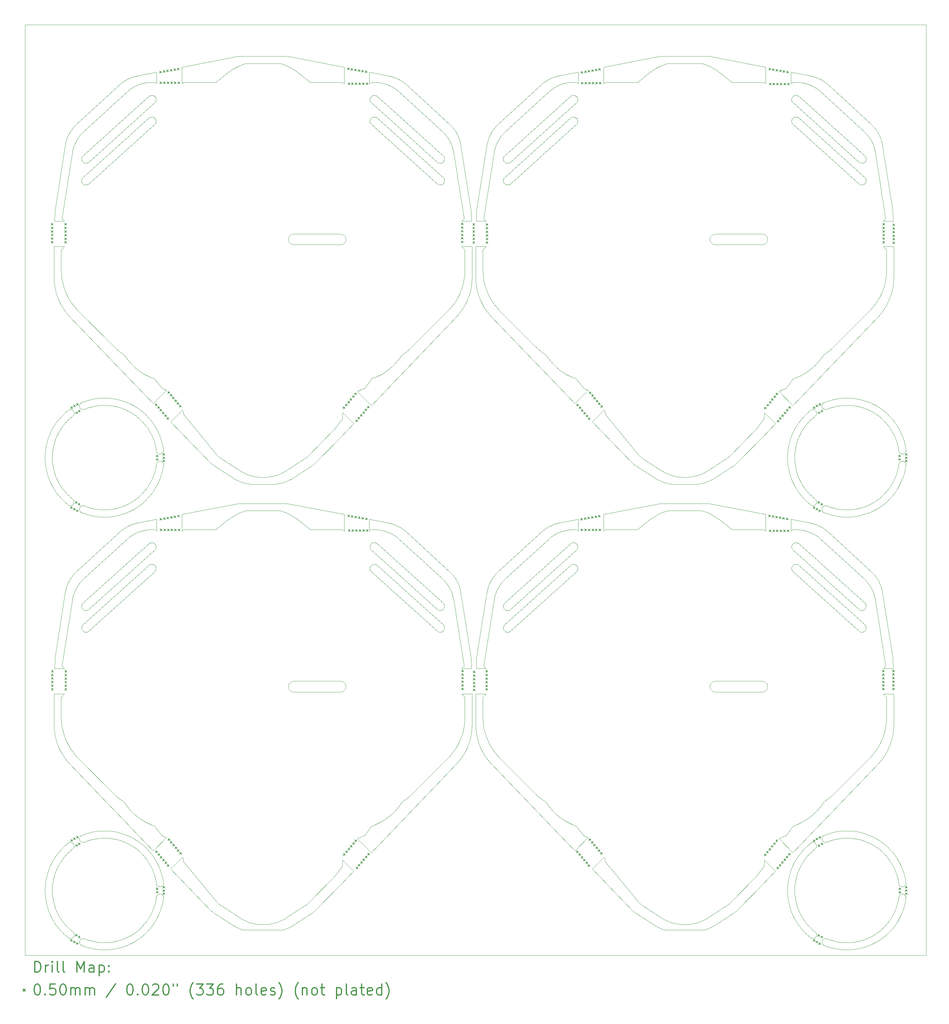
<source format=gbr>
%FSLAX45Y45*%
G04 Gerber Fmt 4.5, Leading zero omitted, Abs format (unit mm)*
G04 Created by KiCad (PCBNEW 4.0.7-e2-6376~58~ubuntu16.04.1) date Sat Nov  3 10:35:57 2018*
%MOMM*%
%LPD*%
G01*
G04 APERTURE LIST*
%ADD10C,0.127000*%
%ADD11C,0.100000*%
%ADD12C,0.200000*%
%ADD13C,0.300000*%
G04 APERTURE END LIST*
D10*
D11*
X13173565Y1854420D02*
X13175531Y1816930D01*
X13160110Y1889470D02*
X13173565Y1854420D01*
X13136483Y1918650D02*
X13160110Y1889470D01*
X11308350Y3564700D02*
X13136483Y1918650D01*
X11276860Y3585200D02*
X11308350Y3564700D01*
X11240590Y3594900D02*
X11276860Y3585200D01*
X11203100Y3592900D02*
X11240590Y3594900D01*
X11168050Y3579500D02*
X11203100Y3592900D01*
X11138870Y3555800D02*
X11168050Y3579500D01*
X11118430Y3524300D02*
X11138870Y3555800D01*
X11108710Y3488100D02*
X11118430Y3524300D01*
X11110670Y3450600D02*
X11108710Y3488100D01*
X11124130Y3415500D02*
X11110670Y3450600D01*
X20827180Y4813300D02*
X20736830Y4879000D01*
X23449410Y-16704890D02*
X23371880Y-16769900D01*
X23471210Y-16689050D02*
X23449410Y-16704890D01*
X23469720Y-16686460D02*
X23471210Y-16689050D01*
X23471630Y-16684630D02*
X23469720Y-16686460D01*
X23476300Y-16679440D02*
X23471630Y-16684630D01*
X23480590Y-16673940D02*
X23476300Y-16679440D01*
X23484500Y-16668150D02*
X23480590Y-16673940D01*
X23487990Y-16662110D02*
X23484500Y-16668150D01*
X23491050Y-16655840D02*
X23487990Y-16662110D01*
X23493660Y-16649360D02*
X23491050Y-16655840D01*
X23495820Y-16642730D02*
X23493660Y-16649360D01*
X23497500Y-16635950D02*
X23495820Y-16642730D01*
X23498720Y-16629080D02*
X23497500Y-16635950D01*
X23499450Y-16622140D02*
X23498720Y-16629080D01*
X23499690Y-16615160D02*
X23499450Y-16622140D01*
X23499450Y-16608190D02*
X23499690Y-16615160D01*
X23498720Y-16601250D02*
X23499450Y-16608190D01*
X23497510Y-16594370D02*
X23498720Y-16601250D01*
X23495820Y-16587600D02*
X23497510Y-16594370D01*
X23493660Y-16580960D02*
X23495820Y-16587600D01*
X23491040Y-16574490D02*
X23493660Y-16580960D01*
X23487990Y-16568220D02*
X23491040Y-16574490D01*
X23484500Y-16562170D02*
X23487990Y-16568220D01*
X23480590Y-16556390D02*
X23484500Y-16562170D01*
X23476300Y-16550890D02*
X23480590Y-16556390D01*
X23471630Y-16545700D02*
X23476300Y-16550890D01*
X23466600Y-16540850D02*
X23471630Y-16545700D01*
X23461260Y-16536360D02*
X23466600Y-16540850D01*
X23455610Y-16532260D02*
X23461260Y-16536360D01*
X23449690Y-16528560D02*
X23455610Y-16532260D01*
X23443530Y-16525290D02*
X23449690Y-16528560D01*
X23437150Y-16522450D02*
X23443530Y-16525290D01*
X23430590Y-16520060D02*
X23437150Y-16522450D01*
X23423880Y-16518130D02*
X23430590Y-16520060D01*
X23417060Y-16516680D02*
X23423880Y-16518130D01*
X23410150Y-16515710D02*
X23417060Y-16516680D01*
X23403180Y-16515220D02*
X23410150Y-16515710D01*
X23396200Y-16515220D02*
X23403180Y-16515220D01*
X23389240Y-16515710D02*
X23396200Y-16515220D01*
X23382330Y-16516680D02*
X23389240Y-16515710D01*
X23375500Y-16518130D02*
X23382330Y-16516680D01*
X23372960Y-16518860D02*
X23375500Y-16518130D01*
X23370720Y-16514990D02*
X23372960Y-16518860D01*
X23326280Y-16547280D02*
X23370720Y-16514990D01*
X23238060Y-16621310D02*
X23326280Y-16547280D01*
X23155210Y-16701310D02*
X23238060Y-16621310D01*
X23078150Y-16786900D02*
X23155210Y-16701310D01*
X23007240Y-16877700D02*
X23078150Y-16786900D01*
X22942840Y-16973100D02*
X23007240Y-16877700D01*
X22885260Y-17072900D02*
X22942840Y-16973100D01*
X22834770Y-17176400D02*
X22885260Y-17072900D01*
X22791630Y-17283200D02*
X22834770Y-17176400D01*
X22756040Y-17392700D02*
X22791630Y-17283200D01*
X22728180Y-17504400D02*
X22756040Y-17392700D01*
X22708180Y-17617900D02*
X22728180Y-17504400D01*
X22696140Y-17732400D02*
X22708180Y-17617900D01*
X22692120Y-17847500D02*
X22696140Y-17732400D01*
X22696140Y-17962600D02*
X22692120Y-17847500D01*
X22708180Y-18077100D02*
X22696140Y-17962600D01*
X22728180Y-18190600D02*
X22708180Y-18077100D01*
X22756040Y-18302300D02*
X22728180Y-18190600D01*
X22791630Y-18411800D02*
X22756040Y-18302300D01*
X22834770Y-18518600D02*
X22791630Y-18411800D01*
X22885260Y-18622100D02*
X22834770Y-18518600D01*
X22942840Y-18721900D02*
X22885260Y-18622100D01*
X23007240Y-18817300D02*
X22942840Y-18721900D01*
X23078150Y-18908100D02*
X23007240Y-18817300D01*
X23155210Y-18993700D02*
X23078150Y-18908100D01*
X23238060Y-19073700D02*
X23155210Y-18993700D01*
X23326280Y-19147700D02*
X23238060Y-19073700D01*
X5284060Y-17747400D02*
X5277080Y-17747400D01*
X5291020Y-17747000D02*
X5284060Y-17747400D01*
X5297930Y-17746000D02*
X5291020Y-17747000D01*
X5304760Y-17744500D02*
X5297930Y-17746000D01*
X5311470Y-17742600D02*
X5304760Y-17744500D01*
X5318030Y-17740200D02*
X5311470Y-17742600D01*
X5324410Y-17737400D02*
X5318030Y-17740200D01*
X5330570Y-17734100D02*
X5324410Y-17737400D01*
X5336490Y-17730400D02*
X5330570Y-17734100D01*
X5342140Y-17726300D02*
X5336490Y-17730400D01*
X5347480Y-17721800D02*
X5342140Y-17726300D01*
X5352500Y-17717000D02*
X5347480Y-17721800D01*
X5357170Y-17711800D02*
X5352500Y-17717000D01*
X5361470Y-17706300D02*
X5357170Y-17711800D01*
X5365370Y-17700500D02*
X5361470Y-17706300D01*
X5368860Y-17694400D02*
X5365370Y-17700500D01*
X5371920Y-17688200D02*
X5368860Y-17694400D01*
X5374540Y-17681700D02*
X5371920Y-17688200D01*
X5376690Y-17675100D02*
X5374540Y-17681700D01*
X5377330Y-17672500D02*
X5376690Y-17675100D01*
X5381800Y-17672500D02*
X5377330Y-17672500D01*
X5376060Y-17617900D02*
X5381800Y-17672500D01*
X5356060Y-17504400D02*
X5376060Y-17617900D01*
X5328200Y-17392700D02*
X5356060Y-17504400D01*
X5292610Y-17283200D02*
X5328200Y-17392700D01*
X5249470Y-17176400D02*
X5292610Y-17283200D01*
X5198980Y-17072900D02*
X5249470Y-17176400D01*
X5141400Y-16973100D02*
X5198980Y-17072900D01*
X5077000Y-16877700D02*
X5141400Y-16973100D01*
X5006090Y-16786900D02*
X5077000Y-16877700D01*
X4929030Y-16701310D02*
X5006090Y-16786900D01*
X4846180Y-16621310D02*
X4929030Y-16701310D01*
X4757960Y-16547280D02*
X4846180Y-16621310D01*
X4664790Y-16479590D02*
X4757960Y-16547280D01*
X4567120Y-16418560D02*
X4664790Y-16479590D01*
X4465430Y-16364490D02*
X4567120Y-16418560D01*
X4360220Y-16317650D02*
X4465430Y-16364490D01*
X4252000Y-16278260D02*
X4360220Y-16317650D01*
X4141290Y-16246510D02*
X4252000Y-16278260D01*
X4028620Y-16222570D02*
X4141290Y-16246510D01*
X3914620Y-16206540D02*
X4028620Y-16222570D01*
X3799720Y-16198510D02*
X3914620Y-16206540D01*
X3684520Y-16198510D02*
X3799720Y-16198510D01*
X3569620Y-16206540D02*
X3684520Y-16198510D01*
X3455620Y-16222570D02*
X3569620Y-16206540D01*
X3342920Y-16246510D02*
X3455620Y-16222570D01*
X3232220Y-16278260D02*
X3342920Y-16246510D01*
X3124020Y-16317650D02*
X3232220Y-16278260D01*
X3073820Y-16339990D02*
X3124020Y-16317650D01*
X3076020Y-16343860D02*
X3073820Y-16339990D01*
X3074120Y-16345700D02*
X3076020Y-16343860D01*
X3069520Y-16350890D02*
X3074120Y-16345700D01*
X3065220Y-16356390D02*
X3069520Y-16350890D01*
X3061320Y-16362170D02*
X3065220Y-16356390D01*
X3057820Y-16368220D02*
X3061320Y-16362170D01*
X3054720Y-16374490D02*
X3057820Y-16368220D01*
X3052120Y-16380960D02*
X3054720Y-16374490D01*
X3050020Y-16387600D02*
X3052120Y-16380960D01*
X3048320Y-16394370D02*
X3050020Y-16387600D01*
X3047120Y-16401250D02*
X3048320Y-16394370D01*
X3046320Y-16408190D02*
X3047120Y-16401250D01*
X3046120Y-16415170D02*
X3046320Y-16408190D01*
X3046320Y-16422140D02*
X3046120Y-16415170D01*
X3047120Y-16429080D02*
X3046320Y-16422140D01*
X3048320Y-16435960D02*
X3047120Y-16429080D01*
X3050020Y-16442730D02*
X3048320Y-16435960D01*
X3052120Y-16449370D02*
X3050020Y-16442730D01*
X3054720Y-16455840D02*
X3052120Y-16449370D01*
X3057820Y-16462110D02*
X3054720Y-16455840D01*
X3061320Y-16468160D02*
X3057820Y-16462110D01*
X3065220Y-16473940D02*
X3061320Y-16468160D01*
X3069520Y-16479440D02*
X3065220Y-16473940D01*
X3074120Y-16484630D02*
X3069520Y-16479440D01*
X3079220Y-16489480D02*
X3074120Y-16484630D01*
X3084520Y-16493960D02*
X3079220Y-16489480D01*
X3090220Y-16498070D02*
X3084520Y-16493960D01*
X3096120Y-16501770D02*
X3090220Y-16498070D01*
X3102220Y-16505040D02*
X3096120Y-16501770D01*
X3108620Y-16507880D02*
X3102220Y-16505040D01*
X3115220Y-16510270D02*
X3108620Y-16507880D01*
X3121920Y-16512190D02*
X3115220Y-16510270D01*
X3128720Y-16513640D02*
X3121920Y-16512190D01*
X3135620Y-16514620D02*
X3128720Y-16513640D01*
X3142620Y-16515100D02*
X3135620Y-16514620D01*
X3149620Y-16515100D02*
X3142620Y-16515100D01*
X3156520Y-16514620D02*
X3149620Y-16515100D01*
X3163420Y-16513650D02*
X3156520Y-16514620D01*
X3170320Y-16512190D02*
X3163420Y-16513650D01*
X3172820Y-16511460D02*
X3170320Y-16512190D01*
X3174320Y-16514050D02*
X3172820Y-16511460D01*
X3198920Y-16503080D02*
X3174320Y-16514050D01*
X3294020Y-16468470D02*
X3198920Y-16503080D01*
X3391320Y-16440570D02*
X3294020Y-16468470D01*
X3490320Y-16419530D02*
X3391320Y-16440570D01*
X3590520Y-16405440D02*
X3490320Y-16419530D01*
X3691520Y-16398380D02*
X3590520Y-16405440D01*
X3792720Y-16398380D02*
X3691520Y-16398380D01*
X3893720Y-16405440D02*
X3792720Y-16398380D01*
X3993920Y-16419530D02*
X3893720Y-16405440D01*
X4092910Y-16440570D02*
X3993920Y-16419530D01*
X4190190Y-16468470D02*
X4092910Y-16440570D01*
X4285300Y-16503080D02*
X4190190Y-16468470D01*
X4377760Y-16544250D02*
X4285300Y-16503080D01*
X4467120Y-16591760D02*
X4377760Y-16544250D01*
X4552950Y-16645400D02*
X4467120Y-16591760D01*
X4634830Y-16704890D02*
X4552950Y-16645400D01*
X4712360Y-16769900D02*
X4634830Y-16704890D01*
X4785160Y-16840200D02*
X4712360Y-16769900D01*
X4852880Y-16915500D02*
X4785160Y-16840200D01*
X4915190Y-16995200D02*
X4852880Y-16915500D01*
X4971790Y-17079100D02*
X4915190Y-16995200D01*
X5022390Y-17166800D02*
X4971790Y-17079100D01*
X5066760Y-17257700D02*
X5022390Y-17166800D01*
X5104670Y-17351600D02*
X5066760Y-17257700D01*
X5135950Y-17447800D02*
X5104670Y-17351600D01*
X5160430Y-17546000D02*
X5135950Y-17447800D01*
X5178010Y-17645700D02*
X5160430Y-17546000D01*
X5180830Y-17672500D02*
X5178010Y-17645700D01*
X5183810Y-17672500D02*
X5180830Y-17672500D01*
X5184440Y-17675100D02*
X5183810Y-17672500D01*
X5186600Y-17681700D02*
X5184440Y-17675100D01*
X5189220Y-17688200D02*
X5186600Y-17681700D01*
X5192280Y-17694400D02*
X5189220Y-17688200D01*
X5195770Y-17700500D02*
X5192280Y-17694400D01*
X5199670Y-17706300D02*
X5195770Y-17700500D01*
X5203970Y-17711800D02*
X5199670Y-17706300D01*
X5208640Y-17717000D02*
X5203970Y-17711800D01*
X5213660Y-17721800D02*
X5208640Y-17717000D01*
X5219000Y-17726300D02*
X5213660Y-17721800D01*
X5224650Y-17730400D02*
X5219000Y-17726300D01*
X5230570Y-17734100D02*
X5224650Y-17730400D01*
X5236730Y-17737400D02*
X5230570Y-17734100D01*
X5243110Y-17740200D02*
X5236730Y-17737400D01*
X5249670Y-17742600D02*
X5243110Y-17740200D01*
X5256380Y-17744500D02*
X5249670Y-17742600D01*
X5263210Y-17746000D02*
X5256380Y-17744500D01*
X5270120Y-17747000D02*
X5263210Y-17746000D01*
X5277080Y-17747400D02*
X5270120Y-17747000D01*
X25884020Y-17747400D02*
X25877120Y-17747400D01*
X25891020Y-17747000D02*
X25884020Y-17747400D01*
X25897920Y-17746000D02*
X25891020Y-17747000D01*
X25904720Y-17744500D02*
X25897920Y-17746000D01*
X25911520Y-17742600D02*
X25904720Y-17744500D01*
X25918020Y-17740200D02*
X25911520Y-17742600D01*
X25924420Y-17737400D02*
X25918020Y-17740200D01*
X25930520Y-17734100D02*
X25924420Y-17737400D01*
X25936520Y-17730400D02*
X25930520Y-17734100D01*
X25942120Y-17726300D02*
X25936520Y-17730400D01*
X25947520Y-17721800D02*
X25942120Y-17726300D01*
X25952520Y-17717000D02*
X25947520Y-17721800D01*
X25957220Y-17711800D02*
X25952520Y-17717000D01*
X25961520Y-17706300D02*
X25957220Y-17711800D01*
X25965420Y-17700500D02*
X25961520Y-17706300D01*
X25968820Y-17694400D02*
X25965420Y-17700500D01*
X25971920Y-17688200D02*
X25968820Y-17694400D01*
X25974520Y-17681700D02*
X25971920Y-17688200D01*
X25976720Y-17675100D02*
X25974520Y-17681700D01*
X25977320Y-17672500D02*
X25976720Y-17675100D01*
X25981820Y-17672500D02*
X25977320Y-17672500D01*
X25976020Y-17617900D02*
X25981820Y-17672500D01*
X25956020Y-17504400D02*
X25976020Y-17617900D01*
X25928220Y-17392700D02*
X25956020Y-17504400D01*
X25892620Y-17283200D02*
X25928220Y-17392700D01*
X25849420Y-17176400D02*
X25892620Y-17283200D01*
X25799020Y-17072900D02*
X25849420Y-17176400D01*
X25741420Y-16973100D02*
X25799020Y-17072900D01*
X25677020Y-16877700D02*
X25741420Y-16973100D01*
X25606120Y-16786900D02*
X25677020Y-16877700D01*
X25529020Y-16701310D02*
X25606120Y-16786900D01*
X25446220Y-16621310D02*
X25529020Y-16701310D01*
X25357920Y-16547280D02*
X25446220Y-16621310D01*
X25264820Y-16479590D02*
X25357920Y-16547280D01*
X25167120Y-16418560D02*
X25264820Y-16479590D01*
X25065420Y-16364490D02*
X25167120Y-16418560D01*
X24960220Y-16317650D02*
X25065420Y-16364490D01*
X24852020Y-16278260D02*
X24960220Y-16317650D01*
X24741320Y-16246510D02*
X24852020Y-16278260D01*
X24628620Y-16222570D02*
X24741320Y-16246510D01*
X24514620Y-16206540D02*
X24628620Y-16222570D01*
X24399720Y-16198510D02*
X24514620Y-16206540D01*
X24284520Y-16198510D02*
X24399720Y-16198510D01*
X24169620Y-16206540D02*
X24284520Y-16198510D01*
X24055620Y-16222570D02*
X24169620Y-16206540D01*
X23942950Y-16246510D02*
X24055620Y-16222570D01*
X23832240Y-16278260D02*
X23942950Y-16246510D01*
X23724020Y-16317650D02*
X23832240Y-16278260D01*
X23673830Y-16339990D02*
X23724020Y-16317650D01*
X23676070Y-16343860D02*
X23673830Y-16339990D01*
X23674170Y-16345700D02*
X23676070Y-16343860D01*
X23669500Y-16350890D02*
X23674170Y-16345700D01*
X23665200Y-16356390D02*
X23669500Y-16350890D01*
X23661300Y-16362170D02*
X23665200Y-16356390D01*
X23657810Y-16368220D02*
X23661300Y-16362170D01*
X23654750Y-16374490D02*
X23657810Y-16368220D01*
X23652130Y-16380960D02*
X23654750Y-16374490D01*
X23649970Y-16387600D02*
X23652130Y-16380960D01*
X23648290Y-16394370D02*
X23649970Y-16387600D01*
X23647070Y-16401250D02*
X23648290Y-16394370D01*
X23646350Y-16408190D02*
X23647070Y-16401250D01*
X23646100Y-16415170D02*
X23646350Y-16408190D01*
X23646340Y-16422140D02*
X23646100Y-16415170D01*
X23647070Y-16429080D02*
X23646340Y-16422140D01*
X23648290Y-16435960D02*
X23647070Y-16429080D01*
X23649970Y-16442730D02*
X23648290Y-16435960D01*
X23652130Y-16449370D02*
X23649970Y-16442730D01*
X23654750Y-16455840D02*
X23652130Y-16449370D01*
X23657800Y-16462110D02*
X23654750Y-16455840D01*
X23661290Y-16468160D02*
X23657800Y-16462110D01*
X23665200Y-16473940D02*
X23661290Y-16468160D01*
X23669500Y-16479440D02*
X23665200Y-16473940D01*
X23674170Y-16484630D02*
X23669500Y-16479440D01*
X23679190Y-16489480D02*
X23674170Y-16484630D01*
X23684530Y-16493960D02*
X23679190Y-16489480D01*
X23690180Y-16498070D02*
X23684530Y-16493960D01*
X23696100Y-16501770D02*
X23690180Y-16498070D01*
X23702260Y-16505040D02*
X23696100Y-16501770D01*
X23708640Y-16507880D02*
X23702260Y-16505040D01*
X23715200Y-16510270D02*
X23708640Y-16507880D01*
X23721910Y-16512190D02*
X23715200Y-16510270D01*
X23728730Y-16513640D02*
X23721910Y-16512190D01*
X23735650Y-16514620D02*
X23728730Y-16513640D01*
X23742610Y-16515100D02*
X23735650Y-16514620D01*
X23749590Y-16515100D02*
X23742610Y-16515100D01*
X23756550Y-16514620D02*
X23749590Y-16515100D01*
X23763470Y-16513650D02*
X23756550Y-16514620D01*
X23770290Y-16512190D02*
X23763470Y-16513650D01*
X23772830Y-16511460D02*
X23770290Y-16512190D01*
X23774320Y-16514050D02*
X23772830Y-16511460D01*
X23798940Y-16503080D02*
X23774320Y-16514050D01*
X23894050Y-16468470D02*
X23798940Y-16503080D01*
X23991330Y-16440570D02*
X23894050Y-16468470D01*
X24090320Y-16419530D02*
X23991330Y-16440570D01*
X24190520Y-16405440D02*
X24090320Y-16419530D01*
X24291520Y-16398380D02*
X24190520Y-16405440D01*
X24392720Y-16398380D02*
X24291520Y-16398380D01*
X24493720Y-16405440D02*
X24392720Y-16398380D01*
X24593920Y-16419530D02*
X24493720Y-16405440D01*
X24692920Y-16440570D02*
X24593920Y-16419530D01*
X24790220Y-16468470D02*
X24692920Y-16440570D01*
X24885320Y-16503080D02*
X24790220Y-16468470D01*
X24977720Y-16544250D02*
X24885320Y-16503080D01*
X25067120Y-16591760D02*
X24977720Y-16544250D01*
X25152920Y-16645400D02*
X25067120Y-16591760D01*
X25234820Y-16704890D02*
X25152920Y-16645400D01*
X25312320Y-16769900D02*
X25234820Y-16704890D01*
X25385120Y-16840200D02*
X25312320Y-16769900D01*
X25452920Y-16915500D02*
X25385120Y-16840200D01*
X25515220Y-16995200D02*
X25452920Y-16915500D01*
X25571820Y-17079100D02*
X25515220Y-16995200D01*
X25622420Y-17166800D02*
X25571820Y-17079100D01*
X25666720Y-17257700D02*
X25622420Y-17166800D01*
X25704720Y-17351600D02*
X25666720Y-17257700D01*
X25735920Y-17447800D02*
X25704720Y-17351600D01*
X25760420Y-17546000D02*
X25735920Y-17447800D01*
X25778020Y-17645700D02*
X25760420Y-17546000D01*
X25780820Y-17672500D02*
X25778020Y-17645700D01*
X25783820Y-17672500D02*
X25780820Y-17672500D01*
X25784420Y-17675100D02*
X25783820Y-17672500D01*
X25786620Y-17681700D02*
X25784420Y-17675100D01*
X25789220Y-17688200D02*
X25786620Y-17681700D01*
X25792320Y-17694400D02*
X25789220Y-17688200D01*
X25795720Y-17700500D02*
X25792320Y-17694400D01*
X25799620Y-17706300D02*
X25795720Y-17700500D01*
X25803920Y-17711800D02*
X25799620Y-17706300D01*
X25808620Y-17717000D02*
X25803920Y-17711800D01*
X25813620Y-17721800D02*
X25808620Y-17717000D01*
X25819020Y-17726300D02*
X25813620Y-17721800D01*
X25824620Y-17730400D02*
X25819020Y-17726300D01*
X25830620Y-17734100D02*
X25824620Y-17730400D01*
X25836720Y-17737400D02*
X25830620Y-17734100D01*
X25843120Y-17740200D02*
X25836720Y-17737400D01*
X25849620Y-17742600D02*
X25843120Y-17740200D01*
X25856420Y-17744500D02*
X25849620Y-17742600D01*
X25863220Y-17746000D02*
X25856420Y-17744500D01*
X25870120Y-17747000D02*
X25863220Y-17746000D01*
X25877120Y-17747400D02*
X25870120Y-17747000D01*
X22845300Y-16805700D02*
X22457180Y-16417590D01*
X25193020Y-14358950D02*
X22845300Y-16805700D01*
X25267820Y-14275960D02*
X25193020Y-14358950D01*
X25336520Y-14187960D02*
X25267820Y-14275960D01*
X25399020Y-14095370D02*
X25336520Y-14187960D01*
X25454820Y-13998650D02*
X25399020Y-14095370D01*
X25503820Y-13898280D02*
X25454820Y-13998650D01*
X25545620Y-13794730D02*
X25503820Y-13898280D01*
X25580120Y-13688520D02*
X25545620Y-13794730D01*
X25607120Y-13580160D02*
X25580120Y-13688520D01*
X25626520Y-13470180D02*
X25607120Y-13580160D01*
X25638220Y-13359110D02*
X25626520Y-13470180D01*
X25642120Y-13247500D02*
X25638220Y-13359110D01*
X25642120Y-12397500D02*
X25642120Y-13247500D01*
X25354920Y-12397500D02*
X25642120Y-12397500D01*
X25356720Y-12400170D02*
X25354920Y-12397500D01*
X25382520Y-12433170D02*
X25356720Y-12400170D01*
X25410520Y-12464290D02*
X25382520Y-12433170D01*
X25440620Y-12493390D02*
X25410520Y-12464290D01*
X25442120Y-12494630D02*
X25440620Y-12493390D01*
X25442120Y-13047500D02*
X25442120Y-12494630D01*
X25438220Y-13159110D02*
X25442120Y-13047500D01*
X25426520Y-13270180D02*
X25438220Y-13159110D01*
X25407120Y-13380160D02*
X25426520Y-13270180D01*
X25380120Y-13488520D02*
X25407120Y-13380160D01*
X25345620Y-13594730D02*
X25380120Y-13488520D01*
X25303820Y-13698280D02*
X25345620Y-13594730D01*
X25254820Y-13798650D02*
X25303820Y-13698280D01*
X25199020Y-13895370D02*
X25254820Y-13798650D01*
X25136520Y-13987960D02*
X25199020Y-13895370D01*
X25067820Y-14075960D02*
X25136520Y-13987960D01*
X24993020Y-14158950D02*
X25067820Y-14075960D01*
X23993060Y-15158950D02*
X24993020Y-14158950D01*
X23912730Y-15236530D02*
X23993060Y-15158950D01*
X23827180Y-15308320D02*
X23912730Y-15236530D01*
X19242750Y5036000D02*
X19140730Y4990600D01*
X4800200Y4522800D02*
X4733100Y4503600D01*
X7247410Y4879000D02*
X7157060Y4813300D01*
X11911250Y4295600D02*
X11857780Y4340500D01*
X2928620Y2859240D02*
X2902420Y2794520D01*
X10346270Y4551900D02*
X9453960Y4551900D01*
X4467510Y4679700D02*
X4533100Y4703600D01*
X16233100Y4703600D02*
X16300200Y4722800D01*
X16167510Y4679700D02*
X16233100Y4703600D01*
X3203120Y2312090D02*
X3168020Y2325550D01*
X14940596Y2310130D02*
X14903103Y2312090D01*
X14976861Y2319840D02*
X14940596Y2310130D01*
X15008348Y2340290D02*
X14976861Y2319840D01*
X16836480Y3986400D02*
X15008348Y2340290D01*
X16860110Y4015500D02*
X16836480Y3986400D01*
X16873570Y4050600D02*
X16860110Y4015500D01*
X15982930Y4581500D02*
X16042120Y4618500D01*
X15926460Y4540500D02*
X15982930Y4581500D01*
X2876120Y3295300D02*
X2922820Y3347200D01*
X24861420Y3147160D02*
X24811220Y3195650D01*
X24908120Y3095290D02*
X24861420Y3147160D01*
X24951120Y3040290D02*
X24908120Y3095290D01*
X24990120Y2982420D02*
X24951120Y3040290D01*
X23501310Y4381500D02*
X23442120Y4418500D01*
X23557780Y4340500D02*
X23501310Y4381500D01*
X23611250Y4295600D02*
X23557780Y4340500D01*
X24811220Y3195650D02*
X23611250Y4295600D01*
X23251140Y4503600D02*
X23184040Y4522800D01*
X23316730Y4479700D02*
X23251140Y4503600D01*
X23380490Y4451300D02*
X23316730Y4479700D01*
X23442120Y4418500D02*
X23380490Y4451300D01*
X2794120Y3182420D02*
X2833120Y3240290D01*
X16103750Y4651300D02*
X16167510Y4679700D01*
X16042120Y4618500D02*
X16103750Y4651300D01*
X4533100Y4703600D02*
X4600200Y4722800D01*
X13710516Y769300D02*
X13718860Y777350D01*
X13718860Y777350D02*
X13432388Y2591670D01*
X13111250Y3195650D02*
X11911250Y4295600D01*
X5892120Y4515600D02*
X5892120Y4974200D01*
X13367790Y-1675960D02*
X13436546Y-1587960D01*
X13293063Y-1758950D02*
X13367790Y-1675960D01*
X12293060Y-2758950D02*
X13293063Y-1758950D01*
X12212730Y-2836530D02*
X12293060Y-2758950D01*
X12127180Y-2908320D02*
X12212730Y-2836530D01*
X12036830Y-2973960D02*
X12127180Y-2908320D01*
X11996400Y-2999220D02*
X12036830Y-2973960D01*
X11936550Y-3087960D02*
X11996400Y-2999220D01*
X11867790Y-3175960D02*
X11936550Y-3087960D01*
X11793060Y-3258950D02*
X11867790Y-3175960D01*
X11712730Y-3336530D02*
X11793060Y-3258950D01*
X11627180Y-3408320D02*
X11712730Y-3336530D01*
X11536830Y-3473960D02*
X11627180Y-3408320D01*
X11442120Y-3533140D02*
X11536830Y-3473960D01*
X11343510Y-3585570D02*
X11442120Y-3533140D01*
X11241490Y-3630990D02*
X11343510Y-3585570D01*
X11153320Y-3663080D02*
X11241490Y-3630990D01*
X11136550Y-3687960D02*
X11153320Y-3663080D01*
X10959440Y-3930500D02*
X11136550Y-3687960D01*
X10929460Y-3939100D02*
X10959440Y-3930500D01*
X10873700Y-3959390D02*
X10929460Y-3939100D01*
X10819500Y-3983520D02*
X10873700Y-3959390D01*
X10767120Y-4011380D02*
X10819500Y-3983520D01*
X10757180Y-4017590D02*
X10767120Y-4011380D01*
X22845300Y-4405700D02*
X22457180Y-4017590D01*
X25193020Y-1958950D02*
X22845300Y-4405700D01*
X25267820Y-1875960D02*
X25193020Y-1958950D01*
X25336520Y-1787960D02*
X25267820Y-1875960D01*
X25399020Y-1695370D02*
X25336520Y-1787960D01*
X25454820Y-1598650D02*
X25399020Y-1695370D01*
X25503820Y-1498280D02*
X25454820Y-1598650D01*
X25545620Y-1394730D02*
X25503820Y-1498280D01*
X25580120Y-1288520D02*
X25545620Y-1394730D01*
X25607120Y-1180160D02*
X25580120Y-1288520D01*
X23811250Y4495600D02*
X25011220Y3395600D01*
X23757780Y4540500D02*
X23811250Y4495600D01*
X23701310Y4581500D02*
X23757780Y4540500D01*
X23642120Y4618500D02*
X23701310Y4581500D01*
X23580490Y4651300D02*
X23642120Y4618500D01*
X15872990Y4495600D02*
X15926460Y4540500D01*
X14672990Y3395600D02*
X15872990Y4495600D01*
X14808709Y1816930D02*
X14810675Y1854420D01*
X14818428Y1780660D02*
X14808709Y1816930D01*
X14838876Y1749180D02*
X14818428Y1780660D01*
X14868052Y1725550D02*
X14838876Y1749180D01*
X14903103Y1712090D02*
X14868052Y1725550D01*
X13043644Y2310130D02*
X13007380Y2319840D01*
X13081137Y2312090D02*
X13043644Y2310130D01*
X13116188Y2325550D02*
X13081137Y2312090D01*
X13145364Y2349180D02*
X13116188Y2325550D01*
X13311250Y3395600D02*
X13361459Y3347200D01*
X12111250Y4495600D02*
X13311250Y3395600D01*
X26542120Y6152500D02*
X1542120Y6152500D01*
X1542120Y6152500D02*
X1542120Y-19647500D01*
X13208163Y3095290D02*
X13161459Y3147160D01*
X19140730Y4990600D02*
X19042120Y4938100D01*
X9127180Y4813300D02*
X9036830Y4879000D01*
X2728620Y3059240D02*
X2759220Y3121970D01*
X7542750Y5036000D02*
X7440730Y4990600D01*
X21153960Y4551900D02*
X20827180Y4813300D01*
X4403750Y4651300D02*
X4467510Y4679700D01*
X3168020Y1725550D02*
X3138920Y1749180D01*
X3203120Y1712090D02*
X3168020Y1725550D01*
X14940596Y1710130D02*
X14903103Y1712090D01*
X14976861Y1719840D02*
X14940596Y1710130D01*
X15008348Y1740290D02*
X14976861Y1719840D01*
X16836480Y3386400D02*
X15008348Y1740290D01*
X16860110Y3415500D02*
X16836480Y3386400D01*
X16873570Y3450600D02*
X16860110Y3415500D01*
X16875530Y3488100D02*
X16873570Y3450600D01*
X16865810Y3524300D02*
X16875530Y3488100D01*
X16637590Y4547000D02*
X16568470Y4537300D01*
X16707220Y4551900D02*
X16637590Y4547000D01*
X16846270Y4551900D02*
X16707220Y4551900D01*
X16872720Y4529700D02*
X16846270Y4551900D01*
X13420266Y2660410D02*
X13403381Y2728140D01*
X11203100Y4192900D02*
X11240590Y4194900D01*
X11168050Y4179500D02*
X11203100Y4192900D01*
X11138870Y4155800D02*
X11168050Y4179500D01*
X11118430Y4124300D02*
X11138870Y4155800D01*
X11108710Y4088100D02*
X11118430Y4124300D01*
X11110670Y4050600D02*
X11108710Y4088100D01*
X11124130Y4015500D02*
X11110670Y4050600D01*
X11147760Y3986400D02*
X11124130Y4015500D01*
X13682493Y738170D02*
X13710516Y769300D01*
X2565420Y777350D02*
X2573720Y769300D01*
X5145370Y-8244170D02*
X5165810Y-8275660D01*
X5116190Y-8220550D02*
X5145370Y-8244170D01*
X5081140Y-8207090D02*
X5116190Y-8220550D01*
X5043650Y-8205130D02*
X5081140Y-8207090D01*
X5007380Y-8214840D02*
X5043650Y-8205130D01*
X4975890Y-8235290D02*
X5007380Y-8214840D01*
X3147720Y-9881350D02*
X4975890Y-8235290D01*
X3124120Y-9910530D02*
X3147720Y-9881350D01*
X3110720Y-9945580D02*
X3124120Y-9910530D01*
X3108720Y-9983070D02*
X3110720Y-9945580D01*
X3118420Y-10019340D02*
X3108720Y-9983070D01*
X3138920Y-10050820D02*
X3118420Y-10019340D01*
X3168020Y-10074450D02*
X3138920Y-10050820D01*
X3203120Y-10087910D02*
X3168020Y-10074450D01*
X13043644Y-10089870D02*
X13007380Y-10080160D01*
X13081137Y-10087910D02*
X13043644Y-10089870D01*
X13116188Y-10074450D02*
X13081137Y-10087910D01*
X13145364Y-10050820D02*
X13116188Y-10074450D01*
X13165812Y-10019340D02*
X13145364Y-10050820D01*
X13175531Y-9983070D02*
X13165812Y-10019340D01*
X13173565Y-9945580D02*
X13175531Y-9983070D01*
X13160110Y-9910530D02*
X13173565Y-9945580D01*
X13136483Y-9881350D02*
X13160110Y-9910530D01*
X11308350Y-8235290D02*
X13136483Y-9881350D01*
X11276860Y-8214840D02*
X11308350Y-8235290D01*
X11240590Y-8205130D02*
X11276860Y-8214840D01*
X11203100Y-8207090D02*
X11240590Y-8205130D01*
X11168050Y-8220550D02*
X11203100Y-8207090D01*
X11138870Y-8244170D02*
X11168050Y-8220550D01*
X11118430Y-8275660D02*
X11138870Y-8244170D01*
X11108710Y-8311930D02*
X11118430Y-8275660D01*
X11110670Y-8349420D02*
X11108710Y-8311930D01*
X11124130Y-8384470D02*
X11110670Y-8349420D01*
X11147760Y-8413650D02*
X11124130Y-8384470D01*
X12975890Y-10059710D02*
X11147760Y-8413650D01*
X13007380Y-10080160D02*
X12975890Y-10059710D01*
X2629320Y-11697500D02*
X2358020Y-11697500D01*
X2627520Y-11694830D02*
X2629320Y-11697500D01*
X2601720Y-11661830D02*
X2627520Y-11694830D01*
X2573720Y-11630700D02*
X2601720Y-11661830D01*
X2565420Y-11622650D02*
X2573720Y-11630700D01*
X2851820Y-9808330D02*
X2565420Y-11622650D01*
X2864020Y-9739590D02*
X2851820Y-9808330D01*
X2880820Y-9671860D02*
X2864020Y-9739590D01*
X2902420Y-9605480D02*
X2880820Y-9671860D01*
X2928620Y-9540760D02*
X2902420Y-9605480D01*
X2959220Y-9478030D02*
X2928620Y-9540760D01*
X2994120Y-9417580D02*
X2959220Y-9478030D01*
X3033120Y-9359710D02*
X2994120Y-9417580D01*
X3076120Y-9304710D02*
X3033120Y-9359710D01*
X3122820Y-9252840D02*
X3076120Y-9304710D01*
X3173020Y-9204350D02*
X3122820Y-9252840D01*
X4372990Y-8104350D02*
X3173020Y-9204350D01*
X4426460Y-8059490D02*
X4372990Y-8104350D01*
X4482930Y-8018460D02*
X4426460Y-8059490D01*
X4542120Y-7981480D02*
X4482930Y-8018460D01*
X4603750Y-7948710D02*
X4542120Y-7981480D01*
X4667510Y-7920320D02*
X4603750Y-7948710D01*
X4733100Y-7896440D02*
X4667510Y-7920320D01*
X4800200Y-7877200D02*
X4733100Y-7896440D01*
X4868470Y-7862690D02*
X4800200Y-7877200D01*
X4937590Y-7852980D02*
X4868470Y-7862690D01*
X5007220Y-7848110D02*
X4937590Y-7852980D01*
X5146270Y-7848110D02*
X5007220Y-7848110D01*
X5172720Y-7870310D02*
X5146270Y-7848110D01*
X5192120Y-7884400D02*
X5172720Y-7870310D01*
X5192120Y-7561334D02*
X5192120Y-7884400D01*
X4668470Y-7662693D02*
X5192120Y-7561334D01*
X4600200Y-7677204D02*
X4668470Y-7662693D01*
X4533100Y-7696444D02*
X4600200Y-7677204D01*
X4467510Y-7720316D02*
X4533100Y-7696444D01*
X4403750Y-7748710D02*
X4467510Y-7720316D01*
X4342120Y-7781480D02*
X4403750Y-7748710D01*
X4282930Y-7818460D02*
X4342120Y-7781480D01*
X4226460Y-7859490D02*
X4282930Y-7818460D01*
X4172990Y-7904350D02*
X4226460Y-7859490D01*
X2973020Y-9004350D02*
X4172990Y-7904350D01*
X2922820Y-9052840D02*
X2973020Y-9004350D01*
X2876120Y-9104710D02*
X2922820Y-9052840D01*
X2833120Y-9159710D02*
X2876120Y-9104710D01*
X2794120Y-9217580D02*
X2833120Y-9159710D01*
X2759220Y-9278030D02*
X2794120Y-9217580D01*
X2728620Y-9340760D02*
X2759220Y-9278030D01*
X2702420Y-9405480D02*
X2728620Y-9340760D01*
X2680820Y-9471860D02*
X2702420Y-9405480D01*
X2664020Y-9539590D02*
X2680820Y-9471860D01*
X2651820Y-9608330D02*
X2664020Y-9539590D01*
X2365420Y-11422650D02*
X2651820Y-9608330D01*
X2358020Y-11697500D02*
X2365420Y-11422650D01*
X13926191Y-11697500D02*
X13654907Y-11697500D01*
X13918860Y-11422650D02*
X13926191Y-11697500D01*
X13632388Y-9608330D02*
X13918860Y-11422650D01*
X13620266Y-9539590D02*
X13632388Y-9608330D01*
X13603381Y-9471860D02*
X13620266Y-9539590D01*
X13581811Y-9405480D02*
X13603381Y-9471860D01*
X13555665Y-9340760D02*
X13581811Y-9405480D01*
X13525067Y-9278030D02*
X13555665Y-9340760D01*
X13490167Y-9217580D02*
X13525067Y-9278030D01*
X13451136Y-9159710D02*
X13490167Y-9217580D01*
X13408163Y-9104710D02*
X13451136Y-9159710D01*
X13361459Y-9052840D02*
X13408163Y-9104710D01*
X13311250Y-9004350D02*
X13361459Y-9052840D01*
X12111250Y-7904350D02*
X13311250Y-9004350D01*
X12057780Y-7859490D02*
X12111250Y-7904350D01*
X12001310Y-7818460D02*
X12057780Y-7859490D01*
X11942120Y-7781480D02*
X12001310Y-7818460D01*
X11880490Y-7748710D02*
X11942120Y-7781480D01*
X11816730Y-7720316D02*
X11880490Y-7748710D01*
X11751140Y-7696444D02*
X11816730Y-7720316D01*
X11684040Y-7677204D02*
X11751140Y-7696444D01*
X11615770Y-7662693D02*
X11684040Y-7677204D01*
X11092120Y-7561334D02*
X11615770Y-7662693D01*
X11092120Y-7884400D02*
X11092120Y-7561334D01*
X11111520Y-7870310D02*
X11092120Y-7884400D01*
X11137970Y-7848110D02*
X11111520Y-7870310D01*
X11277020Y-7848110D02*
X11137970Y-7848110D01*
X11346650Y-7852980D02*
X11277020Y-7848110D01*
X11415770Y-7862690D02*
X11346650Y-7852980D01*
X11484040Y-7877200D02*
X11415770Y-7862690D01*
X11551140Y-7896440D02*
X11484040Y-7877200D01*
X11616730Y-7920320D02*
X11551140Y-7896440D01*
X11680490Y-7948710D02*
X11616730Y-7920320D01*
X11742120Y-7981480D02*
X11680490Y-7948710D01*
X11801310Y-8018460D02*
X11742120Y-7981480D01*
X11857780Y-8059490D02*
X11801310Y-8018460D01*
X11911250Y-8104350D02*
X11857780Y-8059490D01*
X13111250Y-9204350D02*
X11911250Y-8104350D01*
X13161459Y-9252840D02*
X13111250Y-9204350D01*
X13208163Y-9304710D02*
X13161459Y-9252840D01*
X13251136Y-9359710D02*
X13208163Y-9304710D01*
X13290167Y-9417580D02*
X13251136Y-9359710D01*
X13325067Y-9478030D02*
X13290167Y-9417580D01*
X13355665Y-9540760D02*
X13325067Y-9478030D01*
X13381811Y-9605480D02*
X13355665Y-9540760D01*
X13403381Y-9671860D02*
X13381811Y-9605480D01*
X13420266Y-9739590D02*
X13403381Y-9671860D01*
X13432388Y-9808330D02*
X13420266Y-9739590D01*
X13718860Y-11622650D02*
X13432388Y-9808330D01*
X13710516Y-11630700D02*
X13718860Y-11622650D01*
X13682493Y-11661830D02*
X13710516Y-11630700D01*
X13656709Y-11694830D02*
X13682493Y-11661830D01*
X13654907Y-11697500D02*
X13656709Y-11694830D01*
X14329333Y-11697500D02*
X14058049Y-11697500D01*
X14327531Y-11694830D02*
X14329333Y-11697500D01*
X14301747Y-11661830D02*
X14327531Y-11694830D01*
X14273724Y-11630700D02*
X14301747Y-11661830D01*
X14265380Y-11622650D02*
X14273724Y-11630700D01*
X14551852Y-9808330D02*
X14265380Y-11622650D01*
X14563974Y-9739590D02*
X14551852Y-9808330D01*
X14580859Y-9671860D02*
X14563974Y-9739590D01*
X14602429Y-9605480D02*
X14580859Y-9671860D01*
X14628575Y-9540760D02*
X14602429Y-9605480D01*
X14659173Y-9478030D02*
X14628575Y-9540760D01*
X14694073Y-9417580D02*
X14659173Y-9478030D01*
X14733104Y-9359710D02*
X14694073Y-9417580D01*
X14776077Y-9304710D02*
X14733104Y-9359710D01*
X14822781Y-9252840D02*
X14776077Y-9304710D01*
X14872990Y-9204350D02*
X14822781Y-9252840D01*
X16072990Y-8104350D02*
X14872990Y-9204350D01*
X16126460Y-8059490D02*
X16072990Y-8104350D01*
X16182930Y-8018460D02*
X16126460Y-8059490D01*
X16242120Y-7981480D02*
X16182930Y-8018460D01*
X16303750Y-7948710D02*
X16242120Y-7981480D01*
X16367510Y-7920320D02*
X16303750Y-7948710D01*
X16433100Y-7896440D02*
X16367510Y-7920320D01*
X16500200Y-7877200D02*
X16433100Y-7896440D01*
X16568470Y-7862690D02*
X16500200Y-7877200D01*
X16637590Y-7852980D02*
X16568470Y-7862690D01*
X16707220Y-7848110D02*
X16637590Y-7852980D01*
X16846270Y-7848110D02*
X16707220Y-7848110D01*
X16872720Y-7870310D02*
X16846270Y-7848110D01*
X16892120Y-7884400D02*
X16872720Y-7870310D01*
X16892120Y-7561334D02*
X16892120Y-7884400D01*
X16368470Y-7662693D02*
X16892120Y-7561334D01*
X16300200Y-7677204D02*
X16368470Y-7662693D01*
X16233100Y-7696444D02*
X16300200Y-7677204D01*
X16167510Y-7720316D02*
X16233100Y-7696444D01*
X16103750Y-7748710D02*
X16167510Y-7720316D01*
X16042120Y-7781480D02*
X16103750Y-7748710D01*
X15982930Y-7818460D02*
X16042120Y-7781480D01*
X15926460Y-7859490D02*
X15982930Y-7818460D01*
X15872990Y-7904350D02*
X15926460Y-7859490D01*
X14672990Y-9004350D02*
X15872990Y-7904350D01*
X14622781Y-9052840D02*
X14672990Y-9004350D01*
X14576077Y-9104710D02*
X14622781Y-9052840D01*
X14533104Y-9159710D02*
X14576077Y-9104710D01*
X14494073Y-9217580D02*
X14533104Y-9159710D01*
X14459173Y-9278030D02*
X14494073Y-9217580D01*
X14428575Y-9340760D02*
X14459173Y-9278030D01*
X14402429Y-9405480D02*
X14428575Y-9340760D01*
X14380859Y-9471860D02*
X14402429Y-9405480D01*
X14363974Y-9539590D02*
X14380859Y-9471860D01*
X14351852Y-9608330D02*
X14363974Y-9539590D01*
X14065380Y-11422650D02*
X14351852Y-9608330D01*
X14058049Y-11697500D02*
X14065380Y-11422650D01*
X25626220Y-11697500D02*
X25354920Y-11697500D01*
X25618820Y-11422650D02*
X25626220Y-11697500D01*
X25332420Y-9608330D02*
X25618820Y-11422650D01*
X25320220Y-9539590D02*
X25332420Y-9608330D01*
X25303420Y-9471860D02*
X25320220Y-9539590D01*
X25281820Y-9405480D02*
X25303420Y-9471860D01*
X25255620Y-9340760D02*
X25281820Y-9405480D01*
X25225020Y-9278030D02*
X25255620Y-9340760D01*
X25190120Y-9217580D02*
X25225020Y-9278030D01*
X25151120Y-9159710D02*
X25190120Y-9217580D01*
X25108120Y-9104710D02*
X25151120Y-9159710D01*
X25061420Y-9052840D02*
X25108120Y-9104710D01*
X25011220Y-9004350D02*
X25061420Y-9052840D01*
X23811250Y-7904350D02*
X25011220Y-9004350D01*
X23757780Y-7859490D02*
X23811250Y-7904350D01*
X23701310Y-7818460D02*
X23757780Y-7859490D01*
X23642120Y-7781480D02*
X23701310Y-7818460D01*
X23580490Y-7748710D02*
X23642120Y-7781480D01*
X23516730Y-7720316D02*
X23580490Y-7748710D01*
X23451140Y-7696444D02*
X23516730Y-7720316D01*
X23384040Y-7677204D02*
X23451140Y-7696444D01*
X23315770Y-7662693D02*
X23384040Y-7677204D01*
X22792120Y-7561334D02*
X23315770Y-7662693D01*
X22792120Y-7884400D02*
X22792120Y-7561334D01*
X22811520Y-7870310D02*
X22792120Y-7884400D01*
X22837970Y-7848110D02*
X22811520Y-7870310D01*
X22977020Y-7848110D02*
X22837970Y-7848110D01*
X23046650Y-7852980D02*
X22977020Y-7848110D01*
X23115770Y-7862690D02*
X23046650Y-7852980D01*
X23184040Y-7877200D02*
X23115770Y-7862690D01*
X23251140Y-7896440D02*
X23184040Y-7877200D01*
X23316730Y-7920320D02*
X23251140Y-7896440D01*
X23380490Y-7948710D02*
X23316730Y-7920320D01*
X23442120Y-7981480D02*
X23380490Y-7948710D01*
X23501310Y-8018460D02*
X23442120Y-7981480D01*
X23557780Y-8059490D02*
X23501310Y-8018460D01*
X23611250Y-8104350D02*
X23557780Y-8059490D01*
X24811220Y-9204350D02*
X23611250Y-8104350D01*
X24861420Y-9252840D02*
X24811220Y-9204350D01*
X24908120Y-9304710D02*
X24861420Y-9252840D01*
X24951120Y-9359710D02*
X24908120Y-9304710D01*
X24990120Y-9417580D02*
X24951120Y-9359710D01*
X25025020Y-9478030D02*
X24990120Y-9417580D01*
X25055620Y-9540760D02*
X25025020Y-9478030D01*
X25081820Y-9605480D02*
X25055620Y-9540760D01*
X25103420Y-9671860D02*
X25081820Y-9605480D01*
X25120220Y-9739590D02*
X25103420Y-9671860D01*
X25132420Y-9808330D02*
X25120220Y-9739590D01*
X25418820Y-11622650D02*
X25132420Y-9808330D01*
X25410520Y-11630700D02*
X25418820Y-11622650D01*
X25382520Y-11661830D02*
X25410520Y-11630700D01*
X25356720Y-11694830D02*
X25382520Y-11661830D01*
X25354920Y-11697500D02*
X25356720Y-11694830D01*
X10392120Y-7884400D02*
X10372720Y-7870310D01*
X10392120Y-7425839D02*
X10392120Y-7884400D01*
X8825000Y-7122500D02*
X10392120Y-7425839D01*
X7459240Y-7122500D02*
X8825000Y-7122500D01*
X5892120Y-7425839D02*
X7459240Y-7122500D01*
X5892120Y-7884400D02*
X5892120Y-7425839D01*
X5911520Y-7870310D02*
X5892120Y-7884400D01*
X5937970Y-7848110D02*
X5911520Y-7870310D01*
X6830280Y-7848110D02*
X5937970Y-7848110D01*
X7157060Y-7586683D02*
X6830280Y-7848110D01*
X7247410Y-7521041D02*
X7157060Y-7586683D01*
X7342120Y-7461860D02*
X7247410Y-7521041D01*
X7440730Y-7409431D02*
X7342120Y-7461860D01*
X7542750Y-7364007D02*
X7440730Y-7409431D01*
X7647690Y-7325810D02*
X7542750Y-7364007D01*
X7659240Y-7322500D02*
X7647690Y-7325810D01*
X8625000Y-7322500D02*
X7659240Y-7322500D01*
X8636550Y-7325810D02*
X8625000Y-7322500D01*
X8741490Y-7364007D02*
X8636550Y-7325810D01*
X8843510Y-7409431D02*
X8741490Y-7364007D01*
X8942120Y-7461860D02*
X8843510Y-7409431D01*
X9036830Y-7521041D02*
X8942120Y-7461860D01*
X9127180Y-7586683D02*
X9036830Y-7521041D01*
X9453960Y-7848110D02*
X9127180Y-7586683D01*
X10346270Y-7848110D02*
X9453960Y-7848110D01*
X10372720Y-7870310D02*
X10346270Y-7848110D01*
X22092120Y-7884400D02*
X22072720Y-7870310D01*
X22092120Y-7425839D02*
X22092120Y-7884400D01*
X20525000Y-7122500D02*
X22092120Y-7425839D01*
X19159240Y-7122500D02*
X20525000Y-7122500D01*
X17592120Y-7425839D02*
X19159240Y-7122500D01*
X17592120Y-7884400D02*
X17592120Y-7425839D01*
X17611520Y-7870310D02*
X17592120Y-7884400D01*
X17637970Y-7848110D02*
X17611520Y-7870310D01*
X18530280Y-7848110D02*
X17637970Y-7848110D01*
X18857060Y-7586683D02*
X18530280Y-7848110D01*
X18947410Y-7521041D02*
X18857060Y-7586683D01*
X19042120Y-7461860D02*
X18947410Y-7521041D01*
X19140730Y-7409431D02*
X19042120Y-7461860D01*
X19242750Y-7364007D02*
X19140730Y-7409431D01*
X19347690Y-7325810D02*
X19242750Y-7364007D01*
X19359240Y-7322500D02*
X19347690Y-7325810D01*
X20325000Y-7322500D02*
X19359240Y-7322500D01*
X20336550Y-7325810D02*
X20325000Y-7322500D01*
X20441490Y-7364007D02*
X20336550Y-7325810D01*
X20543510Y-7409431D02*
X20441490Y-7364007D01*
X20642120Y-7461860D02*
X20543510Y-7409431D01*
X20736830Y-7521041D02*
X20642120Y-7461860D01*
X20827180Y-7586683D02*
X20736830Y-7521041D01*
X21153960Y-7848110D02*
X20827180Y-7586683D01*
X22046270Y-7848110D02*
X21153960Y-7848110D01*
X22072720Y-7870310D02*
X22046270Y-7848110D01*
X3799720Y-7496494D02*
X3684520Y-7496494D01*
X3914620Y-7488461D02*
X3799720Y-7496494D01*
X4028620Y-7472431D02*
X3914620Y-7488461D01*
X4141290Y-7448487D02*
X4028620Y-7472431D01*
X4252000Y-7416743D02*
X4141290Y-7448487D01*
X4360220Y-7377352D02*
X4252000Y-7416743D01*
X4465430Y-7330509D02*
X4360220Y-7377352D01*
X4567120Y-7276441D02*
X4465430Y-7330509D01*
X4664790Y-7215411D02*
X4567120Y-7276441D01*
X4757960Y-7147717D02*
X4664790Y-7215411D01*
X4846180Y-7073689D02*
X4757960Y-7147717D01*
X4929030Y-6993685D02*
X4846180Y-7073689D01*
X5006090Y-6908099D02*
X4929030Y-6993685D01*
X5077000Y-6817346D02*
X5006090Y-6908099D01*
X5141400Y-6721867D02*
X5077000Y-6817346D01*
X5198980Y-6622128D02*
X5141400Y-6721867D01*
X5249470Y-6518615D02*
X5198980Y-6622128D01*
X5292610Y-6411833D02*
X5249470Y-6518615D01*
X5328200Y-6302300D02*
X5292610Y-6411833D01*
X5356060Y-6190554D02*
X5328200Y-6302300D01*
X5376060Y-6077134D02*
X5356060Y-6190554D01*
X5381800Y-6022500D02*
X5376060Y-6077134D01*
X5377330Y-6022500D02*
X5381800Y-6022500D01*
X5376690Y-6019935D02*
X5377330Y-6022500D01*
X5374540Y-6013297D02*
X5376690Y-6019935D01*
X5371920Y-6006826D02*
X5374540Y-6013297D01*
X5368860Y-6000552D02*
X5371920Y-6006826D01*
X5365370Y-5994508D02*
X5368860Y-6000552D01*
X5361470Y-5988720D02*
X5365370Y-5994508D01*
X5357170Y-5983221D02*
X5361470Y-5988720D01*
X5352500Y-5978033D02*
X5357170Y-5983221D01*
X5347480Y-5973185D02*
X5352500Y-5978033D01*
X5342140Y-5968698D02*
X5347480Y-5973185D01*
X5336490Y-5964596D02*
X5342140Y-5968698D01*
X5330570Y-5960897D02*
X5336490Y-5964596D01*
X5324410Y-5957620D02*
X5330570Y-5960897D01*
X5318030Y-5954781D02*
X5324410Y-5957620D01*
X5311470Y-5952393D02*
X5318030Y-5954781D01*
X5304760Y-5950469D02*
X5311470Y-5952393D01*
X5297930Y-5949018D02*
X5304760Y-5950469D01*
X5291020Y-5948048D02*
X5297930Y-5949018D01*
X5284060Y-5947560D02*
X5291020Y-5948048D01*
X5277080Y-5947560D02*
X5284060Y-5947560D01*
X5270120Y-5948048D02*
X5277080Y-5947560D01*
X5263210Y-5949018D02*
X5270120Y-5948048D01*
X5256380Y-5950469D02*
X5263210Y-5949018D01*
X5249670Y-5952393D02*
X5256380Y-5950469D01*
X5243110Y-5954781D02*
X5249670Y-5952393D01*
X5236730Y-5957620D02*
X5243110Y-5954781D01*
X5230570Y-5960897D02*
X5236730Y-5957620D01*
X5224650Y-5964596D02*
X5230570Y-5960897D01*
X5219000Y-5968698D02*
X5224650Y-5964596D01*
X5213660Y-5973185D02*
X5219000Y-5968698D01*
X5208640Y-5978033D02*
X5213660Y-5973185D01*
X5203970Y-5983221D02*
X5208640Y-5978033D01*
X5199670Y-5988720D02*
X5203970Y-5983221D01*
X4868470Y4537300D02*
X4800200Y4522800D01*
X2365420Y977350D02*
X2651820Y2791670D01*
X11346650Y4547000D02*
X11277020Y4551900D01*
X7659240Y5077500D02*
X7647690Y5074200D01*
X23736830Y-15373960D02*
X23827180Y-15308320D01*
X23696400Y-15399220D02*
X23736830Y-15373960D01*
X23636550Y-15487960D02*
X23696400Y-15399220D01*
X23567790Y-15575960D02*
X23636550Y-15487960D01*
X23493060Y-15658950D02*
X23567790Y-15575960D01*
X23412730Y-15736530D02*
X23493060Y-15658950D01*
X23327180Y-15808320D02*
X23412730Y-15736530D01*
X23236830Y-15873960D02*
X23327180Y-15808320D01*
X23142120Y-15933140D02*
X23236830Y-15873960D01*
X23043510Y-15985570D02*
X23142120Y-15933140D01*
X22941490Y-16030990D02*
X23043510Y-15985570D01*
X22853320Y-16063080D02*
X22941490Y-16030990D01*
X22836550Y-16087960D02*
X22853320Y-16063080D01*
X22659440Y-16330500D02*
X22836550Y-16087960D01*
X22629460Y-16339100D02*
X22659440Y-16330500D01*
X22573700Y-16359390D02*
X22629460Y-16339100D01*
X22519500Y-16383520D02*
X22573700Y-16359390D01*
X22467120Y-16411380D02*
X22519500Y-16383520D01*
X22457180Y-16417590D02*
X22467120Y-16411380D01*
X11145300Y-16805700D02*
X10757180Y-16417590D01*
X13493063Y-14358950D02*
X11145300Y-16805700D01*
X13567790Y-14275960D02*
X13493063Y-14358950D01*
X13636546Y-14187960D02*
X13567790Y-14275960D01*
X13698996Y-14095370D02*
X13636546Y-14187960D01*
X13754835Y-13998650D02*
X13698996Y-14095370D01*
X13803791Y-13898280D02*
X13754835Y-13998650D01*
X13845628Y-13794730D02*
X13803791Y-13898280D01*
X13880137Y-13688520D02*
X13845628Y-13794730D01*
X13907156Y-13580160D02*
X13880137Y-13688520D01*
X13926548Y-13470180D02*
X13907156Y-13580160D01*
X13938221Y-13359110D02*
X13926548Y-13470180D01*
X13942120Y-13247500D02*
X13938221Y-13359110D01*
X13942120Y-12397500D02*
X13942120Y-13247500D01*
X13654908Y-12397500D02*
X13942120Y-12397500D01*
X13656709Y-12400170D02*
X13654908Y-12397500D01*
X13682493Y-12433170D02*
X13656709Y-12400170D01*
X13710516Y-12464290D02*
X13682493Y-12433170D01*
X13740641Y-12493390D02*
X13710516Y-12464290D01*
X13742120Y-12494630D02*
X13740641Y-12493390D01*
X13742120Y-13047500D02*
X13742120Y-12494630D01*
X13738221Y-13159110D02*
X13742120Y-13047500D01*
X13726548Y-13270180D02*
X13738221Y-13159110D01*
X13707156Y-13380160D02*
X13726548Y-13270180D01*
X13680137Y-13488520D02*
X13707156Y-13380160D01*
X13645628Y-13594730D02*
X13680137Y-13488520D01*
X13603791Y-13698280D02*
X13645628Y-13594730D01*
X13554835Y-13798650D02*
X13603791Y-13698280D01*
X13498996Y-13895370D02*
X13554835Y-13798650D01*
X13436546Y-13987960D02*
X13498996Y-13895370D01*
X13367790Y-14075960D02*
X13436546Y-13987960D01*
X13293063Y-14158950D02*
X13367790Y-14075960D01*
X12293060Y-15158950D02*
X13293063Y-14158950D01*
X12212730Y-15236530D02*
X12293060Y-15158950D01*
X12127180Y-15308320D02*
X12212730Y-15236530D01*
X12036830Y-15373960D02*
X12127180Y-15308320D01*
X11996400Y-15399220D02*
X12036830Y-15373960D01*
X11936550Y-15487960D02*
X11996400Y-15399220D01*
X11867790Y-15575960D02*
X11936550Y-15487960D01*
X11793060Y-15658950D02*
X11867790Y-15575960D01*
X11712730Y-15736530D02*
X11793060Y-15658950D01*
X11627180Y-15808320D02*
X11712730Y-15736530D01*
X11536830Y-15873960D02*
X11627180Y-15808320D01*
X11442120Y-15933140D02*
X11536830Y-15873960D01*
X11343510Y-15985570D02*
X11442120Y-15933140D01*
X11241490Y-16030990D02*
X11343510Y-15985570D01*
X11153320Y-16063080D02*
X11241490Y-16030990D01*
X11136550Y-16087960D02*
X11153320Y-16063080D01*
X10959440Y-16330500D02*
X11136550Y-16087960D01*
X10929460Y-16339100D02*
X10959440Y-16330500D01*
X10873700Y-16359390D02*
X10929460Y-16339100D01*
X10819500Y-16383520D02*
X10873700Y-16359390D01*
X10767120Y-16411380D02*
X10819500Y-16383520D01*
X10757180Y-16417590D02*
X10767120Y-16411380D01*
X16795620Y-16749000D02*
X14491177Y-14358950D01*
X17162240Y-16382410D02*
X16795620Y-16749000D01*
X17110540Y-16359390D02*
X17162240Y-16382410D01*
X17054780Y-16339100D02*
X17110540Y-16359390D01*
X17049720Y-16337650D02*
X17054780Y-16339100D01*
X16916450Y-16175960D02*
X17049720Y-16337650D01*
X16847690Y-16087960D02*
X16916450Y-16175960D01*
X16830920Y-16063080D02*
X16847690Y-16087960D01*
X16742750Y-16030990D02*
X16830920Y-16063080D01*
X16640730Y-15985570D02*
X16742750Y-16030990D01*
X16542120Y-15933140D02*
X16640730Y-15985570D01*
X16447410Y-15873960D02*
X16542120Y-15933140D01*
X16357060Y-15808320D02*
X16447410Y-15873960D01*
X16271510Y-15736530D02*
X16357060Y-15808320D01*
X16191180Y-15658950D02*
X16271510Y-15736530D01*
X16116450Y-15575960D02*
X16191180Y-15658950D01*
X16047690Y-15487960D02*
X16116450Y-15575960D01*
X15987840Y-15399220D02*
X16047690Y-15487960D01*
X15947410Y-15373960D02*
X15987840Y-15399220D01*
X15857060Y-15308320D02*
X15947410Y-15373960D01*
X15771510Y-15236530D02*
X15857060Y-15308320D01*
X15691180Y-15158950D02*
X15771510Y-15236530D01*
X14691177Y-14158950D02*
X15691180Y-15158950D01*
X14616450Y-14075960D02*
X14691177Y-14158950D01*
X14547694Y-13987960D02*
X14616450Y-14075960D01*
X14485244Y-13895370D02*
X14547694Y-13987960D01*
X14429405Y-13798650D02*
X14485244Y-13895370D01*
X14380449Y-13698280D02*
X14429405Y-13798650D01*
X14338612Y-13594730D02*
X14380449Y-13698280D01*
X14304103Y-13488520D02*
X14338612Y-13594730D01*
X14277084Y-13380160D02*
X14304103Y-13488520D01*
X14257692Y-13270180D02*
X14277084Y-13380160D01*
X14246019Y-13159110D02*
X14257692Y-13270180D01*
X14242120Y-13047500D02*
X14246019Y-13159110D01*
X14242120Y-12494630D02*
X14242120Y-13047500D01*
X14243599Y-12493390D02*
X14242120Y-12494630D01*
X14273724Y-12464290D02*
X14243599Y-12493390D01*
X14301747Y-12433170D02*
X14273724Y-12464290D01*
X14327531Y-12400170D02*
X14301747Y-12433170D01*
X14329332Y-12397500D02*
X14327531Y-12400170D01*
X14042120Y-12397500D02*
X14329332Y-12397500D01*
X14042120Y-13247500D02*
X14042120Y-12397500D01*
X14046019Y-13359110D02*
X14042120Y-13247500D01*
X14057692Y-13470180D02*
X14046019Y-13359110D01*
X14077084Y-13580160D02*
X14057692Y-13470180D01*
X14104103Y-13688520D02*
X14077084Y-13580160D01*
X14138612Y-13794730D02*
X14104103Y-13688520D01*
X14180449Y-13898280D02*
X14138612Y-13794730D01*
X14229405Y-13998650D02*
X14180449Y-13898280D01*
X14285244Y-14095370D02*
X14229405Y-13998650D01*
X14347694Y-14187960D02*
X14285244Y-14095370D01*
X14416450Y-14275960D02*
X14347694Y-14187960D01*
X14491177Y-14358950D02*
X14416450Y-14275960D01*
X5095620Y-16749000D02*
X2791220Y-14358950D01*
X5462240Y-16382410D02*
X5095620Y-16749000D01*
X5410540Y-16359390D02*
X5462240Y-16382410D01*
X5354780Y-16339100D02*
X5410540Y-16359390D01*
X5349720Y-16337650D02*
X5354780Y-16339100D01*
X5216450Y-16175960D02*
X5349720Y-16337650D01*
X5147690Y-16087960D02*
X5216450Y-16175960D01*
X5130920Y-16063080D02*
X5147690Y-16087960D01*
X5042750Y-16030990D02*
X5130920Y-16063080D01*
X4940730Y-15985570D02*
X5042750Y-16030990D01*
X4842120Y-15933140D02*
X4940730Y-15985570D01*
X4747410Y-15873960D02*
X4842120Y-15933140D01*
X4657060Y-15808320D02*
X4747410Y-15873960D01*
X4571510Y-15736530D02*
X4657060Y-15808320D01*
X4491180Y-15658950D02*
X4571510Y-15736530D01*
X4416450Y-15575960D02*
X4491180Y-15658950D01*
X4347690Y-15487960D02*
X4416450Y-15575960D01*
X4287840Y-15399220D02*
X4347690Y-15487960D01*
X4247410Y-15373960D02*
X4287840Y-15399220D01*
X4157060Y-15308320D02*
X4247410Y-15373960D01*
X4071510Y-15236530D02*
X4157060Y-15308320D01*
X3991220Y-15158950D02*
X4071510Y-15236530D01*
X2991220Y-14158950D02*
X3991220Y-15158950D01*
X2916420Y-14075960D02*
X2991220Y-14158950D01*
X2847720Y-13987960D02*
X2916420Y-14075960D01*
X2785220Y-13895370D02*
X2847720Y-13987960D01*
X2729420Y-13798650D02*
X2785220Y-13895370D01*
X2680420Y-13698280D02*
X2729420Y-13798650D01*
X2638620Y-13594730D02*
X2680420Y-13698280D01*
X2604120Y-13488520D02*
X2638620Y-13594730D01*
X2577120Y-13380160D02*
X2604120Y-13488520D01*
X2557720Y-13270180D02*
X2577120Y-13380160D01*
X2546020Y-13159110D02*
X2557720Y-13270180D01*
X2542120Y-13047500D02*
X2546020Y-13159110D01*
X2542120Y-12494630D02*
X2542120Y-13047500D01*
X2543620Y-12493390D02*
X2542120Y-12494630D01*
X2573720Y-12464290D02*
X2543620Y-12493390D01*
X2601720Y-12433170D02*
X2573720Y-12464290D01*
X2627520Y-12400170D02*
X2601720Y-12433170D01*
X2629320Y-12397500D02*
X2627520Y-12400170D01*
X2342120Y-12397500D02*
X2629320Y-12397500D01*
X2342120Y-13247500D02*
X2342120Y-12397500D01*
X2346020Y-13359110D02*
X2342120Y-13247500D01*
X2357720Y-13470180D02*
X2346020Y-13359110D01*
X2377120Y-13580160D02*
X2357720Y-13470180D01*
X2404120Y-13688520D02*
X2377120Y-13580160D01*
X2438620Y-13794730D02*
X2404120Y-13688520D01*
X2480420Y-13898280D02*
X2438620Y-13794730D01*
X2529420Y-13998650D02*
X2480420Y-13898280D01*
X2585220Y-14095370D02*
X2529420Y-13998650D01*
X2647720Y-14187960D02*
X2585220Y-14095370D01*
X2716420Y-14275960D02*
X2647720Y-14187960D01*
X2791220Y-14358950D02*
X2716420Y-14275960D01*
X21992120Y-12347500D02*
X20692120Y-12347500D01*
X22038470Y-12340160D02*
X21992120Y-12347500D01*
X22080290Y-12318850D02*
X22038470Y-12340160D01*
X22113470Y-12285670D02*
X22080290Y-12318850D01*
X22134780Y-12243850D02*
X22113470Y-12285670D01*
X22142120Y-12197500D02*
X22134780Y-12243850D01*
X22134780Y-12151150D02*
X22142120Y-12197500D01*
X22113470Y-12109330D02*
X22134780Y-12151150D01*
X22080290Y-12076150D02*
X22113470Y-12109330D01*
X22038470Y-12054840D02*
X22080290Y-12076150D01*
X21992120Y-12047500D02*
X22038470Y-12054840D01*
X20692120Y-12047500D02*
X21992120Y-12047500D01*
X20645770Y-12054840D02*
X20692120Y-12047500D01*
X20603950Y-12076150D02*
X20645770Y-12054840D01*
X20570770Y-12109330D02*
X20603950Y-12076150D01*
X20549460Y-12151150D02*
X20570770Y-12109330D01*
X20542120Y-12197500D02*
X20549460Y-12151150D01*
X20549460Y-12243850D02*
X20542120Y-12197500D01*
X20570770Y-12285670D02*
X20549460Y-12243850D01*
X20603950Y-12318850D02*
X20570770Y-12285670D01*
X20645770Y-12340160D02*
X20603950Y-12318850D01*
X20692120Y-12347500D02*
X20645770Y-12340160D01*
X10292120Y-12347500D02*
X8992120Y-12347500D01*
X10338470Y-12340160D02*
X10292120Y-12347500D01*
X10380290Y-12318850D02*
X10338470Y-12340160D01*
X10413470Y-12285670D02*
X10380290Y-12318850D01*
X10434780Y-12243850D02*
X10413470Y-12285670D01*
X10442120Y-12197500D02*
X10434780Y-12243850D01*
X10434780Y-12151150D02*
X10442120Y-12197500D01*
X10413470Y-12109330D02*
X10434780Y-12151150D01*
X10380290Y-12076150D02*
X10413470Y-12109330D01*
X10338470Y-12054840D02*
X10380290Y-12076150D01*
X10292120Y-12047500D02*
X10338470Y-12054840D01*
X8992120Y-12047500D02*
X10292120Y-12047500D01*
X8945770Y-12054840D02*
X8992120Y-12047500D01*
X8903950Y-12076150D02*
X8945770Y-12054840D01*
X8870770Y-12109330D02*
X8903950Y-12076150D01*
X8849460Y-12151150D02*
X8870770Y-12109330D01*
X8842120Y-12197500D02*
X8849460Y-12151150D01*
X8849460Y-12243850D02*
X8842120Y-12197500D01*
X8870770Y-12285670D02*
X8849460Y-12243850D01*
X8903950Y-12318850D02*
X8870770Y-12285670D01*
X8945770Y-12340160D02*
X8903950Y-12318850D01*
X8992120Y-12347500D02*
X8945770Y-12340160D01*
X14940596Y-10689870D02*
X14903103Y-10687910D01*
X14976861Y-10680160D02*
X14940596Y-10689870D01*
X15008348Y-10659710D02*
X14976861Y-10680160D01*
X16836480Y-9013650D02*
X15008348Y-10659710D01*
X16860110Y-8984470D02*
X16836480Y-9013650D01*
X16873570Y-8949420D02*
X16860110Y-8984470D01*
X16875530Y-8911930D02*
X16873570Y-8949420D01*
X16865810Y-8875660D02*
X16875530Y-8911930D01*
X16845370Y-8844170D02*
X16865810Y-8875660D01*
X16816190Y-8820550D02*
X16845370Y-8844170D01*
X16781140Y-8807090D02*
X16816190Y-8820550D01*
X16743650Y-8805130D02*
X16781140Y-8807090D01*
X16707380Y-8814840D02*
X16743650Y-8805130D01*
X16675890Y-8835290D02*
X16707380Y-8814840D01*
X14847757Y-10481350D02*
X16675890Y-8835290D01*
X14824130Y-10510530D02*
X14847757Y-10481350D01*
X14810675Y-10545580D02*
X14824130Y-10510530D01*
X14808709Y-10583070D02*
X14810675Y-10545580D01*
X14818428Y-10619340D02*
X14808709Y-10583070D01*
X14838876Y-10650820D02*
X14818428Y-10619340D01*
X14868052Y-10674450D02*
X14838876Y-10650820D01*
X14903103Y-10687910D02*
X14868052Y-10674450D01*
X3240620Y-10689870D02*
X3203120Y-10687910D01*
X3276820Y-10680160D02*
X3240620Y-10689870D01*
X3308320Y-10659710D02*
X3276820Y-10680160D01*
X5136480Y-9013650D02*
X3308320Y-10659710D01*
X5160110Y-8984470D02*
X5136480Y-9013650D01*
X5173570Y-8949420D02*
X5160110Y-8984470D01*
X5175530Y-8911930D02*
X5173570Y-8949420D01*
X5165810Y-8875660D02*
X5175530Y-8911930D01*
X5145370Y-8844170D02*
X5165810Y-8875660D01*
X5116190Y-8820550D02*
X5145370Y-8844170D01*
X5081140Y-8807090D02*
X5116190Y-8820550D01*
X5043650Y-8805130D02*
X5081140Y-8807090D01*
X5007380Y-8814840D02*
X5043650Y-8805130D01*
X4975890Y-8835290D02*
X5007380Y-8814840D01*
X3147720Y-10481350D02*
X4975890Y-8835290D01*
X3124120Y-10510530D02*
X3147720Y-10481350D01*
X3110720Y-10545580D02*
X3124120Y-10510530D01*
X3108720Y-10583070D02*
X3110720Y-10545580D01*
X3118420Y-10619340D02*
X3108720Y-10583070D01*
X3138920Y-10650820D02*
X3118420Y-10619340D01*
X3168020Y-10674450D02*
X3138920Y-10650820D01*
X3203120Y-10687910D02*
X3168020Y-10674450D01*
X13043644Y-10689870D02*
X13007380Y-10680160D01*
X13081137Y-10687910D02*
X13043644Y-10689870D01*
X13116188Y-10674450D02*
X13081137Y-10687910D01*
X13145364Y-10650820D02*
X13116188Y-10674450D01*
X13165812Y-10619340D02*
X13145364Y-10650820D01*
X13175531Y-10583070D02*
X13165812Y-10619340D01*
X13173565Y-10545580D02*
X13175531Y-10583070D01*
X13160110Y-10510530D02*
X13173565Y-10545580D01*
X13136483Y-10481350D02*
X13160110Y-10510530D01*
X11308350Y-8835290D02*
X13136483Y-10481350D01*
X11276860Y-8814840D02*
X11308350Y-8835290D01*
X11240590Y-8805130D02*
X11276860Y-8814840D01*
X11203100Y-8807090D02*
X11240590Y-8805130D01*
X11168050Y-8820550D02*
X11203100Y-8807090D01*
X11138870Y-8844170D02*
X11168050Y-8820550D01*
X11118430Y-8875660D02*
X11138870Y-8844170D01*
X11108710Y-8911930D02*
X11118430Y-8875660D01*
X11110670Y-8949420D02*
X11108710Y-8911930D01*
X11124130Y-8984470D02*
X11110670Y-8949420D01*
X11147760Y-9013650D02*
X11124130Y-8984470D01*
X12975890Y-10659710D02*
X11147760Y-9013650D01*
X13007380Y-10680160D02*
X12975890Y-10659710D01*
X24743620Y-10689870D02*
X24707420Y-10680160D01*
X24781120Y-10687910D02*
X24743620Y-10689870D01*
X24816220Y-10674450D02*
X24781120Y-10687910D01*
X24845320Y-10650820D02*
X24816220Y-10674450D01*
X24865820Y-10619340D02*
X24845320Y-10650820D01*
X24875520Y-10583070D02*
X24865820Y-10619340D01*
X24873520Y-10545580D02*
X24875520Y-10583070D01*
X24860120Y-10510530D02*
X24873520Y-10545580D01*
X24836520Y-10481350D02*
X24860120Y-10510530D01*
X23008350Y-8835290D02*
X24836520Y-10481350D01*
X22976860Y-8814840D02*
X23008350Y-8835290D01*
X22940590Y-8805130D02*
X22976860Y-8814840D01*
X22903100Y-8807090D02*
X22940590Y-8805130D01*
X22868050Y-8820550D02*
X22903100Y-8807090D01*
X22838870Y-8844170D02*
X22868050Y-8820550D01*
X22818430Y-8875660D02*
X22838870Y-8844170D01*
X22808710Y-8911930D02*
X22818430Y-8875660D01*
X22810670Y-8949420D02*
X22808710Y-8911930D01*
X22824130Y-8984470D02*
X22810670Y-8949420D01*
X22847760Y-9013650D02*
X22824130Y-8984470D01*
X24675920Y-10659710D02*
X22847760Y-9013650D01*
X24707420Y-10680160D02*
X24675920Y-10659710D01*
X14940596Y-10089870D02*
X14903103Y-10087910D01*
X14976861Y-10080160D02*
X14940596Y-10089870D01*
X15008348Y-10059710D02*
X14976861Y-10080160D01*
X16836480Y-8413650D02*
X15008348Y-10059710D01*
X16860110Y-8384470D02*
X16836480Y-8413650D01*
X16873570Y-8349420D02*
X16860110Y-8384470D01*
X16875530Y-8311930D02*
X16873570Y-8349420D01*
X16865810Y-8275660D02*
X16875530Y-8311930D01*
X16845370Y-8244170D02*
X16865810Y-8275660D01*
X16816190Y-8220550D02*
X16845370Y-8244170D01*
X16781140Y-8207090D02*
X16816190Y-8220550D01*
X16743650Y-8205130D02*
X16781140Y-8207090D01*
X16707380Y-8214840D02*
X16743650Y-8205130D01*
X16675890Y-8235290D02*
X16707380Y-8214840D01*
X14847757Y-9881350D02*
X16675890Y-8235290D01*
X14824130Y-9910530D02*
X14847757Y-9881350D01*
X14810675Y-9945580D02*
X14824130Y-9910530D01*
X14808709Y-9983070D02*
X14810675Y-9945580D01*
X14818428Y-10019340D02*
X14808709Y-9983070D01*
X14838876Y-10050820D02*
X14818428Y-10019340D01*
X14868052Y-10074450D02*
X14838876Y-10050820D01*
X14903103Y-10087910D02*
X14868052Y-10074450D01*
X24743620Y-10089870D02*
X24707420Y-10080160D01*
X24781120Y-10087910D02*
X24743620Y-10089870D01*
X24816220Y-10074450D02*
X24781120Y-10087910D01*
X24845320Y-10050820D02*
X24816220Y-10074450D01*
X24865820Y-10019340D02*
X24845320Y-10050820D01*
X24875520Y-9983070D02*
X24865820Y-10019340D01*
X24873520Y-9945580D02*
X24875520Y-9983070D01*
X24860120Y-9910530D02*
X24873520Y-9945580D01*
X24836520Y-9881350D02*
X24860120Y-9910530D01*
X23008350Y-8235290D02*
X24836520Y-9881350D01*
X22976860Y-8214840D02*
X23008350Y-8235290D01*
X22940590Y-8205130D02*
X22976860Y-8214840D01*
X22903100Y-8207090D02*
X22940590Y-8205130D01*
X22868050Y-8220550D02*
X22903100Y-8207090D01*
X22838870Y-8244170D02*
X22868050Y-8220550D01*
X22818430Y-8275660D02*
X22838870Y-8244170D01*
X22808710Y-8311930D02*
X22818430Y-8275660D01*
X22810670Y-8349420D02*
X22808710Y-8311930D01*
X22824130Y-8384470D02*
X22810670Y-8349420D01*
X22847760Y-8413650D02*
X22824130Y-8384470D01*
X24675920Y-10059710D02*
X22847760Y-8413650D01*
X24707420Y-10080160D02*
X24675920Y-10059710D01*
X3240620Y-10089870D02*
X3203120Y-10087910D01*
X3276820Y-10080160D02*
X3240620Y-10089870D01*
X3308320Y-10059710D02*
X3276820Y-10080160D01*
X5136480Y-8413650D02*
X3308320Y-10059710D01*
X5160110Y-8384470D02*
X5136480Y-8413650D01*
X5173570Y-8349420D02*
X5160110Y-8384470D01*
X5175530Y-8311930D02*
X5173570Y-8349420D01*
X5165810Y-8275660D02*
X5175530Y-8311930D01*
X22046270Y4551900D02*
X21153960Y4551900D01*
X13325067Y2921970D02*
X13290167Y2982420D01*
X20543510Y4990600D02*
X20441490Y5036000D01*
X7647690Y5074200D02*
X7542750Y5036000D01*
X22072720Y4529700D02*
X22046270Y4551900D01*
X11484040Y4522800D02*
X11415770Y4537300D01*
X11680490Y4451300D02*
X11616730Y4479700D01*
X10392120Y4974200D02*
X10392120Y4515600D01*
X20336550Y5074200D02*
X20325000Y5077500D01*
X20642120Y4938100D02*
X20543510Y4990600D01*
X11616730Y4479700D02*
X11551140Y4503600D01*
X13251136Y3040290D02*
X13208163Y3095290D01*
X20441490Y5036000D02*
X20336550Y5074200D01*
X14622781Y3347200D02*
X14672990Y3395600D01*
X14576077Y3295300D02*
X14622781Y3347200D01*
X17592120Y4974200D02*
X19159240Y5277500D01*
X23516730Y4679700D02*
X23580490Y4651300D01*
X23451140Y4703600D02*
X23516730Y4679700D01*
X23384040Y4722800D02*
X23451140Y4703600D01*
X23315770Y4737300D02*
X23384040Y4722800D01*
X11277020Y4551900D02*
X11137970Y4551900D01*
X19359240Y5077500D02*
X19347690Y5074200D01*
X12057780Y4540500D02*
X12111250Y4495600D01*
X12001310Y4581500D02*
X12057780Y4540500D01*
X10372720Y4529700D02*
X10346270Y4551900D01*
X24845320Y2349180D02*
X24816220Y2325550D01*
X24865820Y2380660D02*
X24845320Y2349180D01*
X24875520Y2416930D02*
X24865820Y2380660D01*
X24873520Y2454420D02*
X24875520Y2416930D01*
X24860120Y2489470D02*
X24873520Y2454420D01*
X24836520Y2518650D02*
X24860120Y2489470D01*
X25190120Y3182420D02*
X25225020Y3121970D01*
X25151120Y3240290D02*
X25190120Y3182420D01*
X25108120Y3295300D02*
X25151120Y3240290D01*
X25061420Y3347200D02*
X25108120Y3295300D01*
X25011220Y3395600D02*
X25061420Y3347200D01*
X24399720Y-19496500D02*
X24284520Y-19496500D01*
X24514620Y-19488500D02*
X24399720Y-19496500D01*
X24628620Y-19472400D02*
X24514620Y-19488500D01*
X24741320Y-19448500D02*
X24628620Y-19472400D01*
X24852020Y-19416700D02*
X24741320Y-19448500D01*
X24960220Y-19377400D02*
X24852020Y-19416700D01*
X25065420Y-19330500D02*
X24960220Y-19377400D01*
X25167120Y-19276400D02*
X25065420Y-19330500D01*
X25264820Y-19215400D02*
X25167120Y-19276400D01*
X25357920Y-19147700D02*
X25264820Y-19215400D01*
X25446220Y-19073700D02*
X25357920Y-19147700D01*
X25529020Y-18993700D02*
X25446220Y-19073700D01*
X25606120Y-18908100D02*
X25529020Y-18993700D01*
X25677020Y-18817300D02*
X25606120Y-18908100D01*
X25741420Y-18721900D02*
X25677020Y-18817300D01*
X25799020Y-18622100D02*
X25741420Y-18721900D01*
X25849420Y-18518600D02*
X25799020Y-18622100D01*
X25892620Y-18411800D02*
X25849420Y-18518600D01*
X25928220Y-18302300D02*
X25892620Y-18411800D01*
X25956020Y-18190600D02*
X25928220Y-18302300D01*
X25976020Y-18077100D02*
X25956020Y-18190600D01*
X25981820Y-18022500D02*
X25976020Y-18077100D01*
X25977320Y-18022500D02*
X25981820Y-18022500D01*
X25976720Y-18019900D02*
X25977320Y-18022500D01*
X25974520Y-18013300D02*
X25976720Y-18019900D01*
X25971920Y-18006800D02*
X25974520Y-18013300D01*
X25968820Y-18000600D02*
X25971920Y-18006800D01*
X25965420Y-17994500D02*
X25968820Y-18000600D01*
X25961520Y-17988700D02*
X25965420Y-17994500D01*
X25957220Y-17983200D02*
X25961520Y-17988700D01*
X25952520Y-17978000D02*
X25957220Y-17983200D01*
X25947520Y-17973200D02*
X25952520Y-17978000D01*
X25942120Y-17968700D02*
X25947520Y-17973200D01*
X25936520Y-17964600D02*
X25942120Y-17968700D01*
X25930520Y-17960900D02*
X25936520Y-17964600D01*
X25924420Y-17957600D02*
X25930520Y-17960900D01*
X25918020Y-17954800D02*
X25924420Y-17957600D01*
X25911520Y-17952400D02*
X25918020Y-17954800D01*
X25904720Y-17950500D02*
X25911520Y-17952400D01*
X25897920Y-17949000D02*
X25904720Y-17950500D01*
X25891020Y-17948000D02*
X25897920Y-17949000D01*
X25884020Y-17947600D02*
X25891020Y-17948000D01*
X25877120Y-17947600D02*
X25884020Y-17947600D01*
X25870120Y-17948000D02*
X25877120Y-17947600D01*
X25863220Y-17949000D02*
X25870120Y-17948000D01*
X25856420Y-17950500D02*
X25863220Y-17949000D01*
X25849620Y-17952400D02*
X25856420Y-17950500D01*
X25843120Y-17954800D02*
X25849620Y-17952400D01*
X25836720Y-17957600D02*
X25843120Y-17954800D01*
X25830620Y-17960900D02*
X25836720Y-17957600D01*
X25824620Y-17964600D02*
X25830620Y-17960900D01*
X25819020Y-17968700D02*
X25824620Y-17964600D01*
X25813620Y-17973200D02*
X25819020Y-17968700D01*
X25808620Y-17978000D02*
X25813620Y-17973200D01*
X25803920Y-17983200D02*
X25808620Y-17978000D01*
X25799620Y-17988700D02*
X25803920Y-17983200D01*
X25795720Y-17994500D02*
X25799620Y-17988700D01*
X25792320Y-18000600D02*
X25795720Y-17994500D01*
X25789220Y-18006800D02*
X25792320Y-18000600D01*
X25786620Y-18013300D02*
X25789220Y-18006800D01*
X25784420Y-18019900D02*
X25786620Y-18013300D01*
X25783820Y-18022500D02*
X25784420Y-18019900D01*
X25780820Y-18022500D02*
X25783820Y-18022500D01*
X25778020Y-18049300D02*
X25780820Y-18022500D01*
X25760420Y-18149000D02*
X25778020Y-18049300D01*
X25735920Y-18247200D02*
X25760420Y-18149000D01*
X25704720Y-18343400D02*
X25735920Y-18247200D01*
X25666720Y-18437300D02*
X25704720Y-18343400D01*
X25622420Y-18528200D02*
X25666720Y-18437300D01*
X25571820Y-18615900D02*
X25622420Y-18528200D01*
X25515220Y-18699800D02*
X25571820Y-18615900D01*
X25452920Y-18779500D02*
X25515220Y-18699800D01*
X25385120Y-18854800D02*
X25452920Y-18779500D01*
X25312320Y-18925100D02*
X25385120Y-18854800D01*
X25234820Y-18990100D02*
X25312320Y-18925100D01*
X25152920Y-19049600D02*
X25234820Y-18990100D01*
X25067120Y-19103200D02*
X25152920Y-19049600D01*
X24977720Y-19150800D02*
X25067120Y-19103200D01*
X24885320Y-19191900D02*
X24977720Y-19150800D01*
X24790220Y-19226500D02*
X24885320Y-19191900D01*
X24692920Y-19254400D02*
X24790220Y-19226500D01*
X24593920Y-19275500D02*
X24692920Y-19254400D01*
X24493720Y-19289600D02*
X24593920Y-19275500D01*
X24392720Y-19296600D02*
X24493720Y-19289600D01*
X24291520Y-19296600D02*
X24392720Y-19296600D01*
X24190520Y-19289600D02*
X24291520Y-19296600D01*
X24090320Y-19275500D02*
X24190520Y-19289600D01*
X23991330Y-19254400D02*
X24090320Y-19275500D01*
X23894050Y-19226500D02*
X23991330Y-19254400D01*
X23798940Y-19191900D02*
X23894050Y-19226500D01*
X23774320Y-19181000D02*
X23798940Y-19191900D01*
X23772830Y-19183500D02*
X23774320Y-19181000D01*
X23770290Y-19182800D02*
X23772830Y-19183500D01*
X23763470Y-19181400D02*
X23770290Y-19182800D01*
X23756550Y-19180400D02*
X23763470Y-19181400D01*
X23749590Y-19179900D02*
X23756550Y-19180400D01*
X23742610Y-19179900D02*
X23749590Y-19179900D01*
X23735650Y-19180400D02*
X23742610Y-19179900D01*
X23728730Y-19181400D02*
X23735650Y-19180400D01*
X23721910Y-19182800D02*
X23728730Y-19181400D01*
X23715200Y-19184700D02*
X23721910Y-19182800D01*
X23708640Y-19187100D02*
X23715200Y-19184700D01*
X23702260Y-19190000D02*
X23708640Y-19187100D01*
X23696100Y-19193200D02*
X23702260Y-19190000D01*
X23690180Y-19196900D02*
X23696100Y-19193200D01*
X23684530Y-19201000D02*
X23690180Y-19196900D01*
X23679190Y-19205500D02*
X23684530Y-19201000D01*
X23674170Y-19210400D02*
X23679190Y-19205500D01*
X23669500Y-19215600D02*
X23674170Y-19210400D01*
X23665200Y-19221100D02*
X23669500Y-19215600D01*
X23661290Y-19226800D02*
X23665200Y-19221100D01*
X23657800Y-19232900D02*
X23661290Y-19226800D01*
X23654750Y-19239200D02*
X23657800Y-19232900D01*
X23652130Y-19245600D02*
X23654750Y-19239200D01*
X23649970Y-19252300D02*
X23652130Y-19245600D01*
X23648290Y-19259000D02*
X23649970Y-19252300D01*
X23647070Y-19265900D02*
X23648290Y-19259000D01*
X23646340Y-19272900D02*
X23647070Y-19265900D01*
X23646100Y-19279800D02*
X23646340Y-19272900D01*
X23646350Y-19286800D02*
X23646100Y-19279800D01*
X23647070Y-19293800D02*
X23646350Y-19286800D01*
X23648290Y-19300600D02*
X23647070Y-19293800D01*
X23649970Y-19307400D02*
X23648290Y-19300600D01*
X23652130Y-19314000D02*
X23649970Y-19307400D01*
X23654750Y-19320500D02*
X23652130Y-19314000D01*
X23657810Y-19326800D02*
X23654750Y-19320500D01*
X23661300Y-19332800D02*
X23657810Y-19326800D01*
X23665200Y-19338600D02*
X23661300Y-19332800D01*
X23669500Y-19344100D02*
X23665200Y-19338600D01*
X23674170Y-19349300D02*
X23669500Y-19344100D01*
X23676070Y-19351100D02*
X23674170Y-19349300D01*
X23673830Y-19355000D02*
X23676070Y-19351100D01*
X23724020Y-19377400D02*
X23673830Y-19355000D01*
X23832240Y-19416700D02*
X23724020Y-19377400D01*
X23942950Y-19448500D02*
X23832240Y-19416700D01*
X24055620Y-19472400D02*
X23942950Y-19448500D01*
X24169620Y-19488500D02*
X24055620Y-19472400D01*
X24284520Y-19496500D02*
X24169620Y-19488500D01*
X3799720Y-19496500D02*
X3684520Y-19496500D01*
X3914620Y-19488500D02*
X3799720Y-19496500D01*
X4028620Y-19472400D02*
X3914620Y-19488500D01*
X4141290Y-19448500D02*
X4028620Y-19472400D01*
X4252000Y-19416700D02*
X4141290Y-19448500D01*
X4360220Y-19377400D02*
X4252000Y-19416700D01*
X4465430Y-19330500D02*
X4360220Y-19377400D01*
X4567120Y-19276400D02*
X4465430Y-19330500D01*
X4664790Y-19215400D02*
X4567120Y-19276400D01*
X4757960Y-19147700D02*
X4664790Y-19215400D01*
X4846180Y-19073700D02*
X4757960Y-19147700D01*
X4929030Y-18993700D02*
X4846180Y-19073700D01*
X5006090Y-18908100D02*
X4929030Y-18993700D01*
X5077000Y-18817300D02*
X5006090Y-18908100D01*
X5141400Y-18721900D02*
X5077000Y-18817300D01*
X5198980Y-18622100D02*
X5141400Y-18721900D01*
X5249470Y-18518600D02*
X5198980Y-18622100D01*
X5292610Y-18411800D02*
X5249470Y-18518600D01*
X5328200Y-18302300D02*
X5292610Y-18411800D01*
X5356060Y-18190600D02*
X5328200Y-18302300D01*
X5376060Y-18077100D02*
X5356060Y-18190600D01*
X5381800Y-18022500D02*
X5376060Y-18077100D01*
X5377330Y-18022500D02*
X5381800Y-18022500D01*
X5376690Y-18019900D02*
X5377330Y-18022500D01*
X5374540Y-18013300D02*
X5376690Y-18019900D01*
X5371920Y-18006800D02*
X5374540Y-18013300D01*
X5368860Y-18000600D02*
X5371920Y-18006800D01*
X5365370Y-17994500D02*
X5368860Y-18000600D01*
X5361470Y-17988700D02*
X5365370Y-17994500D01*
X5357170Y-17983200D02*
X5361470Y-17988700D01*
X5352500Y-17978000D02*
X5357170Y-17983200D01*
X5347480Y-17973200D02*
X5352500Y-17978000D01*
X5342140Y-17968700D02*
X5347480Y-17973200D01*
X5336490Y-17964600D02*
X5342140Y-17968700D01*
X5330570Y-17960900D02*
X5336490Y-17964600D01*
X5324410Y-17957600D02*
X5330570Y-17960900D01*
X5318030Y-17954800D02*
X5324410Y-17957600D01*
X5311470Y-17952400D02*
X5318030Y-17954800D01*
X5304760Y-17950500D02*
X5311470Y-17952400D01*
X5297930Y-17949000D02*
X5304760Y-17950500D01*
X5291020Y-17948000D02*
X5297930Y-17949000D01*
X5284060Y-17947600D02*
X5291020Y-17948000D01*
X5277080Y-17947600D02*
X5284060Y-17947600D01*
X5270120Y-17948000D02*
X5277080Y-17947600D01*
X5263210Y-17949000D02*
X5270120Y-17948000D01*
X5256380Y-17950500D02*
X5263210Y-17949000D01*
X5249670Y-17952400D02*
X5256380Y-17950500D01*
X5243110Y-17954800D02*
X5249670Y-17952400D01*
X5236730Y-17957600D02*
X5243110Y-17954800D01*
X5230570Y-17960900D02*
X5236730Y-17957600D01*
X5224650Y-17964600D02*
X5230570Y-17960900D01*
X5219000Y-17968700D02*
X5224650Y-17964600D01*
X5213660Y-17973200D02*
X5219000Y-17968700D01*
X5208640Y-17978000D02*
X5213660Y-17973200D01*
X5203970Y-17983200D02*
X5208640Y-17978000D01*
X5199670Y-17988700D02*
X5203970Y-17983200D01*
X5195770Y-17994500D02*
X5199670Y-17988700D01*
X5192280Y-18000600D02*
X5195770Y-17994500D01*
X5189220Y-18006800D02*
X5192280Y-18000600D01*
X5186600Y-18013300D02*
X5189220Y-18006800D01*
X5184440Y-18019900D02*
X5186600Y-18013300D01*
X5183810Y-18022500D02*
X5184440Y-18019900D01*
X5180830Y-18022500D02*
X5183810Y-18022500D01*
X5178010Y-18049300D02*
X5180830Y-18022500D01*
X5160430Y-18149000D02*
X5178010Y-18049300D01*
X5135950Y-18247200D02*
X5160430Y-18149000D01*
X5104670Y-18343400D02*
X5135950Y-18247200D01*
X5066760Y-18437300D02*
X5104670Y-18343400D01*
X5022390Y-18528200D02*
X5066760Y-18437300D01*
X4971790Y-18615900D02*
X5022390Y-18528200D01*
X4915190Y-18699800D02*
X4971790Y-18615900D01*
X4852880Y-18779500D02*
X4915190Y-18699800D01*
X4785160Y-18854800D02*
X4852880Y-18779500D01*
X4712360Y-18925100D02*
X4785160Y-18854800D01*
X4634830Y-18990100D02*
X4712360Y-18925100D01*
X4552950Y-19049600D02*
X4634830Y-18990100D01*
X4467120Y-19103200D02*
X4552950Y-19049600D01*
X4377760Y-19150800D02*
X4467120Y-19103200D01*
X4285300Y-19191900D02*
X4377760Y-19150800D01*
X4190190Y-19226500D02*
X4285300Y-19191900D01*
X4092910Y-19254400D02*
X4190190Y-19226500D01*
X3993920Y-19275500D02*
X4092910Y-19254400D01*
X3893720Y-19289600D02*
X3993920Y-19275500D01*
X3792720Y-19296600D02*
X3893720Y-19289600D01*
X3691520Y-19296600D02*
X3792720Y-19296600D01*
X17637970Y4551900D02*
X17611520Y4529700D01*
X5175530Y4088100D02*
X5173570Y4050600D01*
X5165810Y4124300D02*
X5175530Y4088100D01*
X5145370Y4155800D02*
X5165810Y4124300D01*
X5116190Y4179500D02*
X5145370Y4155800D01*
X5081140Y4192900D02*
X5116190Y4179500D01*
X5043650Y4194900D02*
X5081140Y4192900D01*
X5007380Y4185200D02*
X5043650Y4194900D01*
X4975890Y4164700D02*
X5007380Y4185200D01*
X11801310Y4381500D02*
X11742120Y4418500D01*
X4667510Y4479700D02*
X4603750Y4451300D01*
X3122820Y3147160D02*
X3076120Y3095290D01*
X5146270Y4551900D02*
X5007220Y4551900D01*
X13165812Y2380660D02*
X13145364Y2349180D01*
X13175531Y2416930D02*
X13165812Y2380660D01*
X13173565Y2454420D02*
X13175531Y2416930D01*
X13160110Y2489470D02*
X13173565Y2454420D01*
X13136483Y2518650D02*
X13160110Y2489470D01*
X11308350Y4164700D02*
X13136483Y2518650D01*
X11276860Y4185200D02*
X11308350Y4164700D01*
X11240590Y4194900D02*
X11276860Y4185200D01*
X20603950Y81150D02*
X20570770Y114330D01*
X20645770Y59840D02*
X20603950Y81150D01*
X20692120Y52500D02*
X20645770Y59840D01*
X24743620Y1710130D02*
X24707420Y1719840D01*
X24781120Y1712090D02*
X24743620Y1710130D01*
X24816220Y1725550D02*
X24781120Y1712090D01*
X24845320Y1749180D02*
X24816220Y1725550D01*
X24865820Y1780660D02*
X24845320Y1749180D01*
X24875520Y1816930D02*
X24865820Y1780660D01*
X24873520Y1854420D02*
X24875520Y1816930D01*
X24860120Y1889470D02*
X24873520Y1854420D01*
X24836520Y1918650D02*
X24860120Y1889470D01*
X23008350Y3564700D02*
X24836520Y1918650D01*
X22976860Y3585200D02*
X23008350Y3564700D01*
X22940590Y3594900D02*
X22976860Y3585200D01*
X22903100Y3592900D02*
X22940590Y3594900D01*
X22868050Y3579500D02*
X22903100Y3592900D01*
X13355665Y2859240D02*
X13325067Y2921970D01*
X5195770Y-5994508D02*
X5199670Y-5988720D01*
X5192280Y-6000552D02*
X5195770Y-5994508D01*
X5189220Y-6006826D02*
X5192280Y-6000552D01*
X5186600Y-6013297D02*
X5189220Y-6006826D01*
X5184440Y-6019935D02*
X5186600Y-6013297D01*
X5183810Y-6022500D02*
X5184440Y-6019935D01*
X5180830Y-6022500D02*
X5183810Y-6022500D01*
X5178010Y-6049301D02*
X5180830Y-6022500D01*
X5160430Y-6148971D02*
X5178010Y-6049301D01*
X5135950Y-6247173D02*
X5160430Y-6148971D01*
X5104670Y-6343429D02*
X5135950Y-6247173D01*
X5066760Y-6437267D02*
X5104670Y-6343429D01*
X5022390Y-6528233D02*
X5066760Y-6437267D01*
X4971790Y-6615882D02*
X5022390Y-6528233D01*
X4915190Y-6699787D02*
X4971790Y-6615882D01*
X4852880Y-6779542D02*
X4915190Y-6699787D01*
X4785160Y-6854754D02*
X4852880Y-6779542D01*
X4712360Y-6925059D02*
X4785160Y-6854754D01*
X4634830Y-6990115D02*
X4712360Y-6925059D01*
X4552950Y-7049604D02*
X4634830Y-6990115D01*
X4467120Y-7103236D02*
X4552950Y-7049604D01*
X4377760Y-7150750D02*
X4467120Y-7103236D01*
X4285300Y-7191915D02*
X4377760Y-7150750D01*
X4190190Y-7226531D02*
X4285300Y-7191915D01*
X4092910Y-7254427D02*
X4190190Y-7226531D01*
X3993920Y-7275471D02*
X4092910Y-7254427D01*
X3893720Y-7289556D02*
X3993920Y-7275471D01*
X3792720Y-7296617D02*
X3893720Y-7289556D01*
X3691520Y-7296617D02*
X3792720Y-7296617D01*
X3590520Y-7289556D02*
X3691520Y-7296617D01*
X3490320Y-7275471D02*
X3590520Y-7289556D01*
X3391320Y-7254427D02*
X3490320Y-7275471D01*
X3294020Y-7226531D02*
X3391320Y-7254427D01*
X3198920Y-7191915D02*
X3294020Y-7226531D01*
X3174320Y-7180955D02*
X3198920Y-7191915D01*
X3172820Y-7183535D02*
X3174320Y-7180955D01*
X3170320Y-7182807D02*
X3172820Y-7183535D01*
X3163420Y-7181355D02*
X3170320Y-7182807D01*
X3156520Y-7180384D02*
X3163420Y-7181355D01*
X3149620Y-7179897D02*
X3156520Y-7180384D01*
X3142620Y-7179897D02*
X3149620Y-7179897D01*
X3135620Y-7180383D02*
X3142620Y-7179897D01*
X3128720Y-7181356D02*
X3135620Y-7180383D01*
X3121920Y-7182806D02*
X3128720Y-7181356D01*
X3115220Y-7184731D02*
X3121920Y-7182806D01*
X3108620Y-7187118D02*
X3115220Y-7184731D01*
X3102220Y-7189958D02*
X3108620Y-7187118D01*
X3096120Y-7193234D02*
X3102220Y-7189958D01*
X3090220Y-7196932D02*
X3096120Y-7193234D01*
X3084520Y-7201035D02*
X3090220Y-7196932D01*
X3079220Y-7205522D02*
X3084520Y-7201035D01*
X3074120Y-7210369D02*
X3079220Y-7205522D01*
X3069520Y-7215557D02*
X3074120Y-7210369D01*
X3065220Y-7221058D02*
X3069520Y-7215557D01*
X3061320Y-7226844D02*
X3065220Y-7221058D01*
X3057820Y-7232888D02*
X3061320Y-7226844D01*
X3054720Y-7239163D02*
X3057820Y-7232888D01*
X3052120Y-7245632D02*
X3054720Y-7239163D01*
X3050020Y-7252271D02*
X3052120Y-7245632D01*
X3048320Y-7259043D02*
X3050020Y-7252271D01*
X3047120Y-7265917D02*
X3048320Y-7259043D01*
X3046320Y-7272859D02*
X3047120Y-7265917D01*
X3046120Y-7279835D02*
X3046320Y-7272859D01*
X3046320Y-7286810D02*
X3046120Y-7279835D01*
X3047120Y-7293752D02*
X3046320Y-7286810D01*
X3048320Y-7300627D02*
X3047120Y-7293752D01*
X3050020Y-7307398D02*
X3048320Y-7300627D01*
X3052120Y-7314037D02*
X3050020Y-7307398D01*
X3054720Y-7320509D02*
X3052120Y-7314037D01*
X3057820Y-7326783D02*
X3054720Y-7320509D01*
X3061320Y-7332827D02*
X3057820Y-7326783D01*
X3065220Y-7338613D02*
X3061320Y-7332827D01*
X3069520Y-7344114D02*
X3065220Y-7338613D01*
X3074120Y-7349301D02*
X3069520Y-7344114D01*
X3076020Y-7351136D02*
X3074120Y-7349301D01*
X3073820Y-7355007D02*
X3076020Y-7351136D01*
X3124020Y-7377352D02*
X3073820Y-7355007D01*
X3232220Y-7416743D02*
X3124020Y-7377352D01*
X3342920Y-7448487D02*
X3232220Y-7416743D01*
X3455620Y-7472431D02*
X3342920Y-7448487D01*
X3569620Y-7488461D02*
X3455620Y-7472431D01*
X3684520Y-7496494D02*
X3569620Y-7488461D01*
X24399720Y-7496494D02*
X24284520Y-7496494D01*
X24514620Y-7488461D02*
X24399720Y-7496494D01*
X24628620Y-7472431D02*
X24514620Y-7488461D01*
X24741320Y-7448487D02*
X24628620Y-7472431D01*
X24852020Y-7416743D02*
X24741320Y-7448487D01*
X24960220Y-7377352D02*
X24852020Y-7416743D01*
X25065420Y-7330509D02*
X24960220Y-7377352D01*
X25167120Y-7276441D02*
X25065420Y-7330509D01*
X25264820Y-7215411D02*
X25167120Y-7276441D01*
X25357920Y-7147717D02*
X25264820Y-7215411D01*
X25446220Y-7073689D02*
X25357920Y-7147717D01*
X25529020Y-6993685D02*
X25446220Y-7073689D01*
X25606120Y-6908099D02*
X25529020Y-6993685D01*
X25677020Y-6817346D02*
X25606120Y-6908099D01*
X25741420Y-6721867D02*
X25677020Y-6817346D01*
X25799020Y-6622128D02*
X25741420Y-6721867D01*
X25849420Y-6518615D02*
X25799020Y-6622128D01*
X25892620Y-6411833D02*
X25849420Y-6518615D01*
X25928220Y-6302300D02*
X25892620Y-6411833D01*
X25956020Y-6190554D02*
X25928220Y-6302300D01*
X25976020Y-6077134D02*
X25956020Y-6190554D01*
X25981820Y-6022500D02*
X25976020Y-6077134D01*
X25977320Y-6022500D02*
X25981820Y-6022500D01*
X25976720Y-6019935D02*
X25977320Y-6022500D01*
X25974520Y-6013297D02*
X25976720Y-6019935D01*
X25971920Y-6006826D02*
X25974520Y-6013297D01*
X25968820Y-6000552D02*
X25971920Y-6006826D01*
X25965420Y-5994508D02*
X25968820Y-6000552D01*
X25961520Y-5988720D02*
X25965420Y-5994508D01*
X25957220Y-5983221D02*
X25961520Y-5988720D01*
X25952520Y-5978033D02*
X25957220Y-5983221D01*
X25947520Y-5973185D02*
X25952520Y-5978033D01*
X25942120Y-5968698D02*
X25947520Y-5973185D01*
X25936520Y-5964596D02*
X25942120Y-5968698D01*
X25930520Y-5960897D02*
X25936520Y-5964596D01*
X25924420Y-5957620D02*
X25930520Y-5960897D01*
X25918020Y-5954781D02*
X25924420Y-5957620D01*
X25911520Y-5952393D02*
X25918020Y-5954781D01*
X25904720Y-5950469D02*
X25911520Y-5952393D01*
X25897920Y-5949018D02*
X25904720Y-5950469D01*
X25891020Y-5948048D02*
X25897920Y-5949018D01*
X25884020Y-5947560D02*
X25891020Y-5948048D01*
X25877120Y-5947560D02*
X25884020Y-5947560D01*
X25870120Y-5948048D02*
X25877120Y-5947560D01*
X25863220Y-5949018D02*
X25870120Y-5948048D01*
X25856420Y-5950469D02*
X25863220Y-5949018D01*
X25849620Y-5952393D02*
X25856420Y-5950469D01*
X25843120Y-5954781D02*
X25849620Y-5952393D01*
X25836720Y-5957620D02*
X25843120Y-5954781D01*
X25830620Y-5960897D02*
X25836720Y-5957620D01*
X25824620Y-5964596D02*
X25830620Y-5960897D01*
X25819020Y-5968698D02*
X25824620Y-5964596D01*
X25813620Y-5973185D02*
X25819020Y-5968698D01*
X25808620Y-5978033D02*
X25813620Y-5973185D01*
X25803920Y-5983221D02*
X25808620Y-5978033D01*
X25799620Y-5988720D02*
X25803920Y-5983221D01*
X25795720Y-5994508D02*
X25799620Y-5988720D01*
X25792320Y-6000552D02*
X25795720Y-5994508D01*
X25789220Y-6006826D02*
X25792320Y-6000552D01*
X25786620Y-6013297D02*
X25789220Y-6006826D01*
X25784420Y-6019935D02*
X25786620Y-6013297D01*
X25783820Y-6022500D02*
X25784420Y-6019935D01*
X25780820Y-6022500D02*
X25783820Y-6022500D01*
X25778020Y-6049301D02*
X25780820Y-6022500D01*
X25760420Y-6148971D02*
X25778020Y-6049301D01*
X25735920Y-6247173D02*
X25760420Y-6148971D01*
X25704720Y-6343429D02*
X25735920Y-6247173D01*
X25666720Y-6437267D02*
X25704720Y-6343429D01*
X25622420Y-6528233D02*
X25666720Y-6437267D01*
X25571820Y-6615882D02*
X25622420Y-6528233D01*
X25515220Y-6699787D02*
X25571820Y-6615882D01*
X25452920Y-6779542D02*
X25515220Y-6699787D01*
X25385120Y-6854754D02*
X25452920Y-6779542D01*
X25312320Y-6925059D02*
X25385120Y-6854754D01*
X25234820Y-6990115D02*
X25312320Y-6925059D01*
X25152920Y-7049604D02*
X25234820Y-6990115D01*
X25067120Y-7103236D02*
X25152920Y-7049604D01*
X24977720Y-7150750D02*
X25067120Y-7103236D01*
X24885320Y-7191915D02*
X24977720Y-7150750D01*
X24790220Y-7226531D02*
X24885320Y-7191915D01*
X24692920Y-7254427D02*
X24790220Y-7226531D01*
X24593920Y-7275471D02*
X24692920Y-7254427D01*
X24493720Y-7289556D02*
X24593920Y-7275471D01*
X24392720Y-7296617D02*
X24493720Y-7289556D01*
X24291520Y-7296617D02*
X24392720Y-7296617D01*
X24190520Y-7289556D02*
X24291520Y-7296617D01*
X24090320Y-7275471D02*
X24190520Y-7289556D01*
X23991330Y-7254427D02*
X24090320Y-7275471D01*
X23894050Y-7226531D02*
X23991330Y-7254427D01*
X23798940Y-7191915D02*
X23894050Y-7226531D01*
X23774320Y-7180955D02*
X23798940Y-7191915D01*
X23772830Y-7183535D02*
X23774320Y-7180955D01*
X23770290Y-7182807D02*
X23772830Y-7183535D01*
X23763470Y-7181355D02*
X23770290Y-7182807D01*
X23756550Y-7180384D02*
X23763470Y-7181355D01*
X23749590Y-7179897D02*
X23756550Y-7180384D01*
X23742610Y-7179897D02*
X23749590Y-7179897D01*
X23735650Y-7180383D02*
X23742610Y-7179897D01*
X23728730Y-7181356D02*
X23735650Y-7180383D01*
X23721910Y-7182806D02*
X23728730Y-7181356D01*
X23715200Y-7184731D02*
X23721910Y-7182806D01*
X23708640Y-7187118D02*
X23715200Y-7184731D01*
X23702260Y-7189958D02*
X23708640Y-7187118D01*
X23696100Y-7193234D02*
X23702260Y-7189958D01*
X23690180Y-7196932D02*
X23696100Y-7193234D01*
X23684530Y-7201035D02*
X23690180Y-7196932D01*
X23679190Y-7205522D02*
X23684530Y-7201035D01*
X23674170Y-7210369D02*
X23679190Y-7205522D01*
X23669500Y-7215557D02*
X23674170Y-7210369D01*
X23665200Y-7221058D02*
X23669500Y-7215557D01*
X23661290Y-7226844D02*
X23665200Y-7221058D01*
X23657800Y-7232888D02*
X23661290Y-7226844D01*
X23654750Y-7239163D02*
X23657800Y-7232888D01*
X23652130Y-7245632D02*
X23654750Y-7239163D01*
X23649970Y-7252271D02*
X23652130Y-7245632D01*
X23648290Y-7259043D02*
X23649970Y-7252271D01*
X23647070Y-7265917D02*
X23648290Y-7259043D01*
X23646340Y-7272859D02*
X23647070Y-7265917D01*
X23646100Y-7279835D02*
X23646340Y-7272859D01*
X23646350Y-7286810D02*
X23646100Y-7279835D01*
X23647070Y-7293752D02*
X23646350Y-7286810D01*
X23648290Y-7300627D02*
X23647070Y-7293752D01*
X23649970Y-7307398D02*
X23648290Y-7300627D01*
X23652130Y-7314037D02*
X23649970Y-7307398D01*
X23654750Y-7320509D02*
X23652130Y-7314037D01*
X23657810Y-7326783D02*
X23654750Y-7320509D01*
X23661300Y-7332827D02*
X23657810Y-7326783D01*
X23665200Y-7338613D02*
X23661300Y-7332827D01*
X23669500Y-7344114D02*
X23665200Y-7338613D01*
X23674170Y-7349301D02*
X23669500Y-7344114D01*
X23676070Y-7351136D02*
X23674170Y-7349301D01*
X23673830Y-7355007D02*
X23676070Y-7351136D01*
X23724020Y-7377352D02*
X23673830Y-7355007D01*
X23832240Y-7416743D02*
X23724020Y-7377352D01*
X23942950Y-7448487D02*
X23832240Y-7416743D01*
X24055620Y-7472431D02*
X23942950Y-7448487D01*
X24169620Y-7488461D02*
X24055620Y-7472431D01*
X24284520Y-7496494D02*
X24169620Y-7488461D01*
X20084000Y-6596768D02*
X19600240Y-6596768D01*
X20167550Y-6590925D02*
X20084000Y-6596768D01*
X20250500Y-6579269D02*
X20167550Y-6590925D01*
X20332430Y-6561854D02*
X20250500Y-6579269D01*
X20412940Y-6538767D02*
X20332430Y-6561854D01*
X20491650Y-6510121D02*
X20412940Y-6538767D01*
X20568170Y-6476052D02*
X20491650Y-6510121D01*
X20642120Y-6436730D02*
X20568170Y-6476052D01*
X20713150Y-6392344D02*
X20642120Y-6436730D01*
X21221720Y-6062019D02*
X20713150Y-6392344D01*
X21249950Y-6041505D02*
X21221720Y-6062019D01*
X21276680Y-6019071D02*
X21249950Y-6041505D01*
X21301790Y-5994828D02*
X21276680Y-6019071D01*
X22005330Y-5281090D02*
X21301790Y-5994828D01*
X22360540Y-4910900D02*
X22005330Y-5281090D01*
X22054660Y-4605010D02*
X22360540Y-4910900D01*
X22050390Y-4629200D02*
X22054660Y-4605010D01*
X22044190Y-4688210D02*
X22050390Y-4629200D01*
X22042120Y-4747500D02*
X22044190Y-4688210D01*
X22043070Y-4774630D02*
X22042120Y-4747500D01*
X21912940Y-4952840D02*
X22043070Y-4774630D01*
X21861370Y-5018840D02*
X21912940Y-4952840D01*
X21805330Y-5081090D02*
X21861370Y-5018840D01*
X21101790Y-5794828D02*
X21805330Y-5081090D01*
X21076680Y-5819071D02*
X21101790Y-5794828D01*
X21049950Y-5841505D02*
X21076680Y-5819071D01*
X21021720Y-5862019D02*
X21049950Y-5841505D01*
X20513150Y-6192344D02*
X21021720Y-5862019D01*
X20442120Y-6236730D02*
X20513150Y-6192344D01*
X20368170Y-6276052D02*
X20442120Y-6236730D01*
X20291650Y-6310121D02*
X20368170Y-6276052D01*
X20212940Y-6338767D02*
X20291650Y-6310121D01*
X20132430Y-6361854D02*
X20212940Y-6338767D01*
X20050500Y-6379269D02*
X20132430Y-6361854D01*
X19967550Y-6390925D02*
X20050500Y-6379269D01*
X19884000Y-6396768D02*
X19967550Y-6390925D01*
X19800240Y-6396768D02*
X19884000Y-6396768D01*
X19716690Y-6390925D02*
X19800240Y-6396768D01*
X19633740Y-6379269D02*
X19716690Y-6390925D01*
X19551810Y-6361854D02*
X19633740Y-6379269D01*
X19471300Y-6338767D02*
X19551810Y-6361854D01*
X19392590Y-6310121D02*
X19471300Y-6338767D01*
X19316070Y-6276052D02*
X19392590Y-6310121D01*
X19242120Y-6236730D02*
X19316070Y-6276052D01*
X19171090Y-6192344D02*
X19242120Y-6236730D01*
X18662520Y-5862019D02*
X19171090Y-6192344D01*
X18634290Y-5841505D02*
X18662520Y-5862019D01*
X18607560Y-5819071D02*
X18634290Y-5841505D01*
X18582450Y-5794828D02*
X18607560Y-5819071D01*
X18559100Y-5768893D02*
X18582450Y-5794828D01*
X17635910Y-4648840D02*
X18559100Y-5768893D01*
X17633850Y-4629200D02*
X17635910Y-4648840D01*
X17623550Y-4570770D02*
X17633850Y-4629200D01*
X17611630Y-4522970D02*
X17623550Y-4570770D01*
X17281560Y-4853030D02*
X17611630Y-4522970D01*
X18382450Y-5994828D02*
X17281560Y-4853030D01*
X18407560Y-6019071D02*
X18382450Y-5994828D01*
X18434290Y-6041505D02*
X18407560Y-6019071D01*
X18462520Y-6062019D02*
X18434290Y-6041505D01*
X18971090Y-6392344D02*
X18462520Y-6062019D01*
X19042120Y-6436730D02*
X18971090Y-6392344D01*
X19116070Y-6476052D02*
X19042120Y-6436730D01*
X19192590Y-6510121D02*
X19116070Y-6476052D01*
X19271300Y-6538767D02*
X19192590Y-6510121D01*
X19351810Y-6561854D02*
X19271300Y-6538767D01*
X19433740Y-6579269D02*
X19351810Y-6561854D01*
X19516690Y-6590925D02*
X19433740Y-6579269D01*
X19600240Y-6596768D02*
X19516690Y-6590925D01*
X8384000Y-6596768D02*
X7900240Y-6596768D01*
X8467550Y-6590925D02*
X8384000Y-6596768D01*
X8550500Y-6579269D02*
X8467550Y-6590925D01*
X8632430Y-6561854D02*
X8550500Y-6579269D01*
X8712940Y-6538767D02*
X8632430Y-6561854D01*
X8791650Y-6510121D02*
X8712940Y-6538767D01*
X8868170Y-6476052D02*
X8791650Y-6510121D01*
X8942120Y-6436730D02*
X8868170Y-6476052D01*
X9013150Y-6392344D02*
X8942120Y-6436730D01*
X9521720Y-6062019D02*
X9013150Y-6392344D01*
X9549950Y-6041505D02*
X9521720Y-6062019D01*
X9576680Y-6019071D02*
X9549950Y-6041505D01*
X9601790Y-5994828D02*
X9576680Y-6019071D01*
X10305330Y-5281090D02*
X9601790Y-5994828D01*
X10660540Y-4910900D02*
X10305330Y-5281090D01*
X10354660Y-4605010D02*
X10660540Y-4910900D01*
X10350390Y-4629200D02*
X10354660Y-4605010D01*
X10344190Y-4688210D02*
X10350390Y-4629200D01*
X10342120Y-4747500D02*
X10344190Y-4688210D01*
X10343070Y-4774630D02*
X10342120Y-4747500D01*
X10212940Y-4952840D02*
X10343070Y-4774630D01*
X10161370Y-5018840D02*
X10212940Y-4952840D01*
X10105330Y-5081090D02*
X10161370Y-5018840D01*
X9401790Y-5794828D02*
X10105330Y-5081090D01*
X9376680Y-5819071D02*
X9401790Y-5794828D01*
X9349950Y-5841505D02*
X9376680Y-5819071D01*
X9321720Y-5862019D02*
X9349950Y-5841505D01*
X8813150Y-6192344D02*
X9321720Y-5862019D01*
X8742120Y-6236730D02*
X8813150Y-6192344D01*
X8668170Y-6276052D02*
X8742120Y-6236730D01*
X8591650Y-6310121D02*
X8668170Y-6276052D01*
X8512940Y-6338767D02*
X8591650Y-6310121D01*
X8432430Y-6361854D02*
X8512940Y-6338767D01*
X8350500Y-6379269D02*
X8432430Y-6361854D01*
X8267550Y-6390925D02*
X8350500Y-6379269D01*
X8184000Y-6396768D02*
X8267550Y-6390925D01*
X8100240Y-6396768D02*
X8184000Y-6396768D01*
X8016690Y-6390925D02*
X8100240Y-6396768D01*
X7933740Y-6379269D02*
X8016690Y-6390925D01*
X7851810Y-6361854D02*
X7933740Y-6379269D01*
X7771300Y-6338767D02*
X7851810Y-6361854D01*
X7692590Y-6310121D02*
X7771300Y-6338767D01*
X7616070Y-6276052D02*
X7692590Y-6310121D01*
X7542120Y-6236730D02*
X7616070Y-6276052D01*
X7471090Y-6192344D02*
X7542120Y-6236730D01*
X6962520Y-5862019D02*
X7471090Y-6192344D01*
X6934290Y-5841505D02*
X6962520Y-5862019D01*
X6907560Y-5819071D02*
X6934290Y-5841505D01*
X6882450Y-5794828D02*
X6907560Y-5819071D01*
X6859100Y-5768893D02*
X6882450Y-5794828D01*
X5935910Y-4648840D02*
X6859100Y-5768893D01*
X5933850Y-4629200D02*
X5935910Y-4648840D01*
X5923550Y-4570770D02*
X5933850Y-4629200D01*
X5911630Y-4522970D02*
X5923550Y-4570770D01*
X5581560Y-4853030D02*
X5911630Y-4522970D01*
X6682450Y-5994828D02*
X5581560Y-4853030D01*
X6707560Y-6019071D02*
X6682450Y-5994828D01*
X6734290Y-6041505D02*
X6707560Y-6019071D01*
X6762520Y-6062019D02*
X6734290Y-6041505D01*
X7271090Y-6392344D02*
X6762520Y-6062019D01*
X7342120Y-6436730D02*
X7271090Y-6392344D01*
X7416070Y-6476052D02*
X7342120Y-6436730D01*
X7492590Y-6510121D02*
X7416070Y-6476052D01*
X7571300Y-6538767D02*
X7492590Y-6510121D01*
X14327531Y705170D02*
X14329333Y702500D01*
X14301747Y738170D02*
X14327531Y705170D01*
X14273724Y769300D02*
X14301747Y738170D01*
X14265380Y777350D02*
X14273724Y769300D01*
X25025020Y2921970D02*
X24990120Y2982420D01*
X25055620Y2859240D02*
X25025020Y2921970D01*
X25081820Y2794520D02*
X25055620Y2859240D01*
X25103420Y2728140D02*
X25081820Y2794520D01*
X23236830Y-3473960D02*
X23327180Y-3408320D01*
X23142120Y-3533140D02*
X23236830Y-3473960D01*
X23043510Y-3585570D02*
X23142120Y-3533140D01*
X22941490Y-3630990D02*
X23043510Y-3585570D01*
X22853320Y-3663080D02*
X22941490Y-3630990D01*
X22836550Y-3687960D02*
X22853320Y-3663080D01*
X22659440Y-3930500D02*
X22836550Y-3687960D01*
X22629460Y-3939100D02*
X22659440Y-3930500D01*
X22573700Y-3959390D02*
X22629460Y-3939100D01*
X22519500Y-3983520D02*
X22573700Y-3959390D01*
X22467120Y-4011380D02*
X22519500Y-3983520D01*
X22457180Y-4017590D02*
X22467120Y-4011380D01*
X10292120Y52500D02*
X8992120Y52500D01*
X10338470Y59840D02*
X10292120Y52500D01*
X10380290Y81150D02*
X10338470Y59840D01*
X10413470Y114330D02*
X10380290Y81150D01*
X10434780Y156150D02*
X10413470Y114330D01*
X10442120Y202500D02*
X10434780Y156150D01*
X10434780Y248850D02*
X10442120Y202500D01*
X10413470Y290670D02*
X10434780Y248850D01*
X10380290Y323850D02*
X10413470Y290670D01*
X10338470Y345160D02*
X10380290Y323850D01*
X10292120Y352500D02*
X10338470Y345160D01*
X8992120Y352500D02*
X10292120Y352500D01*
X8945770Y345160D02*
X8992120Y352500D01*
X8903950Y323850D02*
X8945770Y345160D01*
X8870770Y290670D02*
X8903950Y323850D01*
X8849460Y248850D02*
X8870770Y290670D01*
X8842120Y202500D02*
X8849460Y248850D01*
X8849460Y156150D02*
X8842120Y202500D01*
X16845370Y3555800D02*
X16865810Y3524300D01*
X16816190Y3579500D02*
X16845370Y3555800D01*
X16781140Y3592900D02*
X16816190Y3579500D01*
X16743650Y3594900D02*
X16781140Y3592900D01*
X16707380Y3585200D02*
X16743650Y3594900D01*
X16675890Y3564700D02*
X16707380Y3585200D01*
X14847757Y1918650D02*
X16675890Y3564700D01*
X14824130Y1889470D02*
X14847757Y1918650D01*
X14810675Y1854420D02*
X14824130Y1889470D01*
X4342120Y4618500D02*
X4403750Y4651300D01*
X16875530Y4088100D02*
X16873570Y4050600D01*
X16865810Y4124300D02*
X16875530Y4088100D01*
X16845370Y4155800D02*
X16865810Y4124300D01*
X16816190Y4179500D02*
X16845370Y4155800D01*
X16781140Y4192900D02*
X16816190Y4179500D01*
X16743650Y4194900D02*
X16781140Y4192900D01*
X16707380Y4185200D02*
X16743650Y4194900D01*
X2627520Y-170D02*
X2601720Y-33170D01*
X2629320Y2500D02*
X2627520Y-170D01*
X2342120Y2500D02*
X2629320Y2500D01*
X2342120Y-847500D02*
X2342120Y2500D01*
X2346020Y-959110D02*
X2342120Y-847500D01*
X2357720Y-1070180D02*
X2346020Y-959110D01*
X2377120Y-1180160D02*
X2357720Y-1070180D01*
X2404120Y-1288520D02*
X2377120Y-1180160D01*
X2438620Y-1394730D02*
X2404120Y-1288520D01*
X2480420Y-1498280D02*
X2438620Y-1394730D01*
X2529420Y-1598650D02*
X2480420Y-1498280D01*
X2585220Y-1695370D02*
X2529420Y-1598650D01*
X2647720Y-1787960D02*
X2585220Y-1695370D01*
X2716420Y-1875960D02*
X2647720Y-1787960D01*
X2791220Y-1958950D02*
X2716420Y-1875960D01*
X16795620Y-4349030D02*
X14491177Y-1958950D01*
X17162240Y-3982410D02*
X16795620Y-4349030D01*
X17110540Y-3959390D02*
X17162240Y-3982410D01*
X17054780Y-3939100D02*
X17110540Y-3959390D01*
X17049720Y-3937650D02*
X17054780Y-3939100D01*
X16916450Y-3775960D02*
X17049720Y-3937650D01*
X16847690Y-3687960D02*
X16916450Y-3775960D01*
X16830920Y-3663080D02*
X16847690Y-3687960D01*
X16742750Y-3630990D02*
X16830920Y-3663080D01*
X16640730Y-3585570D02*
X16742750Y-3630990D01*
X16542120Y-3533140D02*
X16640730Y-3585570D01*
X16447410Y-3473960D02*
X16542120Y-3533140D01*
X16357060Y-3408320D02*
X16447410Y-3473960D01*
X16271510Y-3336530D02*
X16357060Y-3408320D01*
X16191180Y-3258950D02*
X16271510Y-3336530D01*
X16116450Y-3175960D02*
X16191180Y-3258950D01*
X16047690Y-3087960D02*
X16116450Y-3175960D01*
X15987840Y-2999220D02*
X16047690Y-3087960D01*
X15947410Y-2973960D02*
X15987840Y-2999220D01*
X15857060Y-2908320D02*
X15947410Y-2973960D01*
X15771510Y-2836530D02*
X15857060Y-2908320D01*
X15691180Y-2758950D02*
X15771510Y-2836530D01*
X14691177Y-1758950D02*
X15691180Y-2758950D01*
X14616450Y-1675960D02*
X14691177Y-1758950D01*
X14547694Y-1587960D02*
X14616450Y-1675960D01*
X14485244Y-1495370D02*
X14547694Y-1587960D01*
X14429405Y-1398650D02*
X14485244Y-1495370D01*
X14380449Y-1298280D02*
X14429405Y-1398650D01*
X14338612Y-1194730D02*
X14380449Y-1298280D01*
X14304103Y-1088520D02*
X14338612Y-1194730D01*
X14277084Y-980160D02*
X14304103Y-1088520D01*
X14257692Y-870180D02*
X14277084Y-980160D01*
X14246019Y-759110D02*
X14257692Y-870180D01*
X14242120Y-647500D02*
X14246019Y-759110D01*
X14242120Y-94630D02*
X14242120Y-647500D01*
X14243599Y-93390D02*
X14242120Y-94630D01*
X8625000Y5077500D02*
X7659240Y5077500D01*
X1542120Y-19647500D02*
X26542120Y-19647500D01*
X8636550Y5074200D02*
X8625000Y5077500D01*
X8942120Y4938100D02*
X8843510Y4990600D01*
X14273724Y-64290D02*
X14243599Y-93390D01*
X14301747Y-33170D02*
X14273724Y-64290D01*
X14327531Y-170D02*
X14301747Y-33170D01*
X14329332Y2500D02*
X14327531Y-170D01*
X14042120Y2500D02*
X14329332Y2500D01*
X14042120Y-847500D02*
X14042120Y2500D01*
X14046019Y-959110D02*
X14042120Y-847500D01*
X14057692Y-1070180D02*
X14046019Y-959110D01*
X14077084Y-1180160D02*
X14057692Y-1070180D01*
X14104103Y-1288520D02*
X14077084Y-1180160D01*
X14138612Y-1394730D02*
X14104103Y-1288520D01*
X14180449Y-1498280D02*
X14138612Y-1394730D01*
X14229405Y-1598650D02*
X14180449Y-1498280D01*
X14285244Y-1695370D02*
X14229405Y-1598650D01*
X14347694Y-1787960D02*
X14285244Y-1695370D01*
X14416450Y-1875960D02*
X14347694Y-1787960D01*
X14491177Y-1958950D02*
X14416450Y-1875960D01*
X11145300Y-4405700D02*
X10757180Y-4017590D01*
X13493063Y-1958950D02*
X11145300Y-4405700D01*
X13567790Y-1875960D02*
X13493063Y-1958950D01*
X13636546Y-1787960D02*
X13567790Y-1875960D01*
X13698996Y-1695370D02*
X13636546Y-1787960D01*
X13754835Y-1598650D02*
X13698996Y-1695370D01*
X13803791Y-1498280D02*
X13754835Y-1598650D01*
X13845628Y-1394730D02*
X13803791Y-1498280D01*
X13880137Y-1288520D02*
X13845628Y-1394730D01*
X13907156Y-1180160D02*
X13880137Y-1288520D01*
X13926548Y-1070180D02*
X13907156Y-1180160D01*
X13938221Y-959110D02*
X13926548Y-1070180D01*
X13942120Y-847500D02*
X13938221Y-959110D01*
X13942120Y2500D02*
X13942120Y-847500D01*
X13654908Y2500D02*
X13942120Y2500D01*
X13656709Y-170D02*
X13654908Y2500D01*
X13682493Y-33170D02*
X13656709Y-170D01*
X13710516Y-64290D02*
X13682493Y-33170D01*
X13740641Y-93390D02*
X13710516Y-64290D01*
X13742120Y-94630D02*
X13740641Y-93390D01*
X13742120Y-647500D02*
X13742120Y-94630D01*
X13738221Y-759110D02*
X13742120Y-647500D01*
X13726548Y-870180D02*
X13738221Y-759110D01*
X13707156Y-980160D02*
X13726548Y-870180D01*
X13680137Y-1088520D02*
X13707156Y-980160D01*
X13645628Y-1194730D02*
X13680137Y-1088520D01*
X13603791Y-1298280D02*
X13645628Y-1194730D01*
X13554835Y-1398650D02*
X13603791Y-1298280D01*
X13498996Y-1495370D02*
X13554835Y-1398650D01*
X13436546Y-1587960D02*
X13498996Y-1495370D01*
X25320220Y2860410D02*
X25332420Y2791670D01*
X25303420Y2928140D02*
X25320220Y2860410D01*
X25281820Y2994520D02*
X25303420Y2928140D01*
X25255620Y3059240D02*
X25281820Y2994520D01*
X25225020Y3121970D02*
X25255620Y3059240D01*
X11137970Y4551900D02*
X11111520Y4529700D01*
X11147760Y3386400D02*
X11124130Y3415500D01*
X12975890Y1740290D02*
X11147760Y3386400D01*
X13007380Y1719840D02*
X12975890Y1740290D01*
X3240620Y1710130D02*
X3203120Y1712090D01*
X3276820Y1719840D02*
X3240620Y1710130D01*
X3308320Y1740290D02*
X3276820Y1719840D01*
X5136480Y3386400D02*
X3308320Y1740290D01*
X5160110Y3415500D02*
X5136480Y3386400D01*
X5173570Y3450600D02*
X5160110Y3415500D01*
X5175530Y3488100D02*
X5173570Y3450600D01*
X5165810Y3524300D02*
X5175530Y3488100D01*
X5145370Y3555800D02*
X5165810Y3524300D01*
X22818430Y4124300D02*
X22838870Y4155800D01*
X22808710Y4088100D02*
X22818430Y4124300D01*
X22810670Y4050600D02*
X22808710Y4088100D01*
X22824130Y4015500D02*
X22810670Y4050600D01*
X22847760Y3986400D02*
X22824130Y4015500D01*
X8870770Y114330D02*
X8849460Y156150D01*
X8903950Y81150D02*
X8870770Y114330D01*
X8945770Y59840D02*
X8903950Y81150D01*
X8992120Y52500D02*
X8945770Y59840D01*
X21992120Y52500D02*
X20692120Y52500D01*
X22038470Y59840D02*
X21992120Y52500D01*
X22080290Y81150D02*
X22038470Y59840D01*
X22113470Y114330D02*
X22080290Y81150D01*
X22134780Y156150D02*
X22113470Y114330D01*
X22142120Y202500D02*
X22134780Y156150D01*
X22134780Y248850D02*
X22142120Y202500D01*
X22113470Y290670D02*
X22134780Y248850D01*
X22080290Y323850D02*
X22113470Y290670D01*
X22038470Y345160D02*
X22080290Y323850D01*
X21992120Y352500D02*
X22038470Y345160D01*
X20692120Y352500D02*
X21992120Y352500D01*
X20645770Y345160D02*
X20692120Y352500D01*
X20603950Y323850D02*
X20645770Y345160D01*
X20570770Y290670D02*
X20603950Y323850D01*
X20549460Y248850D02*
X20570770Y290670D01*
X20542120Y202500D02*
X20549460Y248850D01*
X20549460Y156150D02*
X20542120Y202500D01*
X20570770Y114330D02*
X20549460Y156150D01*
X14776077Y3095290D02*
X14733104Y3040290D01*
X14822781Y3147160D02*
X14776077Y3095290D01*
X14872990Y3195650D02*
X14822781Y3147160D01*
X16072990Y4295600D02*
X14872990Y3195650D01*
X14628575Y2859240D02*
X14602429Y2794520D01*
X14659173Y2921970D02*
X14628575Y2859240D01*
X14694073Y2982420D02*
X14659173Y2921970D01*
X14733104Y3040290D02*
X14694073Y2982420D01*
X16126460Y4340500D02*
X16072990Y4295600D01*
X16182930Y4381500D02*
X16126460Y4340500D01*
X16242120Y4418500D02*
X16182930Y4381500D01*
X16303750Y4451300D02*
X16242120Y4418500D01*
X3076120Y3095290D02*
X3033120Y3040290D01*
X5192120Y4515600D02*
X5172720Y4529700D01*
X2973020Y3395600D02*
X4172990Y4495600D01*
X13381811Y2794520D02*
X13355665Y2859240D01*
X4282930Y4581500D02*
X4342120Y4618500D01*
X4668470Y4737300D02*
X5192120Y4838700D01*
X18530280Y4551900D02*
X17637970Y4551900D01*
X4226460Y4540500D02*
X4282930Y4581500D01*
X4603750Y4451300D02*
X4542120Y4418500D01*
X2833120Y3240290D02*
X2876120Y3295300D01*
X13432388Y2591670D02*
X13420266Y2660410D01*
X11742120Y4418500D02*
X11680490Y4451300D01*
X3147720Y2518650D02*
X4975890Y4164700D01*
X3124120Y2489470D02*
X3147720Y2518650D01*
X3110720Y2454420D02*
X3124120Y2489470D01*
X3108720Y2416930D02*
X3110720Y2454420D01*
X3118420Y2380660D02*
X3108720Y2416930D01*
X3138920Y2349180D02*
X3118420Y2380660D01*
X3168020Y2325550D02*
X3138920Y2349180D01*
X22977020Y4551900D02*
X22837970Y4551900D01*
X23046650Y4547000D02*
X22977020Y4551900D01*
X23115770Y4537300D02*
X23046650Y4547000D01*
X23184040Y4522800D02*
X23115770Y4537300D01*
X13161459Y3147160D02*
X13111250Y3195650D01*
X14533104Y3240290D02*
X14576077Y3295300D01*
X14494073Y3182420D02*
X14533104Y3240290D01*
X14459173Y3121970D02*
X14494073Y3182420D01*
X14428575Y3059240D02*
X14459173Y3121970D01*
X2601720Y738170D02*
X2627520Y705170D01*
X19042120Y4938100D02*
X18947410Y4879000D01*
X5192120Y4838700D02*
X5192120Y4515600D01*
X22092120Y4974200D02*
X22092120Y4515600D01*
X14402429Y2994520D02*
X14428575Y3059240D01*
X14380859Y2928140D02*
X14402429Y2994520D01*
X2627520Y705170D02*
X2629320Y702500D01*
X25382520Y738170D02*
X25410520Y769300D01*
X25356720Y705170D02*
X25382520Y738170D01*
X25354920Y702500D02*
X25356720Y705170D01*
X14329333Y702500D02*
X14058049Y702500D01*
X14838876Y2349180D02*
X14818428Y2380660D01*
X14868052Y2325550D02*
X14838876Y2349180D01*
X14903103Y2312090D02*
X14868052Y2325550D01*
X24743620Y2310130D02*
X24707420Y2319840D01*
X24781120Y2312090D02*
X24743620Y2310130D01*
X24816220Y2325550D02*
X24781120Y2312090D01*
X16675890Y4164700D02*
X16707380Y4185200D01*
X14847757Y2518650D02*
X16675890Y4164700D01*
X14824130Y2489470D02*
X14847757Y2518650D01*
X14810675Y2454420D02*
X14824130Y2489470D01*
X14808709Y2416930D02*
X14810675Y2454420D01*
X14818428Y2380660D02*
X14808709Y2416930D01*
X14363974Y2860410D02*
X14380859Y2928140D01*
X14351852Y2791670D02*
X14363974Y2860410D01*
X2629320Y702500D02*
X2358020Y702500D01*
X14551852Y2591670D02*
X14265380Y777350D01*
X14563974Y2660410D02*
X14551852Y2591670D01*
X14580859Y2728140D02*
X14563974Y2660410D01*
X14602429Y2794520D02*
X14580859Y2728140D01*
X13408163Y3295300D02*
X13451136Y3240290D01*
X13361459Y3347200D02*
X13408163Y3295300D01*
X2358020Y702500D02*
X2365420Y977350D01*
X14065380Y977350D02*
X14351852Y2791670D01*
X14058049Y702500D02*
X14065380Y977350D01*
X22792120Y4838700D02*
X23315770Y4737300D01*
X22792120Y4515600D02*
X22792120Y4838700D01*
X22811520Y4529700D02*
X22792120Y4515600D01*
X22837970Y4551900D02*
X22811520Y4529700D01*
X5116190Y3579500D02*
X5145370Y3555800D01*
X5081140Y3592900D02*
X5116190Y3579500D01*
X5043650Y3594900D02*
X5081140Y3592900D01*
X5007380Y3585200D02*
X5043650Y3594900D01*
X4975890Y3564700D02*
X5007380Y3585200D01*
X3147720Y1918650D02*
X4975890Y3564700D01*
X3124120Y1889470D02*
X3147720Y1918650D01*
X3110720Y1854420D02*
X3124120Y1889470D01*
X3108720Y1816930D02*
X3110720Y1854420D01*
X3118420Y1780660D02*
X3108720Y1816930D01*
X3138920Y1749180D02*
X3118420Y1780660D01*
X13632388Y2791670D02*
X13918860Y977350D01*
X13620266Y2860410D02*
X13632388Y2791670D01*
X13603381Y2928140D02*
X13620266Y2860410D01*
X13581811Y2994520D02*
X13603381Y2928140D01*
X13926191Y702500D02*
X13654907Y702500D01*
X13918860Y977350D02*
X13926191Y702500D01*
X13654907Y702500D02*
X13656709Y705170D01*
X5007220Y4551900D02*
X4937590Y4547000D01*
X4600200Y4722800D02*
X4668470Y4737300D01*
X24675920Y2340290D02*
X22847760Y3986400D01*
X24707420Y2319840D02*
X24675920Y2340290D01*
X25626220Y702500D02*
X25354920Y702500D01*
X25618820Y977350D02*
X25626220Y702500D01*
X25332420Y2791670D02*
X25618820Y977350D01*
X13555665Y3059240D02*
X13581811Y2994520D01*
X13525067Y3121970D02*
X13555665Y3059240D01*
X2651820Y2791670D02*
X2664020Y2860410D01*
X16368470Y4737300D02*
X16892120Y4838700D01*
X16300200Y4722800D02*
X16368470Y4737300D01*
X23008350Y4164700D02*
X24836520Y2518650D01*
X22976860Y4185200D02*
X23008350Y4164700D01*
X22940590Y4194900D02*
X22976860Y4185200D01*
X22903100Y4192900D02*
X22940590Y4194900D01*
X22868050Y4179500D02*
X22903100Y4192900D01*
X22838870Y4155800D02*
X22868050Y4179500D01*
X22838870Y3555800D02*
X22868050Y3579500D01*
X22818430Y3524300D02*
X22838870Y3555800D01*
X22808710Y3488100D02*
X22818430Y3524300D01*
X22810670Y3450600D02*
X22808710Y3488100D01*
X22824130Y3415500D02*
X22810670Y3450600D01*
X22847760Y3386400D02*
X22824130Y3415500D01*
X24675920Y1740290D02*
X22847760Y3386400D01*
X24707420Y1719840D02*
X24675920Y1740290D01*
X13043644Y1710130D02*
X13007380Y1719840D01*
X13081137Y1712090D02*
X13043644Y1710130D01*
X13116188Y1725550D02*
X13081137Y1712090D01*
X13145364Y1749180D02*
X13116188Y1725550D01*
X13165812Y1780660D02*
X13145364Y1749180D01*
X13175531Y1816930D02*
X13165812Y1780660D01*
X20736830Y4879000D02*
X20642120Y4938100D01*
X8741490Y5036000D02*
X8636550Y5074200D01*
X12975890Y2340290D02*
X11147760Y3986400D01*
X13007380Y2319840D02*
X12975890Y2340290D01*
X3240620Y2310130D02*
X3203120Y2312090D01*
X3276820Y2319840D02*
X3240620Y2310130D01*
X3308320Y2340290D02*
X3276820Y2319840D01*
X5136480Y3986400D02*
X3308320Y2340290D01*
X5160110Y4015500D02*
X5136480Y3986400D01*
X5173570Y4050600D02*
X5160110Y4015500D01*
X26542120Y-19647500D02*
X26542120Y6152500D01*
X22092120Y4515600D02*
X22072720Y4529700D01*
X10392120Y4515600D02*
X10372720Y4529700D01*
X11551140Y4503600D02*
X11484040Y4522800D01*
X13290167Y2982420D02*
X13251136Y3040290D01*
X8825000Y5277500D02*
X10392120Y4974200D01*
X7157060Y4813300D02*
X6830280Y4551900D01*
X4172990Y4495600D02*
X4226460Y4540500D01*
X7459240Y5277500D02*
X8825000Y5277500D01*
X5892120Y4974200D02*
X7459240Y5277500D01*
X2902420Y2794520D02*
X2880820Y2728140D01*
X16892120Y4515600D02*
X16872720Y4529700D01*
X16892120Y4838700D02*
X16892120Y4515600D01*
X3590520Y-19289600D02*
X3691520Y-19296600D01*
X3490320Y-19275500D02*
X3590520Y-19289600D01*
X3391320Y-19254400D02*
X3490320Y-19275500D01*
X3294020Y-19226500D02*
X3391320Y-19254400D01*
X3198920Y-19191900D02*
X3294020Y-19226500D01*
X3174320Y-19181000D02*
X3198920Y-19191900D01*
X3172820Y-19183500D02*
X3174320Y-19181000D01*
X3170320Y-19182800D02*
X3172820Y-19183500D01*
X3163420Y-19181400D02*
X3170320Y-19182800D01*
X3156520Y-19180400D02*
X3163420Y-19181400D01*
X3149620Y-19179900D02*
X3156520Y-19180400D01*
X3142620Y-19179900D02*
X3149620Y-19179900D01*
X3135620Y-19180400D02*
X3142620Y-19179900D01*
X3128720Y-19181400D02*
X3135620Y-19180400D01*
X3121920Y-19182800D02*
X3128720Y-19181400D01*
X3115220Y-19184700D02*
X3121920Y-19182800D01*
X3108620Y-19187100D02*
X3115220Y-19184700D01*
X3102220Y-19190000D02*
X3108620Y-19187100D01*
X3096120Y-19193200D02*
X3102220Y-19190000D01*
X3090220Y-19196900D02*
X3096120Y-19193200D01*
X3084520Y-19201000D02*
X3090220Y-19196900D01*
X3079220Y-19205500D02*
X3084520Y-19201000D01*
X3074120Y-19210400D02*
X3079220Y-19205500D01*
X3069520Y-19215600D02*
X3074120Y-19210400D01*
X3065220Y-19221100D02*
X3069520Y-19215600D01*
X3061320Y-19226800D02*
X3065220Y-19221100D01*
X3057820Y-19232900D02*
X3061320Y-19226800D01*
X3054720Y-19239200D02*
X3057820Y-19232900D01*
X3052120Y-19245600D02*
X3054720Y-19239200D01*
X3050020Y-19252300D02*
X3052120Y-19245600D01*
X3048320Y-19259000D02*
X3050020Y-19252300D01*
X3047120Y-19265900D02*
X3048320Y-19259000D01*
X3046320Y-19272900D02*
X3047120Y-19265900D01*
X3046120Y-19279800D02*
X3046320Y-19272900D01*
X3046320Y-19286800D02*
X3046120Y-19279800D01*
X3047120Y-19293800D02*
X3046320Y-19286800D01*
X3048320Y-19300600D02*
X3047120Y-19293800D01*
X3050020Y-19307400D02*
X3048320Y-19300600D01*
X3052120Y-19314000D02*
X3050020Y-19307400D01*
X3054720Y-19320500D02*
X3052120Y-19314000D01*
X3057820Y-19326800D02*
X3054720Y-19320500D01*
X3061320Y-19332800D02*
X3057820Y-19326800D01*
X3065220Y-19338600D02*
X3061320Y-19332800D01*
X3069520Y-19344100D02*
X3065220Y-19338600D01*
X3074120Y-19349300D02*
X3069520Y-19344100D01*
X3076020Y-19351100D02*
X3074120Y-19349300D01*
X3073820Y-19355000D02*
X3076020Y-19351100D01*
X3124020Y-19377400D02*
X3073820Y-19355000D01*
X3232220Y-19416700D02*
X3124020Y-19377400D01*
X3342920Y-19448500D02*
X3232220Y-19416700D01*
X3455620Y-19472400D02*
X3342920Y-19448500D01*
X3569620Y-19488500D02*
X3455620Y-19472400D01*
X3684520Y-19496500D02*
X3569620Y-19488500D01*
X8682480Y-18947500D02*
X7601760Y-18947500D01*
X8712940Y-18938800D02*
X8682480Y-18947500D01*
X8791650Y-18910100D02*
X8712940Y-18938800D01*
X8868170Y-18876100D02*
X8791650Y-18910100D01*
X8942120Y-18836700D02*
X8868170Y-18876100D01*
X9013150Y-18792300D02*
X8942120Y-18836700D01*
X9521720Y-18462000D02*
X9013150Y-18792300D01*
X9549950Y-18441500D02*
X9521720Y-18462000D01*
X9576680Y-18419100D02*
X9549950Y-18441500D01*
X9601790Y-18394800D02*
X9576680Y-18419100D01*
X10305330Y-17681100D02*
X9601790Y-18394800D01*
X10660540Y-17310900D02*
X10305330Y-17681100D01*
X10354660Y-17005000D02*
X10660540Y-17310900D01*
X10350390Y-17029200D02*
X10354660Y-17005000D01*
X10344190Y-17088200D02*
X10350390Y-17029200D01*
X10342120Y-17147500D02*
X10344190Y-17088200D01*
X10343070Y-17174600D02*
X10342120Y-17147500D01*
X10212940Y-17352800D02*
X10343070Y-17174600D01*
X10161370Y-17418800D02*
X10212940Y-17352800D01*
X10105330Y-17481100D02*
X10161370Y-17418800D01*
X9401790Y-18194800D02*
X10105330Y-17481100D01*
X9376680Y-18219100D02*
X9401790Y-18194800D01*
X9349950Y-18241500D02*
X9376680Y-18219100D01*
X9321720Y-18262000D02*
X9349950Y-18241500D01*
X8813150Y-18592300D02*
X9321720Y-18262000D01*
X8742120Y-18636700D02*
X8813150Y-18592300D01*
X8668170Y-18676100D02*
X8742120Y-18636700D01*
X8591650Y-18710100D02*
X8668170Y-18676100D01*
X8512940Y-18738800D02*
X8591650Y-18710100D01*
X8432430Y-18761900D02*
X8512940Y-18738800D01*
X8350500Y-18779300D02*
X8432430Y-18761900D01*
X8267550Y-18790900D02*
X8350500Y-18779300D01*
X8184000Y-18796800D02*
X8267550Y-18790900D01*
X8100240Y-18796800D02*
X8184000Y-18796800D01*
X8016690Y-18790900D02*
X8100240Y-18796800D01*
X7933740Y-18779300D02*
X8016690Y-18790900D01*
X7851810Y-18761900D02*
X7933740Y-18779300D01*
X7771300Y-18738800D02*
X7851810Y-18761900D01*
X7692590Y-18710100D02*
X7771300Y-18738800D01*
X7616070Y-18676100D02*
X7692590Y-18710100D01*
X7542120Y-18636700D02*
X7616070Y-18676100D01*
X7471090Y-18592300D02*
X7542120Y-18636700D01*
X6962520Y-18262000D02*
X7471090Y-18592300D01*
X6934290Y-18241500D02*
X6962520Y-18262000D01*
X6907560Y-18219100D02*
X6934290Y-18241500D01*
X6882450Y-18194800D02*
X6907560Y-18219100D01*
X6859100Y-18168900D02*
X6882450Y-18194800D01*
X5935910Y-17048800D02*
X6859100Y-18168900D01*
X5933850Y-17029200D02*
X5935910Y-17048800D01*
X5923550Y-16970800D02*
X5933850Y-17029200D01*
X5911630Y-16923000D02*
X5923550Y-16970800D01*
X5581560Y-17253000D02*
X5911630Y-16923000D01*
X6682450Y-18394800D02*
X5581560Y-17253000D01*
X6707560Y-18419100D02*
X6682450Y-18394800D01*
X6734290Y-18441500D02*
X6707560Y-18419100D01*
X6762520Y-18462000D02*
X6734290Y-18441500D01*
X7271090Y-18792300D02*
X6762520Y-18462000D01*
X7342120Y-18836700D02*
X7271090Y-18792300D01*
X7416070Y-18876100D02*
X7342120Y-18836700D01*
X7492590Y-18910100D02*
X7416070Y-18876100D01*
X7571300Y-18938800D02*
X7492590Y-18910100D01*
X7601760Y-18947500D02*
X7571300Y-18938800D01*
X20382480Y-18947500D02*
X19301760Y-18947500D01*
X20412940Y-18938800D02*
X20382480Y-18947500D01*
X20491650Y-18910100D02*
X20412940Y-18938800D01*
X20568170Y-18876100D02*
X20491650Y-18910100D01*
X20642120Y-18836700D02*
X20568170Y-18876100D01*
X20713150Y-18792300D02*
X20642120Y-18836700D01*
X21221720Y-18462000D02*
X20713150Y-18792300D01*
X21249950Y-18441500D02*
X21221720Y-18462000D01*
X21276680Y-18419100D02*
X21249950Y-18441500D01*
X21301790Y-18394800D02*
X21276680Y-18419100D01*
X22005330Y-17681100D02*
X21301790Y-18394800D01*
X22360540Y-17310900D02*
X22005330Y-17681100D01*
X22054660Y-17005000D02*
X22360540Y-17310900D01*
X22050390Y-17029200D02*
X22054660Y-17005000D01*
X22044190Y-17088200D02*
X22050390Y-17029200D01*
X22042120Y-17147500D02*
X22044190Y-17088200D01*
X22043070Y-17174600D02*
X22042120Y-17147500D01*
X21912940Y-17352800D02*
X22043070Y-17174600D01*
X21861370Y-17418800D02*
X21912940Y-17352800D01*
X21805330Y-17481100D02*
X21861370Y-17418800D01*
X21101790Y-18194800D02*
X21805330Y-17481100D01*
X21076680Y-18219100D02*
X21101790Y-18194800D01*
X21049950Y-18241500D02*
X21076680Y-18219100D01*
X21021720Y-18262000D02*
X21049950Y-18241500D01*
X20513150Y-18592300D02*
X21021720Y-18262000D01*
X20442120Y-18636700D02*
X20513150Y-18592300D01*
X20368170Y-18676100D02*
X20442120Y-18636700D01*
X20291650Y-18710100D02*
X20368170Y-18676100D01*
X20212940Y-18738800D02*
X20291650Y-18710100D01*
X20132430Y-18761900D02*
X20212940Y-18738800D01*
X20050500Y-18779300D02*
X20132430Y-18761900D01*
X19967550Y-18790900D02*
X20050500Y-18779300D01*
X19884000Y-18796800D02*
X19967550Y-18790900D01*
X19800240Y-18796800D02*
X19884000Y-18796800D01*
X19716690Y-18790900D02*
X19800240Y-18796800D01*
X19633740Y-18779300D02*
X19716690Y-18790900D01*
X19551810Y-18761900D02*
X19633740Y-18779300D01*
X19471300Y-18738800D02*
X19551810Y-18761900D01*
X19392590Y-18710100D02*
X19471300Y-18738800D01*
X19316070Y-18676100D02*
X19392590Y-18710100D01*
X19242120Y-18636700D02*
X19316070Y-18676100D01*
X19171090Y-18592300D02*
X19242120Y-18636700D01*
X18662520Y-18262000D02*
X19171090Y-18592300D01*
X18634290Y-18241500D02*
X18662520Y-18262000D01*
X18607560Y-18219100D02*
X18634290Y-18241500D01*
X18582450Y-18194800D02*
X18607560Y-18219100D01*
X18559100Y-18168900D02*
X18582450Y-18194800D01*
X17635910Y-17048800D02*
X18559100Y-18168900D01*
X17633850Y-17029200D02*
X17635910Y-17048800D01*
X17623550Y-16970800D02*
X17633850Y-17029200D01*
X17611630Y-16923000D02*
X17623550Y-16970800D01*
X17281560Y-17253000D02*
X17611630Y-16923000D01*
X18382450Y-18394800D02*
X17281560Y-17253000D01*
X18407560Y-18419100D02*
X18382450Y-18394800D01*
X18434290Y-18441500D02*
X18407560Y-18419100D01*
X18462520Y-18462000D02*
X18434290Y-18441500D01*
X18971090Y-18792300D02*
X18462520Y-18462000D01*
X19042120Y-18836700D02*
X18971090Y-18792300D01*
X19116070Y-18876100D02*
X19042120Y-18836700D01*
X19192590Y-18910100D02*
X19116070Y-18876100D01*
X19271300Y-18938800D02*
X19192590Y-18910100D01*
X19301760Y-18947500D02*
X19271300Y-18938800D01*
X2770720Y-19180000D02*
X2726320Y-19147700D01*
X2772920Y-19176100D02*
X2770720Y-19180000D01*
X2775520Y-19176900D02*
X2772920Y-19176100D01*
X2782320Y-19178300D02*
X2775520Y-19176900D01*
X2789220Y-19179300D02*
X2782320Y-19178300D01*
X2796220Y-19179800D02*
X2789220Y-19179300D01*
X2803220Y-19179800D02*
X2796220Y-19179800D01*
X2810120Y-19179300D02*
X2803220Y-19179800D01*
X2817020Y-19178300D02*
X2810120Y-19179300D01*
X2823920Y-19176900D02*
X2817020Y-19178300D01*
X2830620Y-19174900D02*
X2823920Y-19176900D01*
X2837120Y-19172600D02*
X2830620Y-19174900D01*
X2843520Y-19169700D02*
X2837120Y-19172600D01*
X2849720Y-19166400D02*
X2843520Y-19169700D01*
X2855620Y-19162700D02*
X2849720Y-19166400D01*
X2861220Y-19158600D02*
X2855620Y-19162700D01*
X2866620Y-19154100D02*
X2861220Y-19158600D01*
X2871620Y-19149300D02*
X2866620Y-19154100D01*
X2876320Y-19144100D02*
X2871620Y-19149300D01*
X2880620Y-19138600D02*
X2876320Y-19144100D01*
X2884520Y-19132800D02*
X2880620Y-19138600D01*
X2888020Y-19126800D02*
X2884520Y-19132800D01*
X2891020Y-19120500D02*
X2888020Y-19126800D01*
X2893620Y-19114000D02*
X2891020Y-19120500D01*
X2895820Y-19107400D02*
X2893620Y-19114000D01*
X2897520Y-19100600D02*
X2895820Y-19107400D01*
X2898720Y-19093800D02*
X2897520Y-19100600D01*
X2899420Y-19086800D02*
X2898720Y-19093800D01*
X2899720Y-19079800D02*
X2899420Y-19086800D01*
X2899420Y-19072900D02*
X2899720Y-19079800D01*
X2898720Y-19065900D02*
X2899420Y-19072900D01*
X2897520Y-19059000D02*
X2898720Y-19065900D01*
X2895820Y-19052300D02*
X2897520Y-19059000D01*
X2893620Y-19045600D02*
X2895820Y-19052300D01*
X2891020Y-19039200D02*
X2893620Y-19045600D01*
X2888020Y-19032900D02*
X2891020Y-19039200D01*
X2884520Y-19026800D02*
X2888020Y-19032900D01*
X2880620Y-19021100D02*
X2884520Y-19026800D01*
X2876320Y-19015600D02*
X2880620Y-19021100D01*
X2871620Y-19010400D02*
X2876320Y-19015600D01*
X2869720Y-19008500D02*
X2871620Y-19010400D01*
X2871220Y-19006000D02*
X2869720Y-19008500D01*
X2849420Y-18990100D02*
X2871220Y-19006000D01*
X2771920Y-18925100D02*
X2849420Y-18990100D01*
X2699120Y-18854800D02*
X2771920Y-18925100D01*
X2631320Y-18779500D02*
X2699120Y-18854800D01*
X2569020Y-18699800D02*
X2631320Y-18779500D01*
X2512420Y-18615900D02*
X2569020Y-18699800D01*
X2461820Y-18528200D02*
X2512420Y-18615900D01*
X2417520Y-18437300D02*
X2461820Y-18528200D01*
X2379520Y-18343400D02*
X2417520Y-18437300D01*
X2348320Y-18247200D02*
X2379520Y-18343400D01*
X2323820Y-18149000D02*
X2348320Y-18247200D01*
X2306220Y-18049300D02*
X2323820Y-18149000D01*
X2295620Y-17948600D02*
X2306220Y-18049300D01*
X2292120Y-17847500D02*
X2295620Y-17948600D01*
X2295620Y-17746400D02*
X2292120Y-17847500D01*
X2306220Y-17645700D02*
X2295620Y-17746400D01*
X2323820Y-17546000D02*
X2306220Y-17645700D01*
X2348320Y-17447800D02*
X2323820Y-17546000D01*
X2379520Y-17351600D02*
X2348320Y-17447800D01*
X2417520Y-17257700D02*
X2379520Y-17351600D01*
X2461820Y-17166800D02*
X2417520Y-17257700D01*
X2512420Y-17079100D02*
X2461820Y-17166800D01*
X2569020Y-16995200D02*
X2512420Y-17079100D01*
X2631320Y-16915500D02*
X2569020Y-16995200D01*
X2699120Y-16840200D02*
X2631320Y-16915500D01*
X2771920Y-16769900D02*
X2699120Y-16840200D01*
X2849420Y-16704890D02*
X2771920Y-16769900D01*
X2871220Y-16689050D02*
X2849420Y-16704890D01*
X2869720Y-16686460D02*
X2871220Y-16689050D01*
X2871620Y-16684630D02*
X2869720Y-16686460D01*
X2876320Y-16679440D02*
X2871620Y-16684630D01*
X2880620Y-16673940D02*
X2876320Y-16679440D01*
X2884520Y-16668150D02*
X2880620Y-16673940D01*
X2888020Y-16662110D02*
X2884520Y-16668150D01*
X2891020Y-16655840D02*
X2888020Y-16662110D01*
X2893620Y-16649360D02*
X2891020Y-16655840D01*
X2895820Y-16642730D02*
X2893620Y-16649360D01*
X2897520Y-16635950D02*
X2895820Y-16642730D01*
X2898720Y-16629080D02*
X2897520Y-16635950D01*
X2899420Y-16622140D02*
X2898720Y-16629080D01*
X2899720Y-16615160D02*
X2899420Y-16622140D01*
X2899420Y-16608190D02*
X2899720Y-16615160D01*
X2898720Y-16601250D02*
X2899420Y-16608190D01*
X2897520Y-16594370D02*
X2898720Y-16601250D01*
X2895820Y-16587600D02*
X2897520Y-16594370D01*
X2893620Y-16580960D02*
X2895820Y-16587600D01*
X2891020Y-16574490D02*
X2893620Y-16580960D01*
X2888020Y-16568220D02*
X2891020Y-16574490D01*
X2884520Y-16562170D02*
X2888020Y-16568220D01*
X2880620Y-16556390D02*
X2884520Y-16562170D01*
X2876320Y-16550890D02*
X2880620Y-16556390D01*
X2871620Y-16545700D02*
X2876320Y-16550890D01*
X2866620Y-16540850D02*
X2871620Y-16545700D01*
X2861220Y-16536360D02*
X2866620Y-16540850D01*
X2855620Y-16532260D02*
X2861220Y-16536360D01*
X2849720Y-16528560D02*
X2855620Y-16532260D01*
X2843520Y-16525290D02*
X2849720Y-16528560D01*
X2837120Y-16522450D02*
X2843520Y-16525290D01*
X2830620Y-16520060D02*
X2837120Y-16522450D01*
X2823920Y-16518130D02*
X2830620Y-16520060D01*
X2817020Y-16516680D02*
X2823920Y-16518130D01*
X2810120Y-16515710D02*
X2817020Y-16516680D01*
X2803220Y-16515220D02*
X2810120Y-16515710D01*
X2796220Y-16515220D02*
X2803220Y-16515220D01*
X2789220Y-16515710D02*
X2796220Y-16515220D01*
X2782320Y-16516680D02*
X2789220Y-16515710D01*
X2775520Y-16518130D02*
X2782320Y-16516680D01*
X2772920Y-16518860D02*
X2775520Y-16518130D01*
X2770720Y-16514990D02*
X2772920Y-16518860D01*
X2726320Y-16547280D02*
X2770720Y-16514990D01*
X2638020Y-16621310D02*
X2726320Y-16547280D01*
X2555220Y-16701310D02*
X2638020Y-16621310D01*
X2478120Y-16786900D02*
X2555220Y-16701310D01*
X2407220Y-16877700D02*
X2478120Y-16786900D01*
X2342820Y-16973100D02*
X2407220Y-16877700D01*
X2285220Y-17072900D02*
X2342820Y-16973100D01*
X2234820Y-17176400D02*
X2285220Y-17072900D01*
X2191620Y-17283200D02*
X2234820Y-17176400D01*
X2156020Y-17392700D02*
X2191620Y-17283200D01*
X2128220Y-17504400D02*
X2156020Y-17392700D01*
X2108220Y-17617900D02*
X2128220Y-17504400D01*
X2096120Y-17732400D02*
X2108220Y-17617900D01*
X2092120Y-17847500D02*
X2096120Y-17732400D01*
X2096120Y-17962600D02*
X2092120Y-17847500D01*
X2108220Y-18077100D02*
X2096120Y-17962600D01*
X2128220Y-18190600D02*
X2108220Y-18077100D01*
X2156020Y-18302300D02*
X2128220Y-18190600D01*
X2191620Y-18411800D02*
X2156020Y-18302300D01*
X2234820Y-18518600D02*
X2191620Y-18411800D01*
X2285220Y-18622100D02*
X2234820Y-18518600D01*
X2342820Y-18721900D02*
X2285220Y-18622100D01*
X2407220Y-18817300D02*
X2342820Y-18721900D01*
X2478120Y-18908100D02*
X2407220Y-18817300D01*
X2555220Y-18993700D02*
X2478120Y-18908100D01*
X2638020Y-19073700D02*
X2555220Y-18993700D01*
X2726320Y-19147700D02*
X2638020Y-19073700D01*
X23370720Y-19180000D02*
X23326280Y-19147700D01*
X23372960Y-19176100D02*
X23370720Y-19180000D01*
X23375500Y-19176900D02*
X23372960Y-19176100D01*
X23382330Y-19178300D02*
X23375500Y-19176900D01*
X23389240Y-19179300D02*
X23382330Y-19178300D01*
X23396200Y-19179800D02*
X23389240Y-19179300D01*
X23403180Y-19179800D02*
X23396200Y-19179800D01*
X23410150Y-19179300D02*
X23403180Y-19179800D01*
X23417060Y-19178300D02*
X23410150Y-19179300D01*
X23423880Y-19176900D02*
X23417060Y-19178300D01*
X23430590Y-19174900D02*
X23423880Y-19176900D01*
X23437150Y-19172600D02*
X23430590Y-19174900D01*
X23443530Y-19169700D02*
X23437150Y-19172600D01*
X23449690Y-19166400D02*
X23443530Y-19169700D01*
X23455610Y-19162700D02*
X23449690Y-19166400D01*
X23461260Y-19158600D02*
X23455610Y-19162700D01*
X23466600Y-19154100D02*
X23461260Y-19158600D01*
X23471630Y-19149300D02*
X23466600Y-19154100D01*
X23476300Y-19144100D02*
X23471630Y-19149300D01*
X23480590Y-19138600D02*
X23476300Y-19144100D01*
X23484500Y-19132800D02*
X23480590Y-19138600D01*
X23487990Y-19126800D02*
X23484500Y-19132800D01*
X23491040Y-19120500D02*
X23487990Y-19126800D01*
X23493660Y-19114000D02*
X23491040Y-19120500D01*
X23495820Y-19107400D02*
X23493660Y-19114000D01*
X23497510Y-19100600D02*
X23495820Y-19107400D01*
X23498720Y-19093800D02*
X23497510Y-19100600D01*
X23499450Y-19086800D02*
X23498720Y-19093800D01*
X23499690Y-19079800D02*
X23499450Y-19086800D01*
X23499450Y-19072900D02*
X23499690Y-19079800D01*
X23498720Y-19065900D02*
X23499450Y-19072900D01*
X23497500Y-19059000D02*
X23498720Y-19065900D01*
X23495820Y-19052300D02*
X23497500Y-19059000D01*
X23493660Y-19045600D02*
X23495820Y-19052300D01*
X23491050Y-19039200D02*
X23493660Y-19045600D01*
X23487990Y-19032900D02*
X23491050Y-19039200D01*
X23484500Y-19026800D02*
X23487990Y-19032900D01*
X23480590Y-19021100D02*
X23484500Y-19026800D01*
X23476300Y-19015600D02*
X23480590Y-19021100D01*
X23471630Y-19010400D02*
X23476300Y-19015600D01*
X23469720Y-19008500D02*
X23471630Y-19010400D01*
X23471210Y-19006000D02*
X23469720Y-19008500D01*
X23449410Y-18990100D02*
X23471210Y-19006000D01*
X23371880Y-18925100D02*
X23449410Y-18990100D01*
X23299080Y-18854800D02*
X23371880Y-18925100D01*
X23231360Y-18779500D02*
X23299080Y-18854800D01*
X23169050Y-18699800D02*
X23231360Y-18779500D01*
X23112450Y-18615900D02*
X23169050Y-18699800D01*
X23061850Y-18528200D02*
X23112450Y-18615900D01*
X23017480Y-18437300D02*
X23061850Y-18528200D01*
X22979570Y-18343400D02*
X23017480Y-18437300D01*
X22948290Y-18247200D02*
X22979570Y-18343400D01*
X22923810Y-18149000D02*
X22948290Y-18247200D01*
X22906230Y-18049300D02*
X22923810Y-18149000D01*
X22895650Y-17948600D02*
X22906230Y-18049300D01*
X22892120Y-17847500D02*
X22895650Y-17948600D01*
X22895650Y-17746400D02*
X22892120Y-17847500D01*
X22906230Y-17645700D02*
X22895650Y-17746400D01*
X22923810Y-17546000D02*
X22906230Y-17645700D01*
X22948290Y-17447800D02*
X22923810Y-17546000D01*
X22979570Y-17351600D02*
X22948290Y-17447800D01*
X23017480Y-17257700D02*
X22979570Y-17351600D01*
X23061850Y-17166800D02*
X23017480Y-17257700D01*
X23112450Y-17079100D02*
X23061850Y-17166800D01*
X23169050Y-16995200D02*
X23112450Y-17079100D01*
X23231360Y-16915500D02*
X23169050Y-16995200D01*
X23299080Y-16840200D02*
X23231360Y-16915500D01*
X23371880Y-16769900D02*
X23299080Y-16840200D01*
X2573720Y769300D02*
X2601720Y738170D01*
X4372990Y4295600D02*
X3173020Y3195650D01*
X7651810Y-6561854D02*
X7571300Y-6538767D01*
X7733740Y-6579269D02*
X7651810Y-6561854D01*
X7816690Y-6590925D02*
X7733740Y-6579269D01*
X7900240Y-6596768D02*
X7816690Y-6590925D01*
X2770720Y-7180007D02*
X2726320Y-7147717D01*
X2772920Y-7176136D02*
X2770720Y-7180007D01*
X2775520Y-7176866D02*
X2772920Y-7176136D01*
X2782320Y-7178317D02*
X2775520Y-7176866D01*
X2789220Y-7179287D02*
X2782320Y-7178317D01*
X2796220Y-7179775D02*
X2789220Y-7179287D01*
X2803220Y-7179775D02*
X2796220Y-7179775D01*
X2810120Y-7179289D02*
X2803220Y-7179775D01*
X2817020Y-7178317D02*
X2810120Y-7179289D01*
X2823920Y-7176866D02*
X2817020Y-7178317D01*
X2830620Y-7174941D02*
X2823920Y-7176866D01*
X2837120Y-7172555D02*
X2830620Y-7174941D01*
X2843520Y-7169714D02*
X2837120Y-7172555D01*
X2849720Y-7166438D02*
X2843520Y-7169714D01*
X2855620Y-7162739D02*
X2849720Y-7166438D01*
X2861220Y-7158636D02*
X2855620Y-7162739D01*
X2866620Y-7154150D02*
X2861220Y-7158636D01*
X2871620Y-7149302D02*
X2866620Y-7154150D01*
X2876320Y-7144114D02*
X2871620Y-7149302D01*
X2880620Y-7138615D02*
X2876320Y-7144114D01*
X2884520Y-7132829D02*
X2880620Y-7138615D01*
X2888020Y-7126785D02*
X2884520Y-7132829D01*
X2891020Y-7120510D02*
X2888020Y-7126785D01*
X2893620Y-7114039D02*
X2891020Y-7120510D01*
X2895820Y-7107400D02*
X2893620Y-7114039D01*
X2897520Y-7100628D02*
X2895820Y-7107400D01*
X2898720Y-7093754D02*
X2897520Y-7100628D01*
X2899420Y-7086813D02*
X2898720Y-7093754D01*
X2899720Y-7079836D02*
X2899420Y-7086813D01*
X2899420Y-7072862D02*
X2899720Y-7079836D01*
X2898720Y-7065920D02*
X2899420Y-7072862D01*
X2897520Y-7059046D02*
X2898720Y-7065920D01*
X2895820Y-7052273D02*
X2897520Y-7059046D01*
X2893620Y-7045635D02*
X2895820Y-7052273D01*
X2891020Y-7039163D02*
X2893620Y-7045635D01*
X2888020Y-7032890D02*
X2891020Y-7039163D01*
X2884520Y-7026846D02*
X2888020Y-7032890D01*
X2880620Y-7021058D02*
X2884520Y-7026846D01*
X2876320Y-7015557D02*
X2880620Y-7021058D01*
X2871620Y-7010372D02*
X2876320Y-7015557D01*
X2869720Y-7008535D02*
X2871620Y-7010372D01*
X2871220Y-7005955D02*
X2869720Y-7008535D01*
X2849420Y-6990115D02*
X2871220Y-7005955D01*
X2771920Y-6925059D02*
X2849420Y-6990115D01*
X2699120Y-6854754D02*
X2771920Y-6925059D01*
X2631320Y-6779542D02*
X2699120Y-6854754D01*
X2569020Y-6699787D02*
X2631320Y-6779542D01*
X2512420Y-6615882D02*
X2569020Y-6699787D01*
X2461820Y-6528233D02*
X2512420Y-6615882D01*
X2417520Y-6437267D02*
X2461820Y-6528233D01*
X2379520Y-6343429D02*
X2417520Y-6437267D01*
X2348320Y-6247173D02*
X2379520Y-6343429D01*
X2323820Y-6148971D02*
X2348320Y-6247173D01*
X2306220Y-6049301D02*
X2323820Y-6148971D01*
X2295620Y-5948646D02*
X2306220Y-6049301D01*
X2292120Y-5847500D02*
X2295620Y-5948646D01*
X2295620Y-5746350D02*
X2292120Y-5847500D01*
X2306220Y-5645700D02*
X2295620Y-5746350D01*
X2323820Y-5546030D02*
X2306220Y-5645700D01*
X2348320Y-5447830D02*
X2323820Y-5546030D01*
X2379520Y-5351570D02*
X2348320Y-5447830D01*
X2417520Y-5257730D02*
X2379520Y-5351570D01*
X2461820Y-5166770D02*
X2417520Y-5257730D01*
X2512420Y-5079120D02*
X2461820Y-5166770D01*
X2569020Y-4995210D02*
X2512420Y-5079120D01*
X2631320Y-4915460D02*
X2569020Y-4995210D01*
X2699120Y-4840250D02*
X2631320Y-4915460D01*
X2771920Y-4769940D02*
X2699120Y-4840250D01*
X2849420Y-4704890D02*
X2771920Y-4769940D01*
X2871220Y-4689050D02*
X2849420Y-4704890D01*
X2869720Y-4686460D02*
X2871220Y-4689050D01*
X2871620Y-4684630D02*
X2869720Y-4686460D01*
X2876320Y-4679440D02*
X2871620Y-4684630D01*
X2880620Y-4673940D02*
X2876320Y-4679440D01*
X2884520Y-4668150D02*
X2880620Y-4673940D01*
X2888020Y-4662110D02*
X2884520Y-4668150D01*
X2891020Y-4655840D02*
X2888020Y-4662110D01*
X2893620Y-4649360D02*
X2891020Y-4655840D01*
X2895820Y-4642730D02*
X2893620Y-4649360D01*
X2897520Y-4635950D02*
X2895820Y-4642730D01*
X2898720Y-4629080D02*
X2897520Y-4635950D01*
X2899420Y-4622140D02*
X2898720Y-4629080D01*
X2899720Y-4615160D02*
X2899420Y-4622140D01*
X2899420Y-4608190D02*
X2899720Y-4615160D01*
X2898720Y-4601250D02*
X2899420Y-4608190D01*
X2897520Y-4594370D02*
X2898720Y-4601250D01*
X2895820Y-4587600D02*
X2897520Y-4594370D01*
X2893620Y-4580960D02*
X2895820Y-4587600D01*
X2891020Y-4574490D02*
X2893620Y-4580960D01*
X2888020Y-4568220D02*
X2891020Y-4574490D01*
X2884520Y-4562170D02*
X2888020Y-4568220D01*
X2880620Y-4556390D02*
X2884520Y-4562170D01*
X2876320Y-4550890D02*
X2880620Y-4556390D01*
X2871620Y-4545700D02*
X2876320Y-4550890D01*
X2866620Y-4540850D02*
X2871620Y-4545700D01*
X2861220Y-4536360D02*
X2866620Y-4540850D01*
X2855620Y-4532260D02*
X2861220Y-4536360D01*
X2849720Y-4528560D02*
X2855620Y-4532260D01*
X2843520Y-4525290D02*
X2849720Y-4528560D01*
X2837120Y-4522450D02*
X2843520Y-4525290D01*
X2830620Y-4520060D02*
X2837120Y-4522450D01*
X2823920Y-4518130D02*
X2830620Y-4520060D01*
X2817020Y-4516680D02*
X2823920Y-4518130D01*
X2810120Y-4515710D02*
X2817020Y-4516680D01*
X2803220Y-4515220D02*
X2810120Y-4515710D01*
X2796220Y-4515220D02*
X2803220Y-4515220D01*
X2789220Y-4515710D02*
X2796220Y-4515220D01*
X2782320Y-4516680D02*
X2789220Y-4515710D01*
X2775520Y-4518130D02*
X2782320Y-4516680D01*
X2772920Y-4518860D02*
X2775520Y-4518130D01*
X2770720Y-4514990D02*
X2772920Y-4518860D01*
X2726320Y-4547280D02*
X2770720Y-4514990D01*
X2638020Y-4621310D02*
X2726320Y-4547280D01*
X2555220Y-4701310D02*
X2638020Y-4621310D01*
X2478120Y-4786900D02*
X2555220Y-4701310D01*
X2407220Y-4877650D02*
X2478120Y-4786900D01*
X2342820Y-4973130D02*
X2407220Y-4877650D01*
X2285220Y-5072870D02*
X2342820Y-4973130D01*
X2234820Y-5176380D02*
X2285220Y-5072870D01*
X2191620Y-5283170D02*
X2234820Y-5176380D01*
X2156020Y-5392700D02*
X2191620Y-5283170D01*
X2128220Y-5504450D02*
X2156020Y-5392700D01*
X2108220Y-5617870D02*
X2128220Y-5504450D01*
X2096120Y-5732400D02*
X2108220Y-5617870D01*
X2092120Y-5847500D02*
X2096120Y-5732400D01*
X2096120Y-5962597D02*
X2092120Y-5847500D01*
X2108220Y-6077134D02*
X2096120Y-5962597D01*
X2128220Y-6190554D02*
X2108220Y-6077134D01*
X2156020Y-6302300D02*
X2128220Y-6190554D01*
X2191620Y-6411833D02*
X2156020Y-6302300D01*
X2234820Y-6518615D02*
X2191620Y-6411833D01*
X2285220Y-6622128D02*
X2234820Y-6518615D01*
X2342820Y-6721867D02*
X2285220Y-6622128D01*
X2407220Y-6817346D02*
X2342820Y-6721867D01*
X2478120Y-6908099D02*
X2407220Y-6817346D01*
X2555220Y-6993685D02*
X2478120Y-6908099D01*
X2638020Y-7073689D02*
X2555220Y-6993685D01*
X2726320Y-7147717D02*
X2638020Y-7073689D01*
X23370720Y-7180007D02*
X23326280Y-7147717D01*
X23372960Y-7176136D02*
X23370720Y-7180007D01*
X23375500Y-7176866D02*
X23372960Y-7176136D01*
X23382330Y-7178317D02*
X23375500Y-7176866D01*
X23389240Y-7179287D02*
X23382330Y-7178317D01*
X23396200Y-7179775D02*
X23389240Y-7179287D01*
X23403180Y-7179775D02*
X23396200Y-7179775D01*
X23410150Y-7179289D02*
X23403180Y-7179775D01*
X23417060Y-7178317D02*
X23410150Y-7179289D01*
X23423880Y-7176866D02*
X23417060Y-7178317D01*
X23430590Y-7174941D02*
X23423880Y-7176866D01*
X23437150Y-7172555D02*
X23430590Y-7174941D01*
X23443530Y-7169714D02*
X23437150Y-7172555D01*
X23449690Y-7166438D02*
X23443530Y-7169714D01*
X23455610Y-7162739D02*
X23449690Y-7166438D01*
X23461260Y-7158636D02*
X23455610Y-7162739D01*
X23466600Y-7154150D02*
X23461260Y-7158636D01*
X23471630Y-7149302D02*
X23466600Y-7154150D01*
X23476300Y-7144114D02*
X23471630Y-7149302D01*
X23480590Y-7138615D02*
X23476300Y-7144114D01*
X23484500Y-7132829D02*
X23480590Y-7138615D01*
X23487990Y-7126785D02*
X23484500Y-7132829D01*
X23491040Y-7120510D02*
X23487990Y-7126785D01*
X23493660Y-7114039D02*
X23491040Y-7120510D01*
X23495820Y-7107400D02*
X23493660Y-7114039D01*
X23497510Y-7100628D02*
X23495820Y-7107400D01*
X23498720Y-7093754D02*
X23497510Y-7100628D01*
X23499450Y-7086813D02*
X23498720Y-7093754D01*
X23499690Y-7079836D02*
X23499450Y-7086813D01*
X23499450Y-7072862D02*
X23499690Y-7079836D01*
X23498720Y-7065920D02*
X23499450Y-7072862D01*
X23497500Y-7059046D02*
X23498720Y-7065920D01*
X23495820Y-7052273D02*
X23497500Y-7059046D01*
X23493660Y-7045635D02*
X23495820Y-7052273D01*
X23491050Y-7039163D02*
X23493660Y-7045635D01*
X23487990Y-7032890D02*
X23491050Y-7039163D01*
X23484500Y-7026846D02*
X23487990Y-7032890D01*
X23480590Y-7021058D02*
X23484500Y-7026846D01*
X23476300Y-7015557D02*
X23480590Y-7021058D01*
X23471630Y-7010372D02*
X23476300Y-7015557D01*
X23469720Y-7008535D02*
X23471630Y-7010372D01*
X23471210Y-7005955D02*
X23469720Y-7008535D01*
X23449410Y-6990115D02*
X23471210Y-7005955D01*
X23371880Y-6925059D02*
X23449410Y-6990115D01*
X23299080Y-6854754D02*
X23371880Y-6925059D01*
X23231360Y-6779542D02*
X23299080Y-6854754D01*
X23169050Y-6699787D02*
X23231360Y-6779542D01*
X23112450Y-6615882D02*
X23169050Y-6699787D01*
X23061850Y-6528233D02*
X23112450Y-6615882D01*
X23017480Y-6437267D02*
X23061850Y-6528233D01*
X22979570Y-6343429D02*
X23017480Y-6437267D01*
X22948290Y-6247173D02*
X22979570Y-6343429D01*
X22923810Y-6148971D02*
X22948290Y-6247173D01*
X22906230Y-6049301D02*
X22923810Y-6148971D01*
X22895650Y-5948646D02*
X22906230Y-6049301D01*
X22892120Y-5847500D02*
X22895650Y-5948646D01*
X22895650Y-5746350D02*
X22892120Y-5847500D01*
X22906230Y-5645700D02*
X22895650Y-5746350D01*
X22923810Y-5546030D02*
X22906230Y-5645700D01*
X22948290Y-5447830D02*
X22923810Y-5546030D01*
X22979570Y-5351570D02*
X22948290Y-5447830D01*
X23017480Y-5257730D02*
X22979570Y-5351570D01*
X23061850Y-5166770D02*
X23017480Y-5257730D01*
X23112450Y-5079120D02*
X23061850Y-5166770D01*
X23169050Y-4995210D02*
X23112450Y-5079120D01*
X23231360Y-4915460D02*
X23169050Y-4995210D01*
X23299080Y-4840250D02*
X23231360Y-4915460D01*
X23371880Y-4769940D02*
X23299080Y-4840250D01*
X23449410Y-4704890D02*
X23371880Y-4769940D01*
X23471210Y-4689050D02*
X23449410Y-4704890D01*
X23469720Y-4686460D02*
X23471210Y-4689050D01*
X23471630Y-4684630D02*
X23469720Y-4686460D01*
X23476300Y-4679440D02*
X23471630Y-4684630D01*
X23480590Y-4673940D02*
X23476300Y-4679440D01*
X23484500Y-4668150D02*
X23480590Y-4673940D01*
X23487990Y-4662110D02*
X23484500Y-4668150D01*
X23491050Y-4655840D02*
X23487990Y-4662110D01*
X23493660Y-4649360D02*
X23491050Y-4655840D01*
X23495820Y-4642730D02*
X23493660Y-4649360D01*
X23497500Y-4635950D02*
X23495820Y-4642730D01*
X23498720Y-4629080D02*
X23497500Y-4635950D01*
X23499450Y-4622140D02*
X23498720Y-4629080D01*
X23499690Y-4615160D02*
X23499450Y-4622140D01*
X23499450Y-4608190D02*
X23499690Y-4615160D01*
X23498720Y-4601250D02*
X23499450Y-4608190D01*
X23497510Y-4594370D02*
X23498720Y-4601250D01*
X23495820Y-4587600D02*
X23497510Y-4594370D01*
X23493660Y-4580960D02*
X23495820Y-4587600D01*
X23491040Y-4574490D02*
X23493660Y-4580960D01*
X23487990Y-4568220D02*
X23491040Y-4574490D01*
X23484500Y-4562170D02*
X23487990Y-4568220D01*
X23480590Y-4556390D02*
X23484500Y-4562170D01*
X23476300Y-4550890D02*
X23480590Y-4556390D01*
X23471630Y-4545700D02*
X23476300Y-4550890D01*
X23466600Y-4540850D02*
X23471630Y-4545700D01*
X23461260Y-4536360D02*
X23466600Y-4540850D01*
X23455610Y-4532260D02*
X23461260Y-4536360D01*
X23449690Y-4528560D02*
X23455610Y-4532260D01*
X23443530Y-4525290D02*
X23449690Y-4528560D01*
X23437150Y-4522450D02*
X23443530Y-4525290D01*
X23430590Y-4520060D02*
X23437150Y-4522450D01*
X23423880Y-4518130D02*
X23430590Y-4520060D01*
X23417060Y-4516680D02*
X23423880Y-4518130D01*
X23410150Y-4515710D02*
X23417060Y-4516680D01*
X23403180Y-4515220D02*
X23410150Y-4515710D01*
X23396200Y-4515220D02*
X23403180Y-4515220D01*
X23389240Y-4515710D02*
X23396200Y-4515220D01*
X23382330Y-4516680D02*
X23389240Y-4515710D01*
X23375500Y-4518130D02*
X23382330Y-4516680D01*
X23372960Y-4518860D02*
X23375500Y-4518130D01*
X23370720Y-4514990D02*
X23372960Y-4518860D01*
X23326280Y-4547280D02*
X23370720Y-4514990D01*
X23238060Y-4621310D02*
X23326280Y-4547280D01*
X23155210Y-4701310D02*
X23238060Y-4621310D01*
X23078150Y-4786900D02*
X23155210Y-4701310D01*
X23007240Y-4877650D02*
X23078150Y-4786900D01*
X22942840Y-4973130D02*
X23007240Y-4877650D01*
X22885260Y-5072870D02*
X22942840Y-4973130D01*
X22834770Y-5176380D02*
X22885260Y-5072870D01*
X22791630Y-5283170D02*
X22834770Y-5176380D01*
X22756040Y-5392700D02*
X22791630Y-5283170D01*
X22728180Y-5504450D02*
X22756040Y-5392700D01*
X22708180Y-5617870D02*
X22728180Y-5504450D01*
X22696140Y-5732400D02*
X22708180Y-5617870D01*
X22692120Y-5847500D02*
X22696140Y-5732400D01*
X22696140Y-5962597D02*
X22692120Y-5847500D01*
X22708180Y-6077134D02*
X22696140Y-5962597D01*
X22728180Y-6190554D02*
X22708180Y-6077134D01*
X22756040Y-6302300D02*
X22728180Y-6190554D01*
X22791630Y-6411833D02*
X22756040Y-6302300D01*
X22834770Y-6518615D02*
X22791630Y-6411833D01*
X22885260Y-6622128D02*
X22834770Y-6518615D01*
X22942840Y-6721867D02*
X22885260Y-6622128D01*
X23007240Y-6817346D02*
X22942840Y-6721867D01*
X23078150Y-6908099D02*
X23007240Y-6817346D01*
X23155210Y-6993685D02*
X23078150Y-6908099D01*
X23238060Y-7073689D02*
X23155210Y-6993685D01*
X23326280Y-7147717D02*
X23238060Y-7073689D01*
X5284060Y-5747440D02*
X5277080Y-5747440D01*
X5291020Y-5746950D02*
X5284060Y-5747440D01*
X5297930Y-5745980D02*
X5291020Y-5746950D01*
X5304760Y-5744530D02*
X5297930Y-5745980D01*
X5311470Y-5742610D02*
X5304760Y-5744530D01*
X5318030Y-5740220D02*
X5311470Y-5742610D01*
X5324410Y-5737380D02*
X5318030Y-5740220D01*
X5330570Y-5734100D02*
X5324410Y-5737380D01*
X5336490Y-5730400D02*
X5330570Y-5734100D01*
X5342140Y-5726300D02*
X5336490Y-5730400D01*
X5347480Y-5721810D02*
X5342140Y-5726300D01*
X5352500Y-5716970D02*
X5347480Y-5721810D01*
X5357170Y-5711780D02*
X5352500Y-5716970D01*
X5361470Y-5706280D02*
X5357170Y-5711780D01*
X5365370Y-5700490D02*
X5361470Y-5706280D01*
X5368860Y-5694450D02*
X5365370Y-5700490D01*
X5371920Y-5688170D02*
X5368860Y-5694450D01*
X5374540Y-5681700D02*
X5371920Y-5688170D01*
X5376690Y-5675070D02*
X5374540Y-5681700D01*
X5377330Y-5672500D02*
X5376690Y-5675070D01*
X5381800Y-5672500D02*
X5377330Y-5672500D01*
X5376060Y-5617870D02*
X5381800Y-5672500D01*
X5356060Y-5504450D02*
X5376060Y-5617870D01*
X5328200Y-5392700D02*
X5356060Y-5504450D01*
X5292610Y-5283170D02*
X5328200Y-5392700D01*
X5249470Y-5176380D02*
X5292610Y-5283170D01*
X5198980Y-5072870D02*
X5249470Y-5176380D01*
X5141400Y-4973130D02*
X5198980Y-5072870D01*
X5077000Y-4877650D02*
X5141400Y-4973130D01*
X5006090Y-4786900D02*
X5077000Y-4877650D01*
X4929030Y-4701310D02*
X5006090Y-4786900D01*
X4846180Y-4621310D02*
X4929030Y-4701310D01*
X4757960Y-4547280D02*
X4846180Y-4621310D01*
X4664790Y-4479590D02*
X4757960Y-4547280D01*
X4567120Y-4418560D02*
X4664790Y-4479590D01*
X4465430Y-4364490D02*
X4567120Y-4418560D01*
X4360220Y-4317650D02*
X4465430Y-4364490D01*
X4252000Y-4278260D02*
X4360220Y-4317650D01*
X4141290Y-4246510D02*
X4252000Y-4278260D01*
X4028620Y-4222570D02*
X4141290Y-4246510D01*
X3914620Y-4206540D02*
X4028620Y-4222570D01*
X3799720Y-4198510D02*
X3914620Y-4206540D01*
X3684520Y-4198510D02*
X3799720Y-4198510D01*
X3569620Y-4206540D02*
X3684520Y-4198510D01*
X3455620Y-4222570D02*
X3569620Y-4206540D01*
X3342920Y-4246510D02*
X3455620Y-4222570D01*
X3232220Y-4278260D02*
X3342920Y-4246510D01*
X3124020Y-4317650D02*
X3232220Y-4278260D01*
X3073820Y-4339990D02*
X3124020Y-4317650D01*
X3076020Y-4343860D02*
X3073820Y-4339990D01*
X3074120Y-4345700D02*
X3076020Y-4343860D01*
X3069520Y-4350890D02*
X3074120Y-4345700D01*
X3065220Y-4356390D02*
X3069520Y-4350890D01*
X3061320Y-4362170D02*
X3065220Y-4356390D01*
X3057820Y-4368220D02*
X3061320Y-4362170D01*
X3054720Y-4374490D02*
X3057820Y-4368220D01*
X3052120Y-4380960D02*
X3054720Y-4374490D01*
X3050020Y-4387600D02*
X3052120Y-4380960D01*
X3048320Y-4394370D02*
X3050020Y-4387600D01*
X3047120Y-4401250D02*
X3048320Y-4394370D01*
X3046320Y-4408190D02*
X3047120Y-4401250D01*
X3046120Y-4415170D02*
X3046320Y-4408190D01*
X3046320Y-4422140D02*
X3046120Y-4415170D01*
X23665200Y-4473940D02*
X23661290Y-4468160D01*
X23669500Y-4479440D02*
X23665200Y-4473940D01*
X23674170Y-4484630D02*
X23669500Y-4479440D01*
X23679190Y-4489480D02*
X23674170Y-4484630D01*
X23684530Y-4493960D02*
X23679190Y-4489480D01*
X23690180Y-4498070D02*
X23684530Y-4493960D01*
X23696100Y-4501770D02*
X23690180Y-4498070D01*
X23702260Y-4505040D02*
X23696100Y-4501770D01*
X23708640Y-4507880D02*
X23702260Y-4505040D01*
X23715200Y-4510270D02*
X23708640Y-4507880D01*
X23721910Y-4512190D02*
X23715200Y-4510270D01*
X23728730Y-4513640D02*
X23721910Y-4512190D01*
X23735650Y-4514620D02*
X23728730Y-4513640D01*
X23742610Y-4515100D02*
X23735650Y-4514620D01*
X23749590Y-4515100D02*
X23742610Y-4515100D01*
X23756550Y-4514620D02*
X23749590Y-4515100D01*
X23763470Y-4513650D02*
X23756550Y-4514620D01*
X23770290Y-4512190D02*
X23763470Y-4513650D01*
X23772830Y-4511460D02*
X23770290Y-4512190D01*
X23774320Y-4514050D02*
X23772830Y-4511460D01*
X23798940Y-4503080D02*
X23774320Y-4514050D01*
X23894050Y-4468470D02*
X23798940Y-4503080D01*
X23991330Y-4440570D02*
X23894050Y-4468470D01*
X24090320Y-4419530D02*
X23991330Y-4440570D01*
X24190520Y-4405440D02*
X24090320Y-4419530D01*
X24291520Y-4398380D02*
X24190520Y-4405440D01*
X24392720Y-4398380D02*
X24291520Y-4398380D01*
X24493720Y-4405440D02*
X24392720Y-4398380D01*
X24593920Y-4419530D02*
X24493720Y-4405440D01*
X24692920Y-4440570D02*
X24593920Y-4419530D01*
X24790220Y-4468470D02*
X24692920Y-4440570D01*
X24885320Y-4503080D02*
X24790220Y-4468470D01*
X24977720Y-4544250D02*
X24885320Y-4503080D01*
X25067120Y-4591760D02*
X24977720Y-4544250D01*
X25152920Y-4645400D02*
X25067120Y-4591760D01*
X25234820Y-4704890D02*
X25152920Y-4645400D01*
X25312320Y-4769940D02*
X25234820Y-4704890D01*
X25385120Y-4840250D02*
X25312320Y-4769940D01*
X25452920Y-4915460D02*
X25385120Y-4840250D01*
X25515220Y-4995210D02*
X25452920Y-4915460D01*
X25571820Y-5079120D02*
X25515220Y-4995210D01*
X25622420Y-5166770D02*
X25571820Y-5079120D01*
X25666720Y-5257730D02*
X25622420Y-5166770D01*
X25704720Y-5351570D02*
X25666720Y-5257730D01*
X25735920Y-5447830D02*
X25704720Y-5351570D01*
X25760420Y-5546030D02*
X25735920Y-5447830D01*
X25778020Y-5645700D02*
X25760420Y-5546030D01*
X25780820Y-5672500D02*
X25778020Y-5645700D01*
X25783820Y-5672500D02*
X25780820Y-5672500D01*
X25784420Y-5675070D02*
X25783820Y-5672500D01*
X25786620Y-5681700D02*
X25784420Y-5675070D01*
X25789220Y-5688180D02*
X25786620Y-5681700D01*
X25792320Y-5694450D02*
X25789220Y-5688180D01*
X25795720Y-5700490D02*
X25792320Y-5694450D01*
X25799620Y-5706280D02*
X25795720Y-5700490D01*
X25803920Y-5711780D02*
X25799620Y-5706280D01*
X25808620Y-5716970D02*
X25803920Y-5711780D01*
X25813620Y-5721810D02*
X25808620Y-5716970D01*
X25819020Y-5726300D02*
X25813620Y-5721810D01*
X25824620Y-5730400D02*
X25819020Y-5726300D01*
X25830620Y-5734100D02*
X25824620Y-5730400D01*
X25836720Y-5737380D02*
X25830620Y-5734100D01*
X25843120Y-5740220D02*
X25836720Y-5737380D01*
X25849620Y-5742610D02*
X25843120Y-5740220D01*
X25856420Y-5744530D02*
X25849620Y-5742610D01*
X25863220Y-5745980D02*
X25856420Y-5744530D01*
X25870120Y-5746950D02*
X25863220Y-5745980D01*
X25877120Y-5747440D02*
X25870120Y-5746950D01*
X5095620Y-4349030D02*
X2791220Y-1958950D01*
X5462240Y-3982410D02*
X5095620Y-4349030D01*
X5410540Y-3959390D02*
X5462240Y-3982410D01*
X5354780Y-3939100D02*
X5410540Y-3959390D01*
X5349720Y-3937650D02*
X5354780Y-3939100D01*
X5216450Y-3775960D02*
X5349720Y-3937650D01*
X5147690Y-3687960D02*
X5216450Y-3775960D01*
X5130920Y-3663080D02*
X5147690Y-3687960D01*
X5042750Y-3630990D02*
X5130920Y-3663080D01*
X4940730Y-3585570D02*
X5042750Y-3630990D01*
X4842120Y-3533140D02*
X4940730Y-3585570D01*
X4747410Y-3473960D02*
X4842120Y-3533140D01*
X4657060Y-3408320D02*
X4747410Y-3473960D01*
X4571510Y-3336530D02*
X4657060Y-3408320D01*
X4491180Y-3258950D02*
X4571510Y-3336530D01*
X4416450Y-3175960D02*
X4491180Y-3258950D01*
X4347690Y-3087960D02*
X4416450Y-3175960D01*
X4287840Y-2999220D02*
X4347690Y-3087960D01*
X4247410Y-2973960D02*
X4287840Y-2999220D01*
X4157060Y-2908320D02*
X4247410Y-2973960D01*
X4071510Y-2836530D02*
X4157060Y-2908320D01*
X3991220Y-2758950D02*
X4071510Y-2836530D01*
X2991220Y-1758950D02*
X3991220Y-2758950D01*
X2916420Y-1675960D02*
X2991220Y-1758950D01*
X2847720Y-1587960D02*
X2916420Y-1675960D01*
X2785220Y-1495370D02*
X2847720Y-1587960D01*
X2729420Y-1398650D02*
X2785220Y-1495370D01*
X2680420Y-1298280D02*
X2729420Y-1398650D01*
X2638620Y-1194730D02*
X2680420Y-1298280D01*
X2604120Y-1088520D02*
X2638620Y-1194730D01*
X2577120Y-980160D02*
X2604120Y-1088520D01*
X2557720Y-870180D02*
X2577120Y-980160D01*
X2546020Y-759110D02*
X2557720Y-870180D01*
X2542120Y-647500D02*
X2546020Y-759110D01*
X2542120Y-94630D02*
X2542120Y-647500D01*
X2543620Y-93390D02*
X2542120Y-94630D01*
X2573720Y-64290D02*
X2543620Y-93390D01*
X2601720Y-33170D02*
X2573720Y-64290D01*
X6830280Y4551900D02*
X5937970Y4551900D01*
X25120220Y2660410D02*
X25103420Y2728140D01*
X25132420Y2591670D02*
X25120220Y2660410D01*
X25418820Y777350D02*
X25132420Y2591670D01*
X25410520Y769300D02*
X25418820Y777350D01*
X4482930Y4381500D02*
X4426460Y4340500D01*
X7440730Y4990600D02*
X7342120Y4938100D01*
X11415770Y4537300D02*
X11346650Y4547000D01*
X13656709Y705170D02*
X13682493Y738170D01*
X3033120Y3040290D02*
X2994120Y2982420D01*
X5172720Y4529700D02*
X5146270Y4551900D01*
X13403381Y2728140D02*
X13381811Y2794520D01*
X3173020Y3195650D02*
X3122820Y3147160D01*
X2994120Y2982420D02*
X2959220Y2921970D01*
X2759220Y3121970D02*
X2794120Y3182420D01*
X11684040Y4722800D02*
X11751140Y4703600D01*
X2864020Y2660410D02*
X2851820Y2591670D01*
X20325000Y5077500D02*
X19359240Y5077500D01*
X5911520Y4529700D02*
X5892120Y4515600D01*
X2959220Y2921970D02*
X2928620Y2859240D01*
X11857780Y4340500D02*
X11801310Y4381500D01*
X4542120Y4418500D02*
X4482930Y4381500D01*
X9036830Y4879000D02*
X8942120Y4938100D01*
X19159240Y5277500D02*
X20525000Y5277500D01*
X7342120Y4938100D02*
X7247410Y4879000D01*
X8843510Y4990600D02*
X8741490Y5036000D01*
X2702420Y2994520D02*
X2728620Y3059240D01*
X18857060Y4813300D02*
X18530280Y4551900D01*
X4733100Y4503600D02*
X4667510Y4479700D01*
X2851820Y2591670D02*
X2565420Y777350D01*
X9453960Y4551900D02*
X9127180Y4813300D01*
X2664020Y2860410D02*
X2680820Y2928140D01*
X4937590Y4547000D02*
X4868470Y4537300D01*
X11816730Y4679700D02*
X11880490Y4651300D01*
X2880820Y2728140D02*
X2864020Y2660410D01*
X2922820Y3347200D02*
X2973020Y3395600D01*
X19347690Y5074200D02*
X19242750Y5036000D01*
X13490167Y3182420D02*
X13525067Y3121970D01*
X13451136Y3240290D02*
X13490167Y3182420D01*
X4426460Y4340500D02*
X4372990Y4295600D01*
X5937970Y4551900D02*
X5911520Y4529700D01*
X11092120Y4515600D02*
X11092120Y4838700D01*
X11615770Y4737300D02*
X11684040Y4722800D01*
X2680820Y2928140D02*
X2702420Y2994520D01*
X11751140Y4703600D02*
X11816730Y4679700D01*
X11092120Y4838700D02*
X11615770Y4737300D01*
X17611520Y4529700D02*
X17592120Y4515600D01*
X18947410Y4879000D02*
X18857060Y4813300D01*
X11111520Y4529700D02*
X11092120Y4515600D01*
X3047120Y-4429080D02*
X3046320Y-4422140D01*
X3048320Y-4435960D02*
X3047120Y-4429080D01*
X3050020Y-4442730D02*
X3048320Y-4435960D01*
X3052120Y-4449370D02*
X3050020Y-4442730D01*
X3054720Y-4455840D02*
X3052120Y-4449370D01*
X3057820Y-4462110D02*
X3054720Y-4455840D01*
X3061320Y-4468160D02*
X3057820Y-4462110D01*
X3065220Y-4473940D02*
X3061320Y-4468160D01*
X3069520Y-4479440D02*
X3065220Y-4473940D01*
X3074120Y-4484630D02*
X3069520Y-4479440D01*
X3079220Y-4489480D02*
X3074120Y-4484630D01*
X3084520Y-4493960D02*
X3079220Y-4489480D01*
X3090220Y-4498070D02*
X3084520Y-4493960D01*
X3096120Y-4501770D02*
X3090220Y-4498070D01*
X3102220Y-4505040D02*
X3096120Y-4501770D01*
X3108620Y-4507880D02*
X3102220Y-4505040D01*
X3115220Y-4510270D02*
X3108620Y-4507880D01*
X3121920Y-4512190D02*
X3115220Y-4510270D01*
X3128720Y-4513640D02*
X3121920Y-4512190D01*
X3135620Y-4514620D02*
X3128720Y-4513640D01*
X3142620Y-4515100D02*
X3135620Y-4514620D01*
X3149620Y-4515100D02*
X3142620Y-4515100D01*
X3156520Y-4514620D02*
X3149620Y-4515100D01*
X3163420Y-4513650D02*
X3156520Y-4514620D01*
X3170320Y-4512190D02*
X3163420Y-4513650D01*
X3172820Y-4511460D02*
X3170320Y-4512190D01*
X3174320Y-4514050D02*
X3172820Y-4511460D01*
X3198920Y-4503080D02*
X3174320Y-4514050D01*
X3294020Y-4468470D02*
X3198920Y-4503080D01*
X3391320Y-4440570D02*
X3294020Y-4468470D01*
X3490320Y-4419530D02*
X3391320Y-4440570D01*
X3590520Y-4405440D02*
X3490320Y-4419530D01*
X3691520Y-4398380D02*
X3590520Y-4405440D01*
X3792720Y-4398380D02*
X3691520Y-4398380D01*
X3893720Y-4405440D02*
X3792720Y-4398380D01*
X3993920Y-4419530D02*
X3893720Y-4405440D01*
X4092910Y-4440570D02*
X3993920Y-4419530D01*
X4190190Y-4468470D02*
X4092910Y-4440570D01*
X4285300Y-4503080D02*
X4190190Y-4468470D01*
X4377760Y-4544250D02*
X4285300Y-4503080D01*
X4467120Y-4591760D02*
X4377760Y-4544250D01*
X4552950Y-4645400D02*
X4467120Y-4591760D01*
X4634830Y-4704890D02*
X4552950Y-4645400D01*
X4712360Y-4769940D02*
X4634830Y-4704890D01*
X4785160Y-4840250D02*
X4712360Y-4769940D01*
X4852880Y-4915460D02*
X4785160Y-4840250D01*
X4915190Y-4995210D02*
X4852880Y-4915460D01*
X4971790Y-5079120D02*
X4915190Y-4995210D01*
X5022390Y-5166770D02*
X4971790Y-5079120D01*
X5066760Y-5257730D02*
X5022390Y-5166770D01*
X5104670Y-5351570D02*
X5066760Y-5257730D01*
X5135950Y-5447830D02*
X5104670Y-5351570D01*
X5160430Y-5546030D02*
X5135950Y-5447830D01*
X5178010Y-5645700D02*
X5160430Y-5546030D01*
X5180830Y-5672500D02*
X5178010Y-5645700D01*
X5183810Y-5672500D02*
X5180830Y-5672500D01*
X5184440Y-5675070D02*
X5183810Y-5672500D01*
X5186600Y-5681700D02*
X5184440Y-5675070D01*
X5189220Y-5688180D02*
X5186600Y-5681700D01*
X5192280Y-5694450D02*
X5189220Y-5688180D01*
X5195770Y-5700490D02*
X5192280Y-5694450D01*
X5199670Y-5706280D02*
X5195770Y-5700490D01*
X5203970Y-5711780D02*
X5199670Y-5706280D01*
X5208640Y-5716970D02*
X5203970Y-5711780D01*
X5213660Y-5721810D02*
X5208640Y-5716970D01*
X5219000Y-5726300D02*
X5213660Y-5721810D01*
X5224650Y-5730400D02*
X5219000Y-5726300D01*
X5230570Y-5734100D02*
X5224650Y-5730400D01*
X5236730Y-5737380D02*
X5230570Y-5734100D01*
X5243110Y-5740220D02*
X5236730Y-5737380D01*
X5249670Y-5742610D02*
X5243110Y-5740220D01*
X5256380Y-5744530D02*
X5249670Y-5742610D01*
X5263210Y-5745980D02*
X5256380Y-5744530D01*
X5270120Y-5746950D02*
X5263210Y-5745980D01*
X5277080Y-5747440D02*
X5270120Y-5746950D01*
X25884020Y-5747440D02*
X25877120Y-5747440D01*
X25891020Y-5746950D02*
X25884020Y-5747440D01*
X25897920Y-5745980D02*
X25891020Y-5746950D01*
X25904720Y-5744530D02*
X25897920Y-5745980D01*
X25911520Y-5742610D02*
X25904720Y-5744530D01*
X25918020Y-5740220D02*
X25911520Y-5742610D01*
X25924420Y-5737380D02*
X25918020Y-5740220D01*
X25930520Y-5734100D02*
X25924420Y-5737380D01*
X25936520Y-5730400D02*
X25930520Y-5734100D01*
X25942120Y-5726300D02*
X25936520Y-5730400D01*
X25947520Y-5721810D02*
X25942120Y-5726300D01*
X25952520Y-5716970D02*
X25947520Y-5721810D01*
X25957220Y-5711780D02*
X25952520Y-5716970D01*
X25961520Y-5706280D02*
X25957220Y-5711780D01*
X25965420Y-5700490D02*
X25961520Y-5706280D01*
X25968820Y-5694450D02*
X25965420Y-5700490D01*
X25971920Y-5688170D02*
X25968820Y-5694450D01*
X25974520Y-5681700D02*
X25971920Y-5688170D01*
X25976720Y-5675070D02*
X25974520Y-5681700D01*
X25977320Y-5672500D02*
X25976720Y-5675070D01*
X25981820Y-5672500D02*
X25977320Y-5672500D01*
X25976020Y-5617870D02*
X25981820Y-5672500D01*
X25956020Y-5504450D02*
X25976020Y-5617870D01*
X25928220Y-5392700D02*
X25956020Y-5504450D01*
X25892620Y-5283170D02*
X25928220Y-5392700D01*
X25849420Y-5176380D02*
X25892620Y-5283170D01*
X25799020Y-5072870D02*
X25849420Y-5176380D01*
X25741420Y-4973130D02*
X25799020Y-5072870D01*
X25677020Y-4877650D02*
X25741420Y-4973130D01*
X25606120Y-4786900D02*
X25677020Y-4877650D01*
X25529020Y-4701310D02*
X25606120Y-4786900D01*
X25446220Y-4621310D02*
X25529020Y-4701310D01*
X25357920Y-4547280D02*
X25446220Y-4621310D01*
X25264820Y-4479590D02*
X25357920Y-4547280D01*
X25167120Y-4418560D02*
X25264820Y-4479590D01*
X25065420Y-4364490D02*
X25167120Y-4418560D01*
X24960220Y-4317650D02*
X25065420Y-4364490D01*
X24852020Y-4278260D02*
X24960220Y-4317650D01*
X24741320Y-4246510D02*
X24852020Y-4278260D01*
X24628620Y-4222570D02*
X24741320Y-4246510D01*
X24514620Y-4206540D02*
X24628620Y-4222570D01*
X24399720Y-4198510D02*
X24514620Y-4206540D01*
X24284520Y-4198510D02*
X24399720Y-4198510D01*
X24169620Y-4206540D02*
X24284520Y-4198510D01*
X24055620Y-4222570D02*
X24169620Y-4206540D01*
X23942950Y-4246510D02*
X24055620Y-4222570D01*
X23832240Y-4278260D02*
X23942950Y-4246510D01*
X23724020Y-4317650D02*
X23832240Y-4278260D01*
X23673830Y-4339990D02*
X23724020Y-4317650D01*
X23676070Y-4343860D02*
X23673830Y-4339990D01*
X23674170Y-4345700D02*
X23676070Y-4343860D01*
X23669500Y-4350890D02*
X23674170Y-4345700D01*
X23665200Y-4356390D02*
X23669500Y-4350890D01*
X23661300Y-4362170D02*
X23665200Y-4356390D01*
X23657810Y-4368220D02*
X23661300Y-4362170D01*
X23654750Y-4374490D02*
X23657810Y-4368220D01*
X23652130Y-4380960D02*
X23654750Y-4374490D01*
X23649970Y-4387600D02*
X23652130Y-4380960D01*
X23648290Y-4394370D02*
X23649970Y-4387600D01*
X23647070Y-4401250D02*
X23648290Y-4394370D01*
X23646350Y-4408190D02*
X23647070Y-4401250D01*
X23646100Y-4415170D02*
X23646350Y-4408190D01*
X23646340Y-4422140D02*
X23646100Y-4415170D01*
X23647070Y-4429080D02*
X23646340Y-4422140D01*
X23648290Y-4435960D02*
X23647070Y-4429080D01*
X23649970Y-4442730D02*
X23648290Y-4435960D01*
X23652130Y-4449370D02*
X23649970Y-4442730D01*
X23654750Y-4455840D02*
X23652130Y-4449370D01*
X23657800Y-4462110D02*
X23654750Y-4455840D01*
X23661290Y-4468160D02*
X23657800Y-4462110D01*
X25626520Y-1070180D02*
X25607120Y-1180160D01*
X25638220Y-959110D02*
X25626520Y-1070180D01*
X25642120Y-847500D02*
X25638220Y-959110D01*
X25642120Y2500D02*
X25642120Y-847500D01*
X25354920Y2500D02*
X25642120Y2500D01*
X25356720Y-170D02*
X25354920Y2500D01*
X25382520Y-33170D02*
X25356720Y-170D01*
X25410520Y-64290D02*
X25382520Y-33170D01*
X25440620Y-93390D02*
X25410520Y-64290D01*
X25442120Y-94630D02*
X25440620Y-93390D01*
X25442120Y-647500D02*
X25442120Y-94630D01*
X25438220Y-759110D02*
X25442120Y-647500D01*
X25426520Y-870180D02*
X25438220Y-759110D01*
X25407120Y-980160D02*
X25426520Y-870180D01*
X25380120Y-1088520D02*
X25407120Y-980160D01*
X25345620Y-1194730D02*
X25380120Y-1088520D01*
X25303820Y-1298280D02*
X25345620Y-1194730D01*
X25254820Y-1398650D02*
X25303820Y-1298280D01*
X25199020Y-1495370D02*
X25254820Y-1398650D01*
X25136520Y-1587960D02*
X25199020Y-1495370D01*
X25067820Y-1675960D02*
X25136520Y-1587960D01*
X24993020Y-1758950D02*
X25067820Y-1675960D01*
X23993060Y-2758950D02*
X24993020Y-1758950D01*
X23912730Y-2836530D02*
X23993060Y-2758950D01*
X23827180Y-2908320D02*
X23912730Y-2836530D01*
X23736830Y-2973960D02*
X23827180Y-2908320D01*
X23696400Y-2999220D02*
X23736830Y-2973960D01*
X23636550Y-3087960D02*
X23696400Y-2999220D01*
X23567790Y-3175960D02*
X23636550Y-3087960D01*
X23493060Y-3258950D02*
X23567790Y-3175960D01*
X23412730Y-3336530D02*
X23493060Y-3258950D01*
X23327180Y-3408320D02*
X23412730Y-3336530D01*
X17592120Y4515600D02*
X17592120Y4974200D01*
X11942120Y4618500D02*
X12001310Y4581500D01*
X11880490Y4651300D02*
X11942120Y4618500D01*
X16367510Y4479700D02*
X16303750Y4451300D01*
X16433100Y4503600D02*
X16367510Y4479700D01*
X16500200Y4522800D02*
X16433100Y4503600D01*
X16568470Y4537300D02*
X16500200Y4522800D01*
X20525000Y5277500D02*
X22092120Y4974200D01*
D12*
X2265000Y645000D02*
X2315000Y595000D01*
X2315000Y645000D02*
X2265000Y595000D01*
X2265000Y545000D02*
X2315000Y495000D01*
X2315000Y545000D02*
X2265000Y495000D01*
X2265000Y445000D02*
X2315000Y395000D01*
X2315000Y445000D02*
X2265000Y395000D01*
X2265000Y345000D02*
X2315000Y295000D01*
X2315000Y345000D02*
X2265000Y295000D01*
X2265000Y245000D02*
X2315000Y195000D01*
X2315000Y245000D02*
X2265000Y195000D01*
X2265000Y145000D02*
X2315000Y95000D01*
X2315000Y145000D02*
X2265000Y95000D01*
X2272500Y-11747500D02*
X2322500Y-11797500D01*
X2322500Y-11747500D02*
X2272500Y-11797500D01*
X2272500Y-11847500D02*
X2322500Y-11897500D01*
X2322500Y-11847500D02*
X2272500Y-11897500D01*
X2272500Y-11947500D02*
X2322500Y-11997500D01*
X2322500Y-11947500D02*
X2272500Y-11997500D01*
X2272500Y-12047500D02*
X2322500Y-12097500D01*
X2322500Y-12047500D02*
X2272500Y-12097500D01*
X2272500Y-12147500D02*
X2322500Y-12197500D01*
X2322500Y-12147500D02*
X2272500Y-12197500D01*
X2272500Y-12247500D02*
X2322500Y-12297500D01*
X2322500Y-12247500D02*
X2272500Y-12297500D01*
X2637500Y642500D02*
X2687500Y592500D01*
X2687500Y642500D02*
X2637500Y592500D01*
X2637500Y542500D02*
X2687500Y492500D01*
X2687500Y542500D02*
X2637500Y492500D01*
X2637500Y442500D02*
X2687500Y392500D01*
X2687500Y442500D02*
X2637500Y392500D01*
X2637500Y342500D02*
X2687500Y292500D01*
X2687500Y342500D02*
X2637500Y292500D01*
X2637500Y242500D02*
X2687500Y192500D01*
X2687500Y242500D02*
X2637500Y192500D01*
X2637500Y142500D02*
X2687500Y92500D01*
X2687500Y142500D02*
X2637500Y92500D01*
X2645000Y-11750000D02*
X2695000Y-11800000D01*
X2695000Y-11750000D02*
X2645000Y-11800000D01*
X2645000Y-11850000D02*
X2695000Y-11900000D01*
X2695000Y-11850000D02*
X2645000Y-11900000D01*
X2645000Y-11950000D02*
X2695000Y-12000000D01*
X2695000Y-11950000D02*
X2645000Y-12000000D01*
X2645000Y-12050000D02*
X2695000Y-12100000D01*
X2695000Y-12050000D02*
X2645000Y-12100000D01*
X2645000Y-12150000D02*
X2695000Y-12200000D01*
X2695000Y-12150000D02*
X2645000Y-12200000D01*
X2645000Y-12250000D02*
X2695000Y-12300000D01*
X2695000Y-12250000D02*
X2645000Y-12300000D01*
X2805000Y-7210000D02*
X2855000Y-7260000D01*
X2855000Y-7210000D02*
X2805000Y-7260000D01*
X2805000Y-19207500D02*
X2855000Y-19257500D01*
X2855000Y-19207500D02*
X2805000Y-19257500D01*
X2810000Y-4445000D02*
X2860000Y-4495000D01*
X2860000Y-4445000D02*
X2810000Y-4495000D01*
X2810000Y-16442500D02*
X2860000Y-16492500D01*
X2860000Y-16442500D02*
X2810000Y-16492500D01*
X2882500Y-7255000D02*
X2932500Y-7305000D01*
X2932500Y-7255000D02*
X2882500Y-7305000D01*
X2882500Y-19252500D02*
X2932500Y-19302500D01*
X2932500Y-19252500D02*
X2882500Y-19302500D01*
X2885000Y-4395000D02*
X2935000Y-4445000D01*
X2935000Y-4395000D02*
X2885000Y-4445000D01*
X2885000Y-16392500D02*
X2935000Y-16442500D01*
X2935000Y-16392500D02*
X2885000Y-16442500D01*
X2937500Y-7070000D02*
X2987500Y-7120000D01*
X2987500Y-7070000D02*
X2937500Y-7120000D01*
X2937500Y-19067500D02*
X2987500Y-19117500D01*
X2987500Y-19067500D02*
X2937500Y-19117500D01*
X2942500Y-4582500D02*
X2992500Y-4632500D01*
X2992500Y-4582500D02*
X2942500Y-4632500D01*
X2942500Y-16580000D02*
X2992500Y-16630000D01*
X2992500Y-16580000D02*
X2942500Y-16630000D01*
X2962500Y-7300000D02*
X3012500Y-7350000D01*
X3012500Y-7300000D02*
X2962500Y-7350000D01*
X2962500Y-19297500D02*
X3012500Y-19347500D01*
X3012500Y-19297500D02*
X2962500Y-19347500D01*
X2967500Y-4352500D02*
X3017500Y-4402500D01*
X3017500Y-4352500D02*
X2967500Y-4402500D01*
X2967500Y-16350000D02*
X3017500Y-16400000D01*
X3017500Y-16350000D02*
X2967500Y-16400000D01*
X3017500Y-7120000D02*
X3067500Y-7170000D01*
X3067500Y-7120000D02*
X3017500Y-7170000D01*
X3017500Y-19117500D02*
X3067500Y-19167500D01*
X3067500Y-19117500D02*
X3017500Y-19167500D01*
X3025000Y-4535000D02*
X3075000Y-4585000D01*
X3075000Y-4535000D02*
X3025000Y-4585000D01*
X3025000Y-16532500D02*
X3075000Y-16582500D01*
X3075000Y-16532500D02*
X3025000Y-16582500D01*
X5156935Y-4358771D02*
X5206935Y-4408771D01*
X5206935Y-4358771D02*
X5156935Y-4408771D01*
X5164435Y-16751271D02*
X5214435Y-16801271D01*
X5214435Y-16751271D02*
X5164435Y-16801271D01*
X5182500Y-5777500D02*
X5232500Y-5827500D01*
X5232500Y-5777500D02*
X5182500Y-5827500D01*
X5182500Y-5877500D02*
X5232500Y-5927500D01*
X5232500Y-5877500D02*
X5182500Y-5927500D01*
X5182500Y-17775000D02*
X5232500Y-17825000D01*
X5232500Y-17775000D02*
X5182500Y-17825000D01*
X5182500Y-17875000D02*
X5232500Y-17925000D01*
X5232500Y-17875000D02*
X5182500Y-17925000D01*
X5221213Y-4435376D02*
X5271213Y-4485376D01*
X5271213Y-4435376D02*
X5221213Y-4485376D01*
X5228713Y-16827876D02*
X5278713Y-16877876D01*
X5278713Y-16827876D02*
X5228713Y-16877876D01*
X5273971Y4861384D02*
X5323971Y4811384D01*
X5323971Y4861384D02*
X5273971Y4811384D01*
X5281471Y-7531116D02*
X5331471Y-7581116D01*
X5331471Y-7531116D02*
X5281471Y-7581116D01*
X5282500Y4562500D02*
X5332500Y4512500D01*
X5332500Y4562500D02*
X5282500Y4512500D01*
X5285492Y-4511980D02*
X5335492Y-4561980D01*
X5335492Y-4511980D02*
X5285492Y-4561980D01*
X5290000Y-7830000D02*
X5340000Y-7880000D01*
X5340000Y-7830000D02*
X5290000Y-7880000D01*
X5292992Y-16904480D02*
X5342992Y-16954480D01*
X5342992Y-16904480D02*
X5292992Y-16954480D01*
X5349771Y-4588585D02*
X5399771Y-4638585D01*
X5399771Y-4588585D02*
X5349771Y-4638585D01*
X5357271Y-16981085D02*
X5407271Y-17031085D01*
X5407271Y-16981085D02*
X5357271Y-17031085D01*
X5365000Y-5917500D02*
X5415000Y-5967500D01*
X5415000Y-5917500D02*
X5365000Y-5967500D01*
X5365000Y-17915000D02*
X5415000Y-17965000D01*
X5415000Y-17915000D02*
X5365000Y-17965000D01*
X5367500Y-5735000D02*
X5417500Y-5785000D01*
X5417500Y-5735000D02*
X5367500Y-5785000D01*
X5367500Y-5827500D02*
X5417500Y-5877500D01*
X5417500Y-5827500D02*
X5367500Y-5877500D01*
X5367500Y-17732500D02*
X5417500Y-17782500D01*
X5417500Y-17732500D02*
X5367500Y-17782500D01*
X5367500Y-17825000D02*
X5417500Y-17875000D01*
X5417500Y-17825000D02*
X5367500Y-17875000D01*
X5372452Y4878749D02*
X5422452Y4828749D01*
X5422452Y4878749D02*
X5372452Y4828749D01*
X5379952Y-7513751D02*
X5429952Y-7563751D01*
X5429952Y-7513751D02*
X5379952Y-7563751D01*
X5382500Y4562500D02*
X5432500Y4512500D01*
X5432500Y4562500D02*
X5382500Y4512500D01*
X5390000Y-7830000D02*
X5440000Y-7880000D01*
X5440000Y-7830000D02*
X5390000Y-7880000D01*
X5414050Y-4665189D02*
X5464050Y-4715189D01*
X5464050Y-4665189D02*
X5414050Y-4715189D01*
X5421550Y-17057689D02*
X5471550Y-17107689D01*
X5471550Y-17057689D02*
X5421550Y-17107689D01*
X5470933Y4896114D02*
X5520933Y4846114D01*
X5520933Y4896114D02*
X5470933Y4846114D01*
X5478328Y-4741794D02*
X5528328Y-4791794D01*
X5528328Y-4741794D02*
X5478328Y-4791794D01*
X5478433Y-7496386D02*
X5528433Y-7546386D01*
X5528433Y-7496386D02*
X5478433Y-7546386D01*
X5482500Y4562500D02*
X5532500Y4512500D01*
X5532500Y4562500D02*
X5482500Y4512500D01*
X5485828Y-17134294D02*
X5535828Y-17184294D01*
X5535828Y-17134294D02*
X5485828Y-17184294D01*
X5490000Y-7830000D02*
X5540000Y-7880000D01*
X5540000Y-7830000D02*
X5490000Y-7880000D01*
X5501935Y-4018771D02*
X5551935Y-4068771D01*
X5551935Y-4018771D02*
X5501935Y-4068771D01*
X5509435Y-16411271D02*
X5559435Y-16461271D01*
X5559435Y-16411271D02*
X5509435Y-16461271D01*
X5566213Y-4095376D02*
X5616213Y-4145376D01*
X5616213Y-4095376D02*
X5566213Y-4145376D01*
X5569414Y4913479D02*
X5619413Y4863479D01*
X5619413Y4913479D02*
X5569414Y4863479D01*
X5573713Y-16487876D02*
X5623713Y-16537876D01*
X5623713Y-16487876D02*
X5573713Y-16537876D01*
X5576914Y-7479021D02*
X5626913Y-7529021D01*
X5626913Y-7479021D02*
X5576914Y-7529021D01*
X5582500Y4562500D02*
X5632500Y4512500D01*
X5632500Y4562500D02*
X5582500Y4512500D01*
X5590000Y-7830000D02*
X5640000Y-7880000D01*
X5640000Y-7830000D02*
X5590000Y-7880000D01*
X5630492Y-4171980D02*
X5680492Y-4221980D01*
X5680492Y-4171980D02*
X5630492Y-4221980D01*
X5637992Y-16564480D02*
X5687992Y-16614480D01*
X5687992Y-16564480D02*
X5637992Y-16614480D01*
X5667894Y4930844D02*
X5717894Y4880844D01*
X5717894Y4930844D02*
X5667894Y4880844D01*
X5675394Y-7461656D02*
X5725394Y-7511656D01*
X5725394Y-7461656D02*
X5675394Y-7511656D01*
X5682500Y4562500D02*
X5732500Y4512500D01*
X5732500Y4562500D02*
X5682500Y4512500D01*
X5690000Y-7830000D02*
X5740000Y-7880000D01*
X5740000Y-7830000D02*
X5690000Y-7880000D01*
X5694771Y-4248585D02*
X5744771Y-4298585D01*
X5744771Y-4248585D02*
X5694771Y-4298585D01*
X5702271Y-16641085D02*
X5752271Y-16691085D01*
X5752271Y-16641085D02*
X5702271Y-16691085D01*
X5759050Y-4325189D02*
X5809050Y-4375189D01*
X5809050Y-4325189D02*
X5759050Y-4375189D01*
X5766375Y4948209D02*
X5816375Y4898209D01*
X5816375Y4948209D02*
X5766375Y4898209D01*
X5766550Y-16717689D02*
X5816550Y-16767689D01*
X5816550Y-16717689D02*
X5766550Y-16767689D01*
X5773875Y-7444291D02*
X5823875Y-7494291D01*
X5823875Y-7444291D02*
X5773875Y-7494291D01*
X5782500Y4562500D02*
X5832500Y4512500D01*
X5832500Y4562500D02*
X5782500Y4512500D01*
X5790000Y-7830000D02*
X5840000Y-7880000D01*
X5840000Y-7830000D02*
X5790000Y-7880000D01*
X5823328Y-4401794D02*
X5873328Y-4451794D01*
X5873328Y-4401794D02*
X5823328Y-4451794D01*
X5830828Y-16794294D02*
X5880828Y-16844294D01*
X5880828Y-16794294D02*
X5830828Y-16844294D01*
X10365877Y-4440170D02*
X10415877Y-4490170D01*
X10415877Y-4440170D02*
X10365877Y-4490170D01*
X10373377Y-16832670D02*
X10423377Y-16882670D01*
X10423377Y-16832670D02*
X10373377Y-16882670D01*
X10430156Y-4363566D02*
X10480156Y-4413566D01*
X10480156Y-4363566D02*
X10430156Y-4413566D01*
X10437656Y-16756065D02*
X10487656Y-16806066D01*
X10487656Y-16756065D02*
X10437656Y-16806066D01*
X10486779Y4953634D02*
X10536779Y4903634D01*
X10536779Y4953634D02*
X10486779Y4903634D01*
X10494279Y-7438866D02*
X10544279Y-7488866D01*
X10544279Y-7438866D02*
X10494279Y-7488866D01*
X10494435Y-4286961D02*
X10544435Y-4336961D01*
X10544435Y-4286961D02*
X10494435Y-4336961D01*
X10501935Y-16679461D02*
X10551935Y-16729461D01*
X10551935Y-16679461D02*
X10501935Y-16729461D01*
X10502500Y4542500D02*
X10552500Y4492500D01*
X10552500Y4542500D02*
X10502500Y4492500D01*
X10510000Y-7850000D02*
X10560000Y-7900000D01*
X10560000Y-7850000D02*
X10510000Y-7900000D01*
X10558713Y-4210357D02*
X10608713Y-4260357D01*
X10608713Y-4210357D02*
X10558713Y-4260357D01*
X10566213Y-16602857D02*
X10616213Y-16652857D01*
X10616213Y-16602857D02*
X10566213Y-16652857D01*
X10585260Y4936269D02*
X10635260Y4886269D01*
X10635260Y4936269D02*
X10585260Y4886269D01*
X10592760Y-7456231D02*
X10642760Y-7506231D01*
X10642760Y-7456231D02*
X10592760Y-7506231D01*
X10602500Y4542500D02*
X10652500Y4492500D01*
X10652500Y4542500D02*
X10602500Y4492500D01*
X10610000Y-7850000D02*
X10660000Y-7900000D01*
X10660000Y-7850000D02*
X10610000Y-7900000D01*
X10622992Y-4133752D02*
X10672992Y-4183752D01*
X10672992Y-4133752D02*
X10622992Y-4183752D01*
X10630492Y-16526252D02*
X10680492Y-16576252D01*
X10680492Y-16526252D02*
X10630492Y-16576252D01*
X10683741Y4918904D02*
X10733741Y4868904D01*
X10733741Y4918904D02*
X10683741Y4868904D01*
X10687271Y-4057148D02*
X10737271Y-4107148D01*
X10737271Y-4057148D02*
X10687271Y-4107148D01*
X10691241Y-7473596D02*
X10741241Y-7523596D01*
X10741241Y-7473596D02*
X10691241Y-7523596D01*
X10694771Y-16449648D02*
X10744771Y-16499648D01*
X10744771Y-16449648D02*
X10694771Y-16499648D01*
X10702500Y4542500D02*
X10752500Y4492500D01*
X10752500Y4542500D02*
X10702500Y4492500D01*
X10710000Y-7850000D02*
X10760000Y-7900000D01*
X10760000Y-7850000D02*
X10710000Y-7900000D01*
X10715877Y-4810170D02*
X10765877Y-4860170D01*
X10765877Y-4810170D02*
X10715877Y-4860170D01*
X10723377Y-17202670D02*
X10773377Y-17252670D01*
X10773377Y-17202670D02*
X10723377Y-17252670D01*
X10780156Y-4733566D02*
X10830156Y-4783566D01*
X10830156Y-4733566D02*
X10780156Y-4783566D01*
X10782222Y4901540D02*
X10832222Y4851540D01*
X10832222Y4901540D02*
X10782222Y4851540D01*
X10787656Y-17126066D02*
X10837656Y-17176066D01*
X10837656Y-17126066D02*
X10787656Y-17176066D01*
X10789722Y-7490960D02*
X10839722Y-7540960D01*
X10839722Y-7490960D02*
X10789722Y-7540960D01*
X10802500Y4542500D02*
X10852500Y4492500D01*
X10852500Y4542500D02*
X10802500Y4492500D01*
X10810000Y-7850000D02*
X10860000Y-7900000D01*
X10860000Y-7850000D02*
X10810000Y-7900000D01*
X10844435Y-4656961D02*
X10894435Y-4706961D01*
X10894435Y-4656961D02*
X10844435Y-4706961D01*
X10851935Y-17049461D02*
X10901935Y-17099461D01*
X10901935Y-17049461D02*
X10851935Y-17099461D01*
X10880703Y4884175D02*
X10930703Y4834175D01*
X10930703Y4884175D02*
X10880703Y4834175D01*
X10888203Y-7508325D02*
X10938203Y-7558325D01*
X10938203Y-7508325D02*
X10888203Y-7558325D01*
X10902500Y4542500D02*
X10952500Y4492500D01*
X10952500Y4542500D02*
X10902500Y4492500D01*
X10908713Y-4580357D02*
X10958713Y-4630357D01*
X10958713Y-4580357D02*
X10908713Y-4630357D01*
X10910000Y-7850000D02*
X10960000Y-7900000D01*
X10960000Y-7850000D02*
X10910000Y-7900000D01*
X10916213Y-16972857D02*
X10966213Y-17022857D01*
X10966213Y-16972857D02*
X10916213Y-17022857D01*
X10972992Y-4503752D02*
X11022992Y-4553752D01*
X11022992Y-4503752D02*
X10972992Y-4553752D01*
X10979183Y4866810D02*
X11029183Y4816810D01*
X11029183Y4866810D02*
X10979183Y4816810D01*
X10980492Y-16896252D02*
X11030492Y-16946252D01*
X11030492Y-16896252D02*
X10980492Y-16946252D01*
X10986683Y-7525690D02*
X11036683Y-7575690D01*
X11036683Y-7525690D02*
X10986683Y-7575690D01*
X11002500Y4542500D02*
X11052500Y4492500D01*
X11052500Y4542500D02*
X11002500Y4492500D01*
X11010000Y-7850000D02*
X11060000Y-7900000D01*
X11060000Y-7850000D02*
X11010000Y-7900000D01*
X11037271Y-4427148D02*
X11087271Y-4477148D01*
X11087271Y-4427148D02*
X11037271Y-4477148D01*
X11044771Y-16819648D02*
X11094771Y-16869648D01*
X11094771Y-16819648D02*
X11044771Y-16869648D01*
X13650000Y652500D02*
X13700000Y602500D01*
X13700000Y652500D02*
X13650000Y602500D01*
X13650000Y552500D02*
X13700000Y502500D01*
X13700000Y552500D02*
X13650000Y502500D01*
X13650000Y452500D02*
X13700000Y402500D01*
X13700000Y452500D02*
X13650000Y402500D01*
X13650000Y352500D02*
X13700000Y302500D01*
X13700000Y352500D02*
X13650000Y302500D01*
X13650000Y252500D02*
X13700000Y202500D01*
X13700000Y252500D02*
X13650000Y202500D01*
X13650000Y152500D02*
X13700000Y102500D01*
X13700000Y152500D02*
X13650000Y102500D01*
X13657500Y-11740000D02*
X13707500Y-11790000D01*
X13707500Y-11740000D02*
X13657500Y-11790000D01*
X13657500Y-11840000D02*
X13707500Y-11890000D01*
X13707500Y-11840000D02*
X13657500Y-11890000D01*
X13657500Y-11940000D02*
X13707500Y-11990000D01*
X13707500Y-11940000D02*
X13657500Y-11990000D01*
X13657500Y-12040000D02*
X13707500Y-12090000D01*
X13707500Y-12040000D02*
X13657500Y-12090000D01*
X13657500Y-12140000D02*
X13707500Y-12190000D01*
X13707500Y-12140000D02*
X13657500Y-12190000D01*
X13657500Y-12240000D02*
X13707500Y-12290000D01*
X13707500Y-12240000D02*
X13657500Y-12290000D01*
X13965000Y640000D02*
X14015000Y590000D01*
X14015000Y640000D02*
X13965000Y590000D01*
X13965000Y540000D02*
X14015000Y490000D01*
X14015000Y540000D02*
X13965000Y490000D01*
X13965000Y440000D02*
X14015000Y390000D01*
X14015000Y440000D02*
X13965000Y390000D01*
X13965000Y340000D02*
X14015000Y290000D01*
X14015000Y340000D02*
X13965000Y290000D01*
X13965000Y240000D02*
X14015000Y190000D01*
X14015000Y240000D02*
X13965000Y190000D01*
X13965000Y140000D02*
X14015000Y90000D01*
X14015000Y140000D02*
X13965000Y90000D01*
X13975000Y-11767500D02*
X14025000Y-11817500D01*
X14025000Y-11767500D02*
X13975000Y-11817500D01*
X13975000Y-11867500D02*
X14025000Y-11917500D01*
X14025000Y-11867500D02*
X13975000Y-11917500D01*
X13975000Y-11967500D02*
X14025000Y-12017500D01*
X14025000Y-11967500D02*
X13975000Y-12017500D01*
X13975000Y-12067500D02*
X14025000Y-12117500D01*
X14025000Y-12067500D02*
X13975000Y-12117500D01*
X13975000Y-12167500D02*
X14025000Y-12217500D01*
X14025000Y-12167500D02*
X13975000Y-12217500D01*
X13975000Y-12267500D02*
X14025000Y-12317500D01*
X14025000Y-12267500D02*
X13975000Y-12317500D01*
X14322500Y-11752500D02*
X14372500Y-11802500D01*
X14372500Y-11752500D02*
X14322500Y-11802500D01*
X14322500Y-11852500D02*
X14372500Y-11902500D01*
X14372500Y-11852500D02*
X14322500Y-11902500D01*
X14322500Y-11952500D02*
X14372500Y-12002500D01*
X14372500Y-11952500D02*
X14322500Y-12002500D01*
X14322500Y-12052500D02*
X14372500Y-12102500D01*
X14372500Y-12052500D02*
X14322500Y-12102500D01*
X14322500Y-12152500D02*
X14372500Y-12202500D01*
X14372500Y-12152500D02*
X14322500Y-12202500D01*
X14322500Y-12252500D02*
X14372500Y-12302500D01*
X14372500Y-12252500D02*
X14322500Y-12302500D01*
X14330000Y635000D02*
X14380000Y585000D01*
X14380000Y635000D02*
X14330000Y585000D01*
X14330000Y535000D02*
X14380000Y485000D01*
X14380000Y535000D02*
X14330000Y485000D01*
X14330000Y435000D02*
X14380000Y385000D01*
X14380000Y435000D02*
X14330000Y385000D01*
X14330000Y335000D02*
X14380000Y285000D01*
X14380000Y335000D02*
X14330000Y285000D01*
X14330000Y235000D02*
X14380000Y185000D01*
X14380000Y235000D02*
X14330000Y185000D01*
X14330000Y135000D02*
X14380000Y85000D01*
X14380000Y135000D02*
X14330000Y85000D01*
X16841935Y-16753771D02*
X16891935Y-16803771D01*
X16891935Y-16753771D02*
X16841935Y-16803771D01*
X16849435Y-4366271D02*
X16899435Y-4416271D01*
X16899435Y-4366271D02*
X16849435Y-4416271D01*
X16906213Y-16830376D02*
X16956213Y-16880376D01*
X16956213Y-16830376D02*
X16906213Y-16880376D01*
X16913713Y-4442876D02*
X16963713Y-4492876D01*
X16963713Y-4442876D02*
X16913713Y-4492876D01*
X16958971Y-7533616D02*
X17008971Y-7583616D01*
X17008971Y-7533616D02*
X16958971Y-7583616D01*
X16966471Y4853884D02*
X17016471Y4803884D01*
X17016471Y4853884D02*
X16966471Y4803884D01*
X16967500Y-7832500D02*
X17017500Y-7882500D01*
X17017500Y-7832500D02*
X16967500Y-7882500D01*
X16970492Y-16906980D02*
X17020492Y-16956980D01*
X17020492Y-16906980D02*
X16970492Y-16956980D01*
X16975000Y4555000D02*
X17025000Y4505000D01*
X17025000Y4555000D02*
X16975000Y4505000D01*
X16977992Y-4519480D02*
X17027992Y-4569480D01*
X17027992Y-4519480D02*
X16977992Y-4569480D01*
X17034771Y-16983585D02*
X17084771Y-17033585D01*
X17084771Y-16983585D02*
X17034771Y-17033585D01*
X17042271Y-4596085D02*
X17092271Y-4646085D01*
X17092271Y-4596085D02*
X17042271Y-4646085D01*
X17057452Y-7516251D02*
X17107452Y-7566251D01*
X17107452Y-7516251D02*
X17057452Y-7566251D01*
X17064952Y4871249D02*
X17114952Y4821249D01*
X17114952Y4871249D02*
X17064952Y4821249D01*
X17067500Y-7832500D02*
X17117500Y-7882500D01*
X17117500Y-7832500D02*
X17067500Y-7882500D01*
X17075000Y4555000D02*
X17125000Y4505000D01*
X17125000Y4555000D02*
X17075000Y4505000D01*
X17099050Y-17060189D02*
X17149050Y-17110189D01*
X17149050Y-17060189D02*
X17099050Y-17110189D01*
X17106550Y-4672689D02*
X17156550Y-4722689D01*
X17156550Y-4672689D02*
X17106550Y-4722689D01*
X17155933Y-7498886D02*
X17205933Y-7548886D01*
X17205933Y-7498886D02*
X17155933Y-7548886D01*
X17163328Y-17136794D02*
X17213328Y-17186794D01*
X17213328Y-17136794D02*
X17163328Y-17186794D01*
X17163433Y4888614D02*
X17213433Y4838614D01*
X17213433Y4888614D02*
X17163433Y4838614D01*
X17167500Y-7832500D02*
X17217500Y-7882500D01*
X17217500Y-7832500D02*
X17167500Y-7882500D01*
X17170828Y-4749294D02*
X17220828Y-4799294D01*
X17220828Y-4749294D02*
X17170828Y-4799294D01*
X17175000Y4555000D02*
X17225000Y4505000D01*
X17225000Y4555000D02*
X17175000Y4505000D01*
X17186935Y-16413771D02*
X17236935Y-16463771D01*
X17236935Y-16413771D02*
X17186935Y-16463771D01*
X17194435Y-4026271D02*
X17244435Y-4076271D01*
X17244435Y-4026271D02*
X17194435Y-4076271D01*
X17251213Y-16490376D02*
X17301213Y-16540376D01*
X17301213Y-16490376D02*
X17251213Y-16540376D01*
X17254414Y-7481521D02*
X17304414Y-7531521D01*
X17304414Y-7481521D02*
X17254414Y-7531521D01*
X17258713Y-4102876D02*
X17308713Y-4152876D01*
X17308713Y-4102876D02*
X17258713Y-4152876D01*
X17261914Y4905979D02*
X17311914Y4855979D01*
X17311914Y4905979D02*
X17261914Y4855979D01*
X17267500Y-7832500D02*
X17317500Y-7882500D01*
X17317500Y-7832500D02*
X17267500Y-7882500D01*
X17275000Y4555000D02*
X17325000Y4505000D01*
X17325000Y4555000D02*
X17275000Y4505000D01*
X17315492Y-16566980D02*
X17365492Y-16616980D01*
X17365492Y-16566980D02*
X17315492Y-16616980D01*
X17322992Y-4179480D02*
X17372992Y-4229480D01*
X17372992Y-4179480D02*
X17322992Y-4229480D01*
X17352894Y-7464156D02*
X17402894Y-7514156D01*
X17402894Y-7464156D02*
X17352894Y-7514156D01*
X17360394Y4923344D02*
X17410394Y4873344D01*
X17410394Y4923344D02*
X17360394Y4873344D01*
X17367500Y-7832500D02*
X17417500Y-7882500D01*
X17417500Y-7832500D02*
X17367500Y-7882500D01*
X17375000Y4555000D02*
X17425000Y4505000D01*
X17425000Y4555000D02*
X17375000Y4505000D01*
X17379771Y-16643585D02*
X17429771Y-16693585D01*
X17429771Y-16643585D02*
X17379771Y-16693585D01*
X17387271Y-4256085D02*
X17437271Y-4306085D01*
X17437271Y-4256085D02*
X17387271Y-4306085D01*
X17444050Y-16720189D02*
X17494050Y-16770189D01*
X17494050Y-16720189D02*
X17444050Y-16770189D01*
X17451375Y-7446791D02*
X17501375Y-7496791D01*
X17501375Y-7446791D02*
X17451375Y-7496791D01*
X17451550Y-4332689D02*
X17501550Y-4382689D01*
X17501550Y-4332689D02*
X17451550Y-4382689D01*
X17458875Y4940709D02*
X17508875Y4890709D01*
X17508875Y4940709D02*
X17458875Y4890709D01*
X17467500Y-7832500D02*
X17517500Y-7882500D01*
X17517500Y-7832500D02*
X17467500Y-7882500D01*
X17475000Y4555000D02*
X17525000Y4505000D01*
X17525000Y4555000D02*
X17475000Y4505000D01*
X17508328Y-16796794D02*
X17558328Y-16846794D01*
X17558328Y-16796794D02*
X17508328Y-16846794D01*
X17515828Y-4409294D02*
X17565828Y-4459294D01*
X17565828Y-4409294D02*
X17515828Y-4459294D01*
X22050877Y-16835170D02*
X22100877Y-16885170D01*
X22100877Y-16835170D02*
X22050877Y-16885170D01*
X22058377Y-4447670D02*
X22108377Y-4497670D01*
X22108377Y-4447670D02*
X22058377Y-4497670D01*
X22115156Y-16758565D02*
X22165156Y-16808566D01*
X22165156Y-16758565D02*
X22115156Y-16808566D01*
X22122656Y-4371066D02*
X22172656Y-4421066D01*
X22172656Y-4371066D02*
X22122656Y-4421066D01*
X22171779Y-7441366D02*
X22221779Y-7491366D01*
X22221779Y-7441366D02*
X22171779Y-7491366D01*
X22179279Y4946134D02*
X22229279Y4896134D01*
X22229279Y4946134D02*
X22179279Y4896134D01*
X22179435Y-16681961D02*
X22229435Y-16731961D01*
X22229435Y-16681961D02*
X22179435Y-16731961D01*
X22186935Y-4294461D02*
X22236935Y-4344461D01*
X22236935Y-4294461D02*
X22186935Y-4344461D01*
X22187500Y-7852500D02*
X22237500Y-7902500D01*
X22237500Y-7852500D02*
X22187500Y-7902500D01*
X22195000Y4535000D02*
X22245000Y4485000D01*
X22245000Y4535000D02*
X22195000Y4485000D01*
X22243713Y-16605357D02*
X22293713Y-16655357D01*
X22293713Y-16605357D02*
X22243713Y-16655357D01*
X22251213Y-4217857D02*
X22301213Y-4267857D01*
X22301213Y-4217857D02*
X22251213Y-4267857D01*
X22270260Y-7458731D02*
X22320260Y-7508731D01*
X22320260Y-7458731D02*
X22270260Y-7508731D01*
X22277760Y4928769D02*
X22327760Y4878769D01*
X22327760Y4928769D02*
X22277760Y4878769D01*
X22287500Y-7852500D02*
X22337500Y-7902500D01*
X22337500Y-7852500D02*
X22287500Y-7902500D01*
X22295000Y4535000D02*
X22345000Y4485000D01*
X22345000Y4535000D02*
X22295000Y4485000D01*
X22307992Y-16528752D02*
X22357992Y-16578752D01*
X22357992Y-16528752D02*
X22307992Y-16578752D01*
X22315492Y-4141252D02*
X22365492Y-4191252D01*
X22365492Y-4141252D02*
X22315492Y-4191252D01*
X22368741Y-7476096D02*
X22418741Y-7526096D01*
X22418741Y-7476096D02*
X22368741Y-7526096D01*
X22372271Y-16452148D02*
X22422271Y-16502148D01*
X22422271Y-16452148D02*
X22372271Y-16502148D01*
X22376241Y4911404D02*
X22426241Y4861404D01*
X22426241Y4911404D02*
X22376241Y4861404D01*
X22379771Y-4064648D02*
X22429771Y-4114648D01*
X22429771Y-4064648D02*
X22379771Y-4114648D01*
X22387500Y-7852500D02*
X22437500Y-7902500D01*
X22437500Y-7852500D02*
X22387500Y-7902500D01*
X22395000Y4535000D02*
X22445000Y4485000D01*
X22445000Y4535000D02*
X22395000Y4485000D01*
X22400877Y-17205170D02*
X22450877Y-17255170D01*
X22450877Y-17205170D02*
X22400877Y-17255170D01*
X22408377Y-4817670D02*
X22458377Y-4867670D01*
X22458377Y-4817670D02*
X22408377Y-4867670D01*
X22465156Y-17128566D02*
X22515156Y-17178566D01*
X22515156Y-17128566D02*
X22465156Y-17178566D01*
X22467222Y-7493460D02*
X22517222Y-7543460D01*
X22517222Y-7493460D02*
X22467222Y-7543460D01*
X22472656Y-4741066D02*
X22522656Y-4791066D01*
X22522656Y-4741066D02*
X22472656Y-4791066D01*
X22474722Y4894040D02*
X22524722Y4844040D01*
X22524722Y4894040D02*
X22474722Y4844040D01*
X22487500Y-7852500D02*
X22537500Y-7902500D01*
X22537500Y-7852500D02*
X22487500Y-7902500D01*
X22495000Y4535000D02*
X22545000Y4485000D01*
X22545000Y4535000D02*
X22495000Y4485000D01*
X22529435Y-17051961D02*
X22579435Y-17101961D01*
X22579435Y-17051961D02*
X22529435Y-17101961D01*
X22536935Y-4664461D02*
X22586935Y-4714461D01*
X22586935Y-4664461D02*
X22536935Y-4714461D01*
X22565702Y-7510825D02*
X22615702Y-7560825D01*
X22615702Y-7510825D02*
X22565702Y-7560825D01*
X22573202Y4876675D02*
X22623202Y4826675D01*
X22623202Y4876675D02*
X22573202Y4826675D01*
X22587500Y-7852500D02*
X22637500Y-7902500D01*
X22637500Y-7852500D02*
X22587500Y-7902500D01*
X22593713Y-16975357D02*
X22643713Y-17025357D01*
X22643713Y-16975357D02*
X22593713Y-17025357D01*
X22595000Y4535000D02*
X22645000Y4485000D01*
X22645000Y4535000D02*
X22595000Y4485000D01*
X22601213Y-4587857D02*
X22651213Y-4637857D01*
X22651213Y-4587857D02*
X22601213Y-4637857D01*
X22657992Y-16898752D02*
X22707992Y-16948752D01*
X22707992Y-16898752D02*
X22657992Y-16948752D01*
X22664183Y-7528190D02*
X22714183Y-7578190D01*
X22714183Y-7528190D02*
X22664183Y-7578190D01*
X22665492Y-4511252D02*
X22715492Y-4561252D01*
X22715492Y-4511252D02*
X22665492Y-4561252D01*
X22671683Y4859310D02*
X22721683Y4809310D01*
X22721683Y4859310D02*
X22671683Y4809310D01*
X22687500Y-7852500D02*
X22737500Y-7902500D01*
X22737500Y-7852500D02*
X22687500Y-7902500D01*
X22695000Y4535000D02*
X22745000Y4485000D01*
X22745000Y4535000D02*
X22695000Y4485000D01*
X22722271Y-16822148D02*
X22772271Y-16872148D01*
X22772271Y-16822148D02*
X22722271Y-16872148D01*
X22729771Y-4434648D02*
X22779771Y-4484648D01*
X22779771Y-4434648D02*
X22729771Y-4484648D01*
X23405000Y-7210000D02*
X23455000Y-7260000D01*
X23455000Y-7210000D02*
X23405000Y-7260000D01*
X23407500Y-19210000D02*
X23457500Y-19260000D01*
X23457500Y-19210000D02*
X23407500Y-19260000D01*
X23410000Y-4445000D02*
X23460000Y-4495000D01*
X23460000Y-4445000D02*
X23410000Y-4495000D01*
X23412500Y-16445000D02*
X23462500Y-16495000D01*
X23462500Y-16445000D02*
X23412500Y-16495000D01*
X23482500Y-7255000D02*
X23532500Y-7305000D01*
X23532500Y-7255000D02*
X23482500Y-7305000D01*
X23485000Y-4395000D02*
X23535000Y-4445000D01*
X23535000Y-4395000D02*
X23485000Y-4445000D01*
X23485000Y-19255000D02*
X23535000Y-19305000D01*
X23535000Y-19255000D02*
X23485000Y-19305000D01*
X23487500Y-16395000D02*
X23537500Y-16445000D01*
X23537500Y-16395000D02*
X23487500Y-16445000D01*
X23537500Y-7070000D02*
X23587500Y-7120000D01*
X23587500Y-7070000D02*
X23537500Y-7120000D01*
X23540000Y-19070000D02*
X23590000Y-19120000D01*
X23590000Y-19070000D02*
X23540000Y-19120000D01*
X23542500Y-4582500D02*
X23592500Y-4632500D01*
X23592500Y-4582500D02*
X23542500Y-4632500D01*
X23545000Y-16582500D02*
X23595000Y-16632500D01*
X23595000Y-16582500D02*
X23545000Y-16632500D01*
X23562500Y-7300000D02*
X23612500Y-7350000D01*
X23612500Y-7300000D02*
X23562500Y-7350000D01*
X23565000Y-19300000D02*
X23615000Y-19350000D01*
X23615000Y-19300000D02*
X23565000Y-19350000D01*
X23567500Y-4352500D02*
X23617500Y-4402500D01*
X23617500Y-4352500D02*
X23567500Y-4402500D01*
X23570000Y-16352500D02*
X23620000Y-16402500D01*
X23620000Y-16352500D02*
X23570000Y-16402500D01*
X23617500Y-7120000D02*
X23667500Y-7170000D01*
X23667500Y-7120000D02*
X23617500Y-7170000D01*
X23620000Y-19120000D02*
X23670000Y-19170000D01*
X23670000Y-19120000D02*
X23620000Y-19170000D01*
X23625000Y-4535000D02*
X23675000Y-4585000D01*
X23675000Y-4535000D02*
X23625000Y-4585000D01*
X23627500Y-16535000D02*
X23677500Y-16585000D01*
X23677500Y-16535000D02*
X23627500Y-16585000D01*
X25335000Y-11742500D02*
X25385000Y-11792500D01*
X25385000Y-11742500D02*
X25335000Y-11792500D01*
X25335000Y-11842500D02*
X25385000Y-11892500D01*
X25385000Y-11842500D02*
X25335000Y-11892500D01*
X25335000Y-11942500D02*
X25385000Y-11992500D01*
X25385000Y-11942500D02*
X25335000Y-11992500D01*
X25335000Y-12042500D02*
X25385000Y-12092500D01*
X25385000Y-12042500D02*
X25335000Y-12092500D01*
X25335000Y-12142500D02*
X25385000Y-12192500D01*
X25385000Y-12142500D02*
X25335000Y-12192500D01*
X25335000Y-12242500D02*
X25385000Y-12292500D01*
X25385000Y-12242500D02*
X25335000Y-12292500D01*
X25342500Y645000D02*
X25392500Y595000D01*
X25392500Y645000D02*
X25342500Y595000D01*
X25342500Y545000D02*
X25392500Y495000D01*
X25392500Y545000D02*
X25342500Y495000D01*
X25342500Y445000D02*
X25392500Y395000D01*
X25392500Y445000D02*
X25342500Y395000D01*
X25342500Y345000D02*
X25392500Y295000D01*
X25392500Y345000D02*
X25342500Y295000D01*
X25342500Y245000D02*
X25392500Y195000D01*
X25392500Y245000D02*
X25342500Y195000D01*
X25342500Y145000D02*
X25392500Y95000D01*
X25392500Y145000D02*
X25342500Y95000D01*
X25607500Y-11737500D02*
X25657500Y-11787500D01*
X25657500Y-11737500D02*
X25607500Y-11787500D01*
X25607500Y-11837500D02*
X25657500Y-11887500D01*
X25657500Y-11837500D02*
X25607500Y-11887500D01*
X25607500Y-11937500D02*
X25657500Y-11987500D01*
X25657500Y-11937500D02*
X25607500Y-11987500D01*
X25607500Y-12037500D02*
X25657500Y-12087500D01*
X25657500Y-12037500D02*
X25607500Y-12087500D01*
X25607500Y-12137500D02*
X25657500Y-12187500D01*
X25657500Y-12137500D02*
X25607500Y-12187500D01*
X25607500Y-12237500D02*
X25657500Y-12287500D01*
X25657500Y-12237500D02*
X25607500Y-12287500D01*
X25617500Y627500D02*
X25667500Y577500D01*
X25667500Y627500D02*
X25617500Y577500D01*
X25617500Y527500D02*
X25667500Y477500D01*
X25667500Y527500D02*
X25617500Y477500D01*
X25617500Y427500D02*
X25667500Y377500D01*
X25667500Y427500D02*
X25617500Y377500D01*
X25617500Y327500D02*
X25667500Y277500D01*
X25667500Y327500D02*
X25617500Y277500D01*
X25617500Y227500D02*
X25667500Y177500D01*
X25667500Y227500D02*
X25617500Y177500D01*
X25617500Y127500D02*
X25667500Y77500D01*
X25667500Y127500D02*
X25617500Y77500D01*
X25782500Y-5777500D02*
X25832500Y-5827500D01*
X25832500Y-5777500D02*
X25782500Y-5827500D01*
X25782500Y-5877500D02*
X25832500Y-5927500D01*
X25832500Y-5877500D02*
X25782500Y-5927500D01*
X25785000Y-17777500D02*
X25835000Y-17827500D01*
X25835000Y-17777500D02*
X25785000Y-17827500D01*
X25785000Y-17877500D02*
X25835000Y-17927500D01*
X25835000Y-17877500D02*
X25785000Y-17927500D01*
X25965000Y-5917500D02*
X26015000Y-5967500D01*
X26015000Y-5917500D02*
X25965000Y-5967500D01*
X25967500Y-5735000D02*
X26017500Y-5785000D01*
X26017500Y-5735000D02*
X25967500Y-5785000D01*
X25967500Y-5827500D02*
X26017500Y-5877500D01*
X26017500Y-5827500D02*
X25967500Y-5877500D01*
X25967500Y-17917500D02*
X26017500Y-17967500D01*
X26017500Y-17917500D02*
X25967500Y-17967500D01*
X25970000Y-17735000D02*
X26020000Y-17785000D01*
X26020000Y-17735000D02*
X25970000Y-17785000D01*
X25970000Y-17827500D02*
X26020000Y-17877500D01*
X26020000Y-17827500D02*
X25970000Y-17877500D01*
D13*
X1808548Y-20118214D02*
X1808548Y-19818214D01*
X1879977Y-19818214D01*
X1922834Y-19832500D01*
X1951406Y-19861072D01*
X1965691Y-19889643D01*
X1979977Y-19946786D01*
X1979977Y-19989643D01*
X1965691Y-20046786D01*
X1951406Y-20075357D01*
X1922834Y-20103929D01*
X1879977Y-20118214D01*
X1808548Y-20118214D01*
X2108549Y-20118214D02*
X2108549Y-19918214D01*
X2108549Y-19975357D02*
X2122834Y-19946786D01*
X2137120Y-19932500D01*
X2165691Y-19918214D01*
X2194263Y-19918214D01*
X2294263Y-20118214D02*
X2294263Y-19918214D01*
X2294263Y-19818214D02*
X2279977Y-19832500D01*
X2294263Y-19846786D01*
X2308549Y-19832500D01*
X2294263Y-19818214D01*
X2294263Y-19846786D01*
X2479977Y-20118214D02*
X2451406Y-20103929D01*
X2437120Y-20075357D01*
X2437120Y-19818214D01*
X2637120Y-20118214D02*
X2608549Y-20103929D01*
X2594263Y-20075357D01*
X2594263Y-19818214D01*
X2979977Y-20118214D02*
X2979977Y-19818214D01*
X3079977Y-20032500D01*
X3179977Y-19818214D01*
X3179977Y-20118214D01*
X3451406Y-20118214D02*
X3451406Y-19961072D01*
X3437120Y-19932500D01*
X3408548Y-19918214D01*
X3351406Y-19918214D01*
X3322834Y-19932500D01*
X3451406Y-20103929D02*
X3422834Y-20118214D01*
X3351406Y-20118214D01*
X3322834Y-20103929D01*
X3308548Y-20075357D01*
X3308548Y-20046786D01*
X3322834Y-20018214D01*
X3351406Y-20003929D01*
X3422834Y-20003929D01*
X3451406Y-19989643D01*
X3594263Y-19918214D02*
X3594263Y-20218214D01*
X3594263Y-19932500D02*
X3622834Y-19918214D01*
X3679977Y-19918214D01*
X3708548Y-19932500D01*
X3722834Y-19946786D01*
X3737120Y-19975357D01*
X3737120Y-20061072D01*
X3722834Y-20089643D01*
X3708548Y-20103929D01*
X3679977Y-20118214D01*
X3622834Y-20118214D01*
X3594263Y-20103929D01*
X3865691Y-20089643D02*
X3879977Y-20103929D01*
X3865691Y-20118214D01*
X3851406Y-20103929D01*
X3865691Y-20089643D01*
X3865691Y-20118214D01*
X3865691Y-19932500D02*
X3879977Y-19946786D01*
X3865691Y-19961072D01*
X3851406Y-19946786D01*
X3865691Y-19932500D01*
X3865691Y-19961072D01*
X1487120Y-20587500D02*
X1537120Y-20637500D01*
X1537120Y-20587500D02*
X1487120Y-20637500D01*
X1865691Y-20448214D02*
X1894263Y-20448214D01*
X1922834Y-20462500D01*
X1937120Y-20476786D01*
X1951406Y-20505357D01*
X1965691Y-20562500D01*
X1965691Y-20633929D01*
X1951406Y-20691072D01*
X1937120Y-20719643D01*
X1922834Y-20733929D01*
X1894263Y-20748214D01*
X1865691Y-20748214D01*
X1837120Y-20733929D01*
X1822834Y-20719643D01*
X1808548Y-20691072D01*
X1794263Y-20633929D01*
X1794263Y-20562500D01*
X1808548Y-20505357D01*
X1822834Y-20476786D01*
X1837120Y-20462500D01*
X1865691Y-20448214D01*
X2094263Y-20719643D02*
X2108549Y-20733929D01*
X2094263Y-20748214D01*
X2079977Y-20733929D01*
X2094263Y-20719643D01*
X2094263Y-20748214D01*
X2379977Y-20448214D02*
X2237120Y-20448214D01*
X2222834Y-20591072D01*
X2237120Y-20576786D01*
X2265691Y-20562500D01*
X2337120Y-20562500D01*
X2365691Y-20576786D01*
X2379977Y-20591072D01*
X2394263Y-20619643D01*
X2394263Y-20691072D01*
X2379977Y-20719643D01*
X2365691Y-20733929D01*
X2337120Y-20748214D01*
X2265691Y-20748214D01*
X2237120Y-20733929D01*
X2222834Y-20719643D01*
X2579977Y-20448214D02*
X2608549Y-20448214D01*
X2637120Y-20462500D01*
X2651406Y-20476786D01*
X2665691Y-20505357D01*
X2679977Y-20562500D01*
X2679977Y-20633929D01*
X2665691Y-20691072D01*
X2651406Y-20719643D01*
X2637120Y-20733929D01*
X2608549Y-20748214D01*
X2579977Y-20748214D01*
X2551406Y-20733929D01*
X2537120Y-20719643D01*
X2522834Y-20691072D01*
X2508549Y-20633929D01*
X2508549Y-20562500D01*
X2522834Y-20505357D01*
X2537120Y-20476786D01*
X2551406Y-20462500D01*
X2579977Y-20448214D01*
X2808548Y-20748214D02*
X2808548Y-20548214D01*
X2808548Y-20576786D02*
X2822834Y-20562500D01*
X2851406Y-20548214D01*
X2894263Y-20548214D01*
X2922834Y-20562500D01*
X2937120Y-20591072D01*
X2937120Y-20748214D01*
X2937120Y-20591072D02*
X2951406Y-20562500D01*
X2979977Y-20548214D01*
X3022834Y-20548214D01*
X3051406Y-20562500D01*
X3065691Y-20591072D01*
X3065691Y-20748214D01*
X3208548Y-20748214D02*
X3208548Y-20548214D01*
X3208548Y-20576786D02*
X3222834Y-20562500D01*
X3251406Y-20548214D01*
X3294263Y-20548214D01*
X3322834Y-20562500D01*
X3337120Y-20591072D01*
X3337120Y-20748214D01*
X3337120Y-20591072D02*
X3351406Y-20562500D01*
X3379977Y-20548214D01*
X3422834Y-20548214D01*
X3451406Y-20562500D01*
X3465691Y-20591072D01*
X3465691Y-20748214D01*
X4051406Y-20433929D02*
X3794263Y-20819643D01*
X4437120Y-20448214D02*
X4465691Y-20448214D01*
X4494263Y-20462500D01*
X4508548Y-20476786D01*
X4522834Y-20505357D01*
X4537120Y-20562500D01*
X4537120Y-20633929D01*
X4522834Y-20691072D01*
X4508548Y-20719643D01*
X4494263Y-20733929D01*
X4465691Y-20748214D01*
X4437120Y-20748214D01*
X4408548Y-20733929D01*
X4394263Y-20719643D01*
X4379977Y-20691072D01*
X4365691Y-20633929D01*
X4365691Y-20562500D01*
X4379977Y-20505357D01*
X4394263Y-20476786D01*
X4408548Y-20462500D01*
X4437120Y-20448214D01*
X4665691Y-20719643D02*
X4679977Y-20733929D01*
X4665691Y-20748214D01*
X4651406Y-20733929D01*
X4665691Y-20719643D01*
X4665691Y-20748214D01*
X4865691Y-20448214D02*
X4894263Y-20448214D01*
X4922834Y-20462500D01*
X4937120Y-20476786D01*
X4951406Y-20505357D01*
X4965691Y-20562500D01*
X4965691Y-20633929D01*
X4951406Y-20691072D01*
X4937120Y-20719643D01*
X4922834Y-20733929D01*
X4894263Y-20748214D01*
X4865691Y-20748214D01*
X4837120Y-20733929D01*
X4822834Y-20719643D01*
X4808548Y-20691072D01*
X4794263Y-20633929D01*
X4794263Y-20562500D01*
X4808548Y-20505357D01*
X4822834Y-20476786D01*
X4837120Y-20462500D01*
X4865691Y-20448214D01*
X5079977Y-20476786D02*
X5094263Y-20462500D01*
X5122834Y-20448214D01*
X5194263Y-20448214D01*
X5222834Y-20462500D01*
X5237120Y-20476786D01*
X5251406Y-20505357D01*
X5251406Y-20533929D01*
X5237120Y-20576786D01*
X5065691Y-20748214D01*
X5251406Y-20748214D01*
X5437120Y-20448214D02*
X5465691Y-20448214D01*
X5494263Y-20462500D01*
X5508548Y-20476786D01*
X5522834Y-20505357D01*
X5537120Y-20562500D01*
X5537120Y-20633929D01*
X5522834Y-20691072D01*
X5508548Y-20719643D01*
X5494263Y-20733929D01*
X5465691Y-20748214D01*
X5437120Y-20748214D01*
X5408548Y-20733929D01*
X5394263Y-20719643D01*
X5379977Y-20691072D01*
X5365691Y-20633929D01*
X5365691Y-20562500D01*
X5379977Y-20505357D01*
X5394263Y-20476786D01*
X5408548Y-20462500D01*
X5437120Y-20448214D01*
X5651406Y-20448214D02*
X5651406Y-20505357D01*
X5765691Y-20448214D02*
X5765691Y-20505357D01*
X6208548Y-20862500D02*
X6194263Y-20848214D01*
X6165691Y-20805357D01*
X6151405Y-20776786D01*
X6137120Y-20733929D01*
X6122834Y-20662500D01*
X6122834Y-20605357D01*
X6137120Y-20533929D01*
X6151405Y-20491072D01*
X6165691Y-20462500D01*
X6194263Y-20419643D01*
X6208548Y-20405357D01*
X6294263Y-20448214D02*
X6479977Y-20448214D01*
X6379977Y-20562500D01*
X6422834Y-20562500D01*
X6451405Y-20576786D01*
X6465691Y-20591072D01*
X6479977Y-20619643D01*
X6479977Y-20691072D01*
X6465691Y-20719643D01*
X6451405Y-20733929D01*
X6422834Y-20748214D01*
X6337120Y-20748214D01*
X6308548Y-20733929D01*
X6294263Y-20719643D01*
X6579977Y-20448214D02*
X6765691Y-20448214D01*
X6665691Y-20562500D01*
X6708548Y-20562500D01*
X6737120Y-20576786D01*
X6751405Y-20591072D01*
X6765691Y-20619643D01*
X6765691Y-20691072D01*
X6751405Y-20719643D01*
X6737120Y-20733929D01*
X6708548Y-20748214D01*
X6622834Y-20748214D01*
X6594263Y-20733929D01*
X6579977Y-20719643D01*
X7022834Y-20448214D02*
X6965691Y-20448214D01*
X6937120Y-20462500D01*
X6922834Y-20476786D01*
X6894263Y-20519643D01*
X6879977Y-20576786D01*
X6879977Y-20691072D01*
X6894263Y-20719643D01*
X6908548Y-20733929D01*
X6937120Y-20748214D01*
X6994263Y-20748214D01*
X7022834Y-20733929D01*
X7037120Y-20719643D01*
X7051405Y-20691072D01*
X7051405Y-20619643D01*
X7037120Y-20591072D01*
X7022834Y-20576786D01*
X6994263Y-20562500D01*
X6937120Y-20562500D01*
X6908548Y-20576786D01*
X6894263Y-20591072D01*
X6879977Y-20619643D01*
X7408548Y-20748214D02*
X7408548Y-20448214D01*
X7537120Y-20748214D02*
X7537120Y-20591072D01*
X7522834Y-20562500D01*
X7494263Y-20548214D01*
X7451405Y-20548214D01*
X7422834Y-20562500D01*
X7408548Y-20576786D01*
X7722834Y-20748214D02*
X7694263Y-20733929D01*
X7679977Y-20719643D01*
X7665691Y-20691072D01*
X7665691Y-20605357D01*
X7679977Y-20576786D01*
X7694263Y-20562500D01*
X7722834Y-20548214D01*
X7765691Y-20548214D01*
X7794263Y-20562500D01*
X7808548Y-20576786D01*
X7822834Y-20605357D01*
X7822834Y-20691072D01*
X7808548Y-20719643D01*
X7794263Y-20733929D01*
X7765691Y-20748214D01*
X7722834Y-20748214D01*
X7994263Y-20748214D02*
X7965691Y-20733929D01*
X7951406Y-20705357D01*
X7951406Y-20448214D01*
X8222834Y-20733929D02*
X8194263Y-20748214D01*
X8137120Y-20748214D01*
X8108548Y-20733929D01*
X8094263Y-20705357D01*
X8094263Y-20591072D01*
X8108548Y-20562500D01*
X8137120Y-20548214D01*
X8194263Y-20548214D01*
X8222834Y-20562500D01*
X8237120Y-20591072D01*
X8237120Y-20619643D01*
X8094263Y-20648214D01*
X8351406Y-20733929D02*
X8379977Y-20748214D01*
X8437120Y-20748214D01*
X8465691Y-20733929D01*
X8479977Y-20705357D01*
X8479977Y-20691072D01*
X8465691Y-20662500D01*
X8437120Y-20648214D01*
X8394263Y-20648214D01*
X8365691Y-20633929D01*
X8351406Y-20605357D01*
X8351406Y-20591072D01*
X8365691Y-20562500D01*
X8394263Y-20548214D01*
X8437120Y-20548214D01*
X8465691Y-20562500D01*
X8579977Y-20862500D02*
X8594263Y-20848214D01*
X8622834Y-20805357D01*
X8637120Y-20776786D01*
X8651406Y-20733929D01*
X8665691Y-20662500D01*
X8665691Y-20605357D01*
X8651406Y-20533929D01*
X8637120Y-20491072D01*
X8622834Y-20462500D01*
X8594263Y-20419643D01*
X8579977Y-20405357D01*
X9122834Y-20862500D02*
X9108548Y-20848214D01*
X9079977Y-20805357D01*
X9065691Y-20776786D01*
X9051406Y-20733929D01*
X9037120Y-20662500D01*
X9037120Y-20605357D01*
X9051406Y-20533929D01*
X9065691Y-20491072D01*
X9079977Y-20462500D01*
X9108548Y-20419643D01*
X9122834Y-20405357D01*
X9237120Y-20548214D02*
X9237120Y-20748214D01*
X9237120Y-20576786D02*
X9251406Y-20562500D01*
X9279977Y-20548214D01*
X9322834Y-20548214D01*
X9351406Y-20562500D01*
X9365691Y-20591072D01*
X9365691Y-20748214D01*
X9551406Y-20748214D02*
X9522834Y-20733929D01*
X9508549Y-20719643D01*
X9494263Y-20691072D01*
X9494263Y-20605357D01*
X9508549Y-20576786D01*
X9522834Y-20562500D01*
X9551406Y-20548214D01*
X9594263Y-20548214D01*
X9622834Y-20562500D01*
X9637120Y-20576786D01*
X9651406Y-20605357D01*
X9651406Y-20691072D01*
X9637120Y-20719643D01*
X9622834Y-20733929D01*
X9594263Y-20748214D01*
X9551406Y-20748214D01*
X9737120Y-20548214D02*
X9851406Y-20548214D01*
X9779977Y-20448214D02*
X9779977Y-20705357D01*
X9794263Y-20733929D01*
X9822834Y-20748214D01*
X9851406Y-20748214D01*
X10179977Y-20548214D02*
X10179977Y-20848214D01*
X10179977Y-20562500D02*
X10208549Y-20548214D01*
X10265691Y-20548214D01*
X10294263Y-20562500D01*
X10308549Y-20576786D01*
X10322834Y-20605357D01*
X10322834Y-20691072D01*
X10308549Y-20719643D01*
X10294263Y-20733929D01*
X10265691Y-20748214D01*
X10208549Y-20748214D01*
X10179977Y-20733929D01*
X10494263Y-20748214D02*
X10465691Y-20733929D01*
X10451406Y-20705357D01*
X10451406Y-20448214D01*
X10737120Y-20748214D02*
X10737120Y-20591072D01*
X10722834Y-20562500D01*
X10694263Y-20548214D01*
X10637120Y-20548214D01*
X10608549Y-20562500D01*
X10737120Y-20733929D02*
X10708549Y-20748214D01*
X10637120Y-20748214D01*
X10608549Y-20733929D01*
X10594263Y-20705357D01*
X10594263Y-20676786D01*
X10608549Y-20648214D01*
X10637120Y-20633929D01*
X10708549Y-20633929D01*
X10737120Y-20619643D01*
X10837120Y-20548214D02*
X10951406Y-20548214D01*
X10879977Y-20448214D02*
X10879977Y-20705357D01*
X10894263Y-20733929D01*
X10922834Y-20748214D01*
X10951406Y-20748214D01*
X11165692Y-20733929D02*
X11137120Y-20748214D01*
X11079977Y-20748214D01*
X11051406Y-20733929D01*
X11037120Y-20705357D01*
X11037120Y-20591072D01*
X11051406Y-20562500D01*
X11079977Y-20548214D01*
X11137120Y-20548214D01*
X11165692Y-20562500D01*
X11179977Y-20591072D01*
X11179977Y-20619643D01*
X11037120Y-20648214D01*
X11437120Y-20748214D02*
X11437120Y-20448214D01*
X11437120Y-20733929D02*
X11408549Y-20748214D01*
X11351406Y-20748214D01*
X11322834Y-20733929D01*
X11308549Y-20719643D01*
X11294263Y-20691072D01*
X11294263Y-20605357D01*
X11308549Y-20576786D01*
X11322834Y-20562500D01*
X11351406Y-20548214D01*
X11408549Y-20548214D01*
X11437120Y-20562500D01*
X11551406Y-20862500D02*
X11565692Y-20848214D01*
X11594263Y-20805357D01*
X11608549Y-20776786D01*
X11622834Y-20733929D01*
X11637120Y-20662500D01*
X11637120Y-20605357D01*
X11622834Y-20533929D01*
X11608549Y-20491072D01*
X11594263Y-20462500D01*
X11565692Y-20419643D01*
X11551406Y-20405357D01*
M02*

</source>
